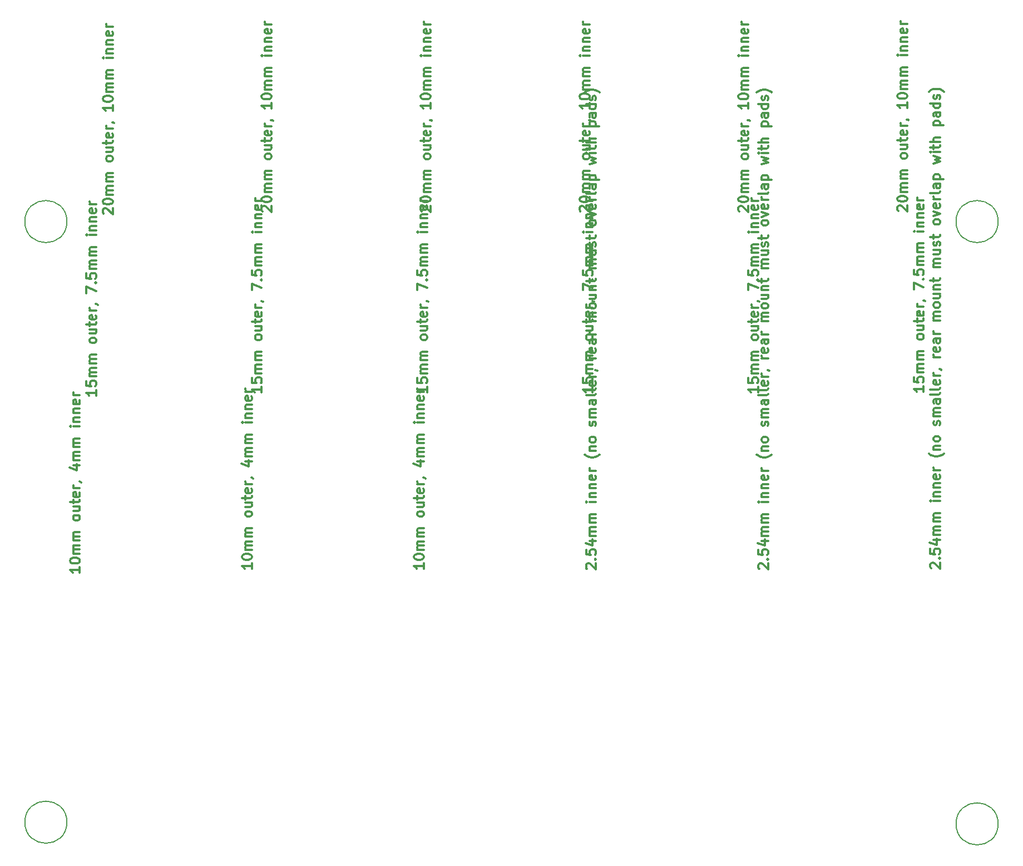
<source format=gbr>
%TF.GenerationSoftware,KiCad,Pcbnew,7.0.7*%
%TF.CreationDate,2024-03-09T13:17:10+01:00*%
%TF.ProjectId,button-board,62757474-6f6e-42d6-926f-6172642e6b69,rev?*%
%TF.SameCoordinates,Original*%
%TF.FileFunction,Other,Comment*%
%FSLAX46Y46*%
G04 Gerber Fmt 4.6, Leading zero omitted, Abs format (unit mm)*
G04 Created by KiCad (PCBNEW 7.0.7) date 2024-03-09 13:17:10*
%MOMM*%
%LPD*%
G01*
G04 APERTURE LIST*
%ADD10C,0.300000*%
%ADD11C,0.150000*%
G04 APERTURE END LIST*
D10*
X105553165Y92899407D02*
X105481737Y92970835D01*
X105481737Y92970835D02*
X105410308Y93113692D01*
X105410308Y93113692D02*
X105410308Y93470835D01*
X105410308Y93470835D02*
X105481737Y93613692D01*
X105481737Y93613692D02*
X105553165Y93685121D01*
X105553165Y93685121D02*
X105696022Y93756550D01*
X105696022Y93756550D02*
X105838880Y93756550D01*
X105838880Y93756550D02*
X106053165Y93685121D01*
X106053165Y93685121D02*
X106910308Y92827978D01*
X106910308Y92827978D02*
X106910308Y93756550D01*
X105410308Y94685121D02*
X105410308Y94827978D01*
X105410308Y94827978D02*
X105481737Y94970835D01*
X105481737Y94970835D02*
X105553165Y95042263D01*
X105553165Y95042263D02*
X105696022Y95113692D01*
X105696022Y95113692D02*
X105981737Y95185121D01*
X105981737Y95185121D02*
X106338880Y95185121D01*
X106338880Y95185121D02*
X106624594Y95113692D01*
X106624594Y95113692D02*
X106767451Y95042263D01*
X106767451Y95042263D02*
X106838880Y94970835D01*
X106838880Y94970835D02*
X106910308Y94827978D01*
X106910308Y94827978D02*
X106910308Y94685121D01*
X106910308Y94685121D02*
X106838880Y94542263D01*
X106838880Y94542263D02*
X106767451Y94470835D01*
X106767451Y94470835D02*
X106624594Y94399406D01*
X106624594Y94399406D02*
X106338880Y94327978D01*
X106338880Y94327978D02*
X105981737Y94327978D01*
X105981737Y94327978D02*
X105696022Y94399406D01*
X105696022Y94399406D02*
X105553165Y94470835D01*
X105553165Y94470835D02*
X105481737Y94542263D01*
X105481737Y94542263D02*
X105410308Y94685121D01*
X106910308Y95827977D02*
X105910308Y95827977D01*
X106053165Y95827977D02*
X105981737Y95899406D01*
X105981737Y95899406D02*
X105910308Y96042263D01*
X105910308Y96042263D02*
X105910308Y96256549D01*
X105910308Y96256549D02*
X105981737Y96399406D01*
X105981737Y96399406D02*
X106124594Y96470834D01*
X106124594Y96470834D02*
X106910308Y96470834D01*
X106124594Y96470834D02*
X105981737Y96542263D01*
X105981737Y96542263D02*
X105910308Y96685120D01*
X105910308Y96685120D02*
X105910308Y96899406D01*
X105910308Y96899406D02*
X105981737Y97042263D01*
X105981737Y97042263D02*
X106124594Y97113692D01*
X106124594Y97113692D02*
X106910308Y97113692D01*
X106910308Y97827977D02*
X105910308Y97827977D01*
X106053165Y97827977D02*
X105981737Y97899406D01*
X105981737Y97899406D02*
X105910308Y98042263D01*
X105910308Y98042263D02*
X105910308Y98256549D01*
X105910308Y98256549D02*
X105981737Y98399406D01*
X105981737Y98399406D02*
X106124594Y98470834D01*
X106124594Y98470834D02*
X106910308Y98470834D01*
X106124594Y98470834D02*
X105981737Y98542263D01*
X105981737Y98542263D02*
X105910308Y98685120D01*
X105910308Y98685120D02*
X105910308Y98899406D01*
X105910308Y98899406D02*
X105981737Y99042263D01*
X105981737Y99042263D02*
X106124594Y99113692D01*
X106124594Y99113692D02*
X106910308Y99113692D01*
X106910308Y101185120D02*
X106838880Y101042263D01*
X106838880Y101042263D02*
X106767451Y100970834D01*
X106767451Y100970834D02*
X106624594Y100899406D01*
X106624594Y100899406D02*
X106196022Y100899406D01*
X106196022Y100899406D02*
X106053165Y100970834D01*
X106053165Y100970834D02*
X105981737Y101042263D01*
X105981737Y101042263D02*
X105910308Y101185120D01*
X105910308Y101185120D02*
X105910308Y101399406D01*
X105910308Y101399406D02*
X105981737Y101542263D01*
X105981737Y101542263D02*
X106053165Y101613691D01*
X106053165Y101613691D02*
X106196022Y101685120D01*
X106196022Y101685120D02*
X106624594Y101685120D01*
X106624594Y101685120D02*
X106767451Y101613691D01*
X106767451Y101613691D02*
X106838880Y101542263D01*
X106838880Y101542263D02*
X106910308Y101399406D01*
X106910308Y101399406D02*
X106910308Y101185120D01*
X105910308Y102970834D02*
X106910308Y102970834D01*
X105910308Y102327977D02*
X106696022Y102327977D01*
X106696022Y102327977D02*
X106838880Y102399406D01*
X106838880Y102399406D02*
X106910308Y102542263D01*
X106910308Y102542263D02*
X106910308Y102756549D01*
X106910308Y102756549D02*
X106838880Y102899406D01*
X106838880Y102899406D02*
X106767451Y102970834D01*
X105910308Y103470835D02*
X105910308Y104042263D01*
X105410308Y103685120D02*
X106696022Y103685120D01*
X106696022Y103685120D02*
X106838880Y103756549D01*
X106838880Y103756549D02*
X106910308Y103899406D01*
X106910308Y103899406D02*
X106910308Y104042263D01*
X106838880Y105113692D02*
X106910308Y104970835D01*
X106910308Y104970835D02*
X106910308Y104685120D01*
X106910308Y104685120D02*
X106838880Y104542263D01*
X106838880Y104542263D02*
X106696022Y104470835D01*
X106696022Y104470835D02*
X106124594Y104470835D01*
X106124594Y104470835D02*
X105981737Y104542263D01*
X105981737Y104542263D02*
X105910308Y104685120D01*
X105910308Y104685120D02*
X105910308Y104970835D01*
X105910308Y104970835D02*
X105981737Y105113692D01*
X105981737Y105113692D02*
X106124594Y105185120D01*
X106124594Y105185120D02*
X106267451Y105185120D01*
X106267451Y105185120D02*
X106410308Y104470835D01*
X106910308Y105827977D02*
X105910308Y105827977D01*
X106196022Y105827977D02*
X106053165Y105899406D01*
X106053165Y105899406D02*
X105981737Y105970834D01*
X105981737Y105970834D02*
X105910308Y106113692D01*
X105910308Y106113692D02*
X105910308Y106256549D01*
X106838880Y106827977D02*
X106910308Y106827977D01*
X106910308Y106827977D02*
X107053165Y106756548D01*
X107053165Y106756548D02*
X107124594Y106685120D01*
X106910308Y109399406D02*
X106910308Y108542263D01*
X106910308Y108970834D02*
X105410308Y108970834D01*
X105410308Y108970834D02*
X105624594Y108827977D01*
X105624594Y108827977D02*
X105767451Y108685120D01*
X105767451Y108685120D02*
X105838880Y108542263D01*
X105410308Y110327977D02*
X105410308Y110470834D01*
X105410308Y110470834D02*
X105481737Y110613691D01*
X105481737Y110613691D02*
X105553165Y110685119D01*
X105553165Y110685119D02*
X105696022Y110756548D01*
X105696022Y110756548D02*
X105981737Y110827977D01*
X105981737Y110827977D02*
X106338880Y110827977D01*
X106338880Y110827977D02*
X106624594Y110756548D01*
X106624594Y110756548D02*
X106767451Y110685119D01*
X106767451Y110685119D02*
X106838880Y110613691D01*
X106838880Y110613691D02*
X106910308Y110470834D01*
X106910308Y110470834D02*
X106910308Y110327977D01*
X106910308Y110327977D02*
X106838880Y110185119D01*
X106838880Y110185119D02*
X106767451Y110113691D01*
X106767451Y110113691D02*
X106624594Y110042262D01*
X106624594Y110042262D02*
X106338880Y109970834D01*
X106338880Y109970834D02*
X105981737Y109970834D01*
X105981737Y109970834D02*
X105696022Y110042262D01*
X105696022Y110042262D02*
X105553165Y110113691D01*
X105553165Y110113691D02*
X105481737Y110185119D01*
X105481737Y110185119D02*
X105410308Y110327977D01*
X106910308Y111470833D02*
X105910308Y111470833D01*
X106053165Y111470833D02*
X105981737Y111542262D01*
X105981737Y111542262D02*
X105910308Y111685119D01*
X105910308Y111685119D02*
X105910308Y111899405D01*
X105910308Y111899405D02*
X105981737Y112042262D01*
X105981737Y112042262D02*
X106124594Y112113690D01*
X106124594Y112113690D02*
X106910308Y112113690D01*
X106124594Y112113690D02*
X105981737Y112185119D01*
X105981737Y112185119D02*
X105910308Y112327976D01*
X105910308Y112327976D02*
X105910308Y112542262D01*
X105910308Y112542262D02*
X105981737Y112685119D01*
X105981737Y112685119D02*
X106124594Y112756548D01*
X106124594Y112756548D02*
X106910308Y112756548D01*
X106910308Y113470833D02*
X105910308Y113470833D01*
X106053165Y113470833D02*
X105981737Y113542262D01*
X105981737Y113542262D02*
X105910308Y113685119D01*
X105910308Y113685119D02*
X105910308Y113899405D01*
X105910308Y113899405D02*
X105981737Y114042262D01*
X105981737Y114042262D02*
X106124594Y114113690D01*
X106124594Y114113690D02*
X106910308Y114113690D01*
X106124594Y114113690D02*
X105981737Y114185119D01*
X105981737Y114185119D02*
X105910308Y114327976D01*
X105910308Y114327976D02*
X105910308Y114542262D01*
X105910308Y114542262D02*
X105981737Y114685119D01*
X105981737Y114685119D02*
X106124594Y114756548D01*
X106124594Y114756548D02*
X106910308Y114756548D01*
X106910308Y116613690D02*
X105910308Y116613690D01*
X105410308Y116613690D02*
X105481737Y116542262D01*
X105481737Y116542262D02*
X105553165Y116613690D01*
X105553165Y116613690D02*
X105481737Y116685119D01*
X105481737Y116685119D02*
X105410308Y116613690D01*
X105410308Y116613690D02*
X105553165Y116613690D01*
X105910308Y117327976D02*
X106910308Y117327976D01*
X106053165Y117327976D02*
X105981737Y117399405D01*
X105981737Y117399405D02*
X105910308Y117542262D01*
X105910308Y117542262D02*
X105910308Y117756548D01*
X105910308Y117756548D02*
X105981737Y117899405D01*
X105981737Y117899405D02*
X106124594Y117970833D01*
X106124594Y117970833D02*
X106910308Y117970833D01*
X105910308Y118685119D02*
X106910308Y118685119D01*
X106053165Y118685119D02*
X105981737Y118756548D01*
X105981737Y118756548D02*
X105910308Y118899405D01*
X105910308Y118899405D02*
X105910308Y119113691D01*
X105910308Y119113691D02*
X105981737Y119256548D01*
X105981737Y119256548D02*
X106124594Y119327976D01*
X106124594Y119327976D02*
X106910308Y119327976D01*
X106838880Y120613691D02*
X106910308Y120470834D01*
X106910308Y120470834D02*
X106910308Y120185119D01*
X106910308Y120185119D02*
X106838880Y120042262D01*
X106838880Y120042262D02*
X106696022Y119970834D01*
X106696022Y119970834D02*
X106124594Y119970834D01*
X106124594Y119970834D02*
X105981737Y120042262D01*
X105981737Y120042262D02*
X105910308Y120185119D01*
X105910308Y120185119D02*
X105910308Y120470834D01*
X105910308Y120470834D02*
X105981737Y120613691D01*
X105981737Y120613691D02*
X106124594Y120685119D01*
X106124594Y120685119D02*
X106267451Y120685119D01*
X106267451Y120685119D02*
X106410308Y119970834D01*
X106910308Y121327976D02*
X105910308Y121327976D01*
X106196022Y121327976D02*
X106053165Y121399405D01*
X106053165Y121399405D02*
X105981737Y121470833D01*
X105981737Y121470833D02*
X105910308Y121613691D01*
X105910308Y121613691D02*
X105910308Y121756548D01*
X81366245Y92899407D02*
X81294817Y92970835D01*
X81294817Y92970835D02*
X81223388Y93113692D01*
X81223388Y93113692D02*
X81223388Y93470835D01*
X81223388Y93470835D02*
X81294817Y93613692D01*
X81294817Y93613692D02*
X81366245Y93685121D01*
X81366245Y93685121D02*
X81509102Y93756550D01*
X81509102Y93756550D02*
X81651960Y93756550D01*
X81651960Y93756550D02*
X81866245Y93685121D01*
X81866245Y93685121D02*
X82723388Y92827978D01*
X82723388Y92827978D02*
X82723388Y93756550D01*
X81223388Y94685121D02*
X81223388Y94827978D01*
X81223388Y94827978D02*
X81294817Y94970835D01*
X81294817Y94970835D02*
X81366245Y95042263D01*
X81366245Y95042263D02*
X81509102Y95113692D01*
X81509102Y95113692D02*
X81794817Y95185121D01*
X81794817Y95185121D02*
X82151960Y95185121D01*
X82151960Y95185121D02*
X82437674Y95113692D01*
X82437674Y95113692D02*
X82580531Y95042263D01*
X82580531Y95042263D02*
X82651960Y94970835D01*
X82651960Y94970835D02*
X82723388Y94827978D01*
X82723388Y94827978D02*
X82723388Y94685121D01*
X82723388Y94685121D02*
X82651960Y94542263D01*
X82651960Y94542263D02*
X82580531Y94470835D01*
X82580531Y94470835D02*
X82437674Y94399406D01*
X82437674Y94399406D02*
X82151960Y94327978D01*
X82151960Y94327978D02*
X81794817Y94327978D01*
X81794817Y94327978D02*
X81509102Y94399406D01*
X81509102Y94399406D02*
X81366245Y94470835D01*
X81366245Y94470835D02*
X81294817Y94542263D01*
X81294817Y94542263D02*
X81223388Y94685121D01*
X82723388Y95827977D02*
X81723388Y95827977D01*
X81866245Y95827977D02*
X81794817Y95899406D01*
X81794817Y95899406D02*
X81723388Y96042263D01*
X81723388Y96042263D02*
X81723388Y96256549D01*
X81723388Y96256549D02*
X81794817Y96399406D01*
X81794817Y96399406D02*
X81937674Y96470834D01*
X81937674Y96470834D02*
X82723388Y96470834D01*
X81937674Y96470834D02*
X81794817Y96542263D01*
X81794817Y96542263D02*
X81723388Y96685120D01*
X81723388Y96685120D02*
X81723388Y96899406D01*
X81723388Y96899406D02*
X81794817Y97042263D01*
X81794817Y97042263D02*
X81937674Y97113692D01*
X81937674Y97113692D02*
X82723388Y97113692D01*
X82723388Y97827977D02*
X81723388Y97827977D01*
X81866245Y97827977D02*
X81794817Y97899406D01*
X81794817Y97899406D02*
X81723388Y98042263D01*
X81723388Y98042263D02*
X81723388Y98256549D01*
X81723388Y98256549D02*
X81794817Y98399406D01*
X81794817Y98399406D02*
X81937674Y98470834D01*
X81937674Y98470834D02*
X82723388Y98470834D01*
X81937674Y98470834D02*
X81794817Y98542263D01*
X81794817Y98542263D02*
X81723388Y98685120D01*
X81723388Y98685120D02*
X81723388Y98899406D01*
X81723388Y98899406D02*
X81794817Y99042263D01*
X81794817Y99042263D02*
X81937674Y99113692D01*
X81937674Y99113692D02*
X82723388Y99113692D01*
X82723388Y101185120D02*
X82651960Y101042263D01*
X82651960Y101042263D02*
X82580531Y100970834D01*
X82580531Y100970834D02*
X82437674Y100899406D01*
X82437674Y100899406D02*
X82009102Y100899406D01*
X82009102Y100899406D02*
X81866245Y100970834D01*
X81866245Y100970834D02*
X81794817Y101042263D01*
X81794817Y101042263D02*
X81723388Y101185120D01*
X81723388Y101185120D02*
X81723388Y101399406D01*
X81723388Y101399406D02*
X81794817Y101542263D01*
X81794817Y101542263D02*
X81866245Y101613691D01*
X81866245Y101613691D02*
X82009102Y101685120D01*
X82009102Y101685120D02*
X82437674Y101685120D01*
X82437674Y101685120D02*
X82580531Y101613691D01*
X82580531Y101613691D02*
X82651960Y101542263D01*
X82651960Y101542263D02*
X82723388Y101399406D01*
X82723388Y101399406D02*
X82723388Y101185120D01*
X81723388Y102970834D02*
X82723388Y102970834D01*
X81723388Y102327977D02*
X82509102Y102327977D01*
X82509102Y102327977D02*
X82651960Y102399406D01*
X82651960Y102399406D02*
X82723388Y102542263D01*
X82723388Y102542263D02*
X82723388Y102756549D01*
X82723388Y102756549D02*
X82651960Y102899406D01*
X82651960Y102899406D02*
X82580531Y102970834D01*
X81723388Y103470835D02*
X81723388Y104042263D01*
X81223388Y103685120D02*
X82509102Y103685120D01*
X82509102Y103685120D02*
X82651960Y103756549D01*
X82651960Y103756549D02*
X82723388Y103899406D01*
X82723388Y103899406D02*
X82723388Y104042263D01*
X82651960Y105113692D02*
X82723388Y104970835D01*
X82723388Y104970835D02*
X82723388Y104685120D01*
X82723388Y104685120D02*
X82651960Y104542263D01*
X82651960Y104542263D02*
X82509102Y104470835D01*
X82509102Y104470835D02*
X81937674Y104470835D01*
X81937674Y104470835D02*
X81794817Y104542263D01*
X81794817Y104542263D02*
X81723388Y104685120D01*
X81723388Y104685120D02*
X81723388Y104970835D01*
X81723388Y104970835D02*
X81794817Y105113692D01*
X81794817Y105113692D02*
X81937674Y105185120D01*
X81937674Y105185120D02*
X82080531Y105185120D01*
X82080531Y105185120D02*
X82223388Y104470835D01*
X82723388Y105827977D02*
X81723388Y105827977D01*
X82009102Y105827977D02*
X81866245Y105899406D01*
X81866245Y105899406D02*
X81794817Y105970834D01*
X81794817Y105970834D02*
X81723388Y106113692D01*
X81723388Y106113692D02*
X81723388Y106256549D01*
X82651960Y106827977D02*
X82723388Y106827977D01*
X82723388Y106827977D02*
X82866245Y106756548D01*
X82866245Y106756548D02*
X82937674Y106685120D01*
X82723388Y109399406D02*
X82723388Y108542263D01*
X82723388Y108970834D02*
X81223388Y108970834D01*
X81223388Y108970834D02*
X81437674Y108827977D01*
X81437674Y108827977D02*
X81580531Y108685120D01*
X81580531Y108685120D02*
X81651960Y108542263D01*
X81223388Y110327977D02*
X81223388Y110470834D01*
X81223388Y110470834D02*
X81294817Y110613691D01*
X81294817Y110613691D02*
X81366245Y110685119D01*
X81366245Y110685119D02*
X81509102Y110756548D01*
X81509102Y110756548D02*
X81794817Y110827977D01*
X81794817Y110827977D02*
X82151960Y110827977D01*
X82151960Y110827977D02*
X82437674Y110756548D01*
X82437674Y110756548D02*
X82580531Y110685119D01*
X82580531Y110685119D02*
X82651960Y110613691D01*
X82651960Y110613691D02*
X82723388Y110470834D01*
X82723388Y110470834D02*
X82723388Y110327977D01*
X82723388Y110327977D02*
X82651960Y110185119D01*
X82651960Y110185119D02*
X82580531Y110113691D01*
X82580531Y110113691D02*
X82437674Y110042262D01*
X82437674Y110042262D02*
X82151960Y109970834D01*
X82151960Y109970834D02*
X81794817Y109970834D01*
X81794817Y109970834D02*
X81509102Y110042262D01*
X81509102Y110042262D02*
X81366245Y110113691D01*
X81366245Y110113691D02*
X81294817Y110185119D01*
X81294817Y110185119D02*
X81223388Y110327977D01*
X82723388Y111470833D02*
X81723388Y111470833D01*
X81866245Y111470833D02*
X81794817Y111542262D01*
X81794817Y111542262D02*
X81723388Y111685119D01*
X81723388Y111685119D02*
X81723388Y111899405D01*
X81723388Y111899405D02*
X81794817Y112042262D01*
X81794817Y112042262D02*
X81937674Y112113690D01*
X81937674Y112113690D02*
X82723388Y112113690D01*
X81937674Y112113690D02*
X81794817Y112185119D01*
X81794817Y112185119D02*
X81723388Y112327976D01*
X81723388Y112327976D02*
X81723388Y112542262D01*
X81723388Y112542262D02*
X81794817Y112685119D01*
X81794817Y112685119D02*
X81937674Y112756548D01*
X81937674Y112756548D02*
X82723388Y112756548D01*
X82723388Y113470833D02*
X81723388Y113470833D01*
X81866245Y113470833D02*
X81794817Y113542262D01*
X81794817Y113542262D02*
X81723388Y113685119D01*
X81723388Y113685119D02*
X81723388Y113899405D01*
X81723388Y113899405D02*
X81794817Y114042262D01*
X81794817Y114042262D02*
X81937674Y114113690D01*
X81937674Y114113690D02*
X82723388Y114113690D01*
X81937674Y114113690D02*
X81794817Y114185119D01*
X81794817Y114185119D02*
X81723388Y114327976D01*
X81723388Y114327976D02*
X81723388Y114542262D01*
X81723388Y114542262D02*
X81794817Y114685119D01*
X81794817Y114685119D02*
X81937674Y114756548D01*
X81937674Y114756548D02*
X82723388Y114756548D01*
X82723388Y116613690D02*
X81723388Y116613690D01*
X81223388Y116613690D02*
X81294817Y116542262D01*
X81294817Y116542262D02*
X81366245Y116613690D01*
X81366245Y116613690D02*
X81294817Y116685119D01*
X81294817Y116685119D02*
X81223388Y116613690D01*
X81223388Y116613690D02*
X81366245Y116613690D01*
X81723388Y117327976D02*
X82723388Y117327976D01*
X81866245Y117327976D02*
X81794817Y117399405D01*
X81794817Y117399405D02*
X81723388Y117542262D01*
X81723388Y117542262D02*
X81723388Y117756548D01*
X81723388Y117756548D02*
X81794817Y117899405D01*
X81794817Y117899405D02*
X81937674Y117970833D01*
X81937674Y117970833D02*
X82723388Y117970833D01*
X81723388Y118685119D02*
X82723388Y118685119D01*
X81866245Y118685119D02*
X81794817Y118756548D01*
X81794817Y118756548D02*
X81723388Y118899405D01*
X81723388Y118899405D02*
X81723388Y119113691D01*
X81723388Y119113691D02*
X81794817Y119256548D01*
X81794817Y119256548D02*
X81937674Y119327976D01*
X81937674Y119327976D02*
X82723388Y119327976D01*
X82651960Y120613691D02*
X82723388Y120470834D01*
X82723388Y120470834D02*
X82723388Y120185119D01*
X82723388Y120185119D02*
X82651960Y120042262D01*
X82651960Y120042262D02*
X82509102Y119970834D01*
X82509102Y119970834D02*
X81937674Y119970834D01*
X81937674Y119970834D02*
X81794817Y120042262D01*
X81794817Y120042262D02*
X81723388Y120185119D01*
X81723388Y120185119D02*
X81723388Y120470834D01*
X81723388Y120470834D02*
X81794817Y120613691D01*
X81794817Y120613691D02*
X81937674Y120685119D01*
X81937674Y120685119D02*
X82080531Y120685119D01*
X82080531Y120685119D02*
X82223388Y119970834D01*
X82723388Y121327976D02*
X81723388Y121327976D01*
X82009102Y121327976D02*
X81866245Y121399405D01*
X81866245Y121399405D02*
X81794817Y121470833D01*
X81794817Y121470833D02*
X81723388Y121613691D01*
X81723388Y121613691D02*
X81723388Y121756548D01*
X58036468Y66219991D02*
X58036468Y65362848D01*
X58036468Y65791419D02*
X56536468Y65791419D01*
X56536468Y65791419D02*
X56750754Y65648562D01*
X56750754Y65648562D02*
X56893611Y65505705D01*
X56893611Y65505705D02*
X56965040Y65362848D01*
X56536468Y67577133D02*
X56536468Y66862847D01*
X56536468Y66862847D02*
X57250754Y66791419D01*
X57250754Y66791419D02*
X57179325Y66862847D01*
X57179325Y66862847D02*
X57107897Y67005704D01*
X57107897Y67005704D02*
X57107897Y67362847D01*
X57107897Y67362847D02*
X57179325Y67505704D01*
X57179325Y67505704D02*
X57250754Y67577133D01*
X57250754Y67577133D02*
X57393611Y67648562D01*
X57393611Y67648562D02*
X57750754Y67648562D01*
X57750754Y67648562D02*
X57893611Y67577133D01*
X57893611Y67577133D02*
X57965040Y67505704D01*
X57965040Y67505704D02*
X58036468Y67362847D01*
X58036468Y67362847D02*
X58036468Y67005704D01*
X58036468Y67005704D02*
X57965040Y66862847D01*
X57965040Y66862847D02*
X57893611Y66791419D01*
X58036468Y68291418D02*
X57036468Y68291418D01*
X57179325Y68291418D02*
X57107897Y68362847D01*
X57107897Y68362847D02*
X57036468Y68505704D01*
X57036468Y68505704D02*
X57036468Y68719990D01*
X57036468Y68719990D02*
X57107897Y68862847D01*
X57107897Y68862847D02*
X57250754Y68934275D01*
X57250754Y68934275D02*
X58036468Y68934275D01*
X57250754Y68934275D02*
X57107897Y69005704D01*
X57107897Y69005704D02*
X57036468Y69148561D01*
X57036468Y69148561D02*
X57036468Y69362847D01*
X57036468Y69362847D02*
X57107897Y69505704D01*
X57107897Y69505704D02*
X57250754Y69577133D01*
X57250754Y69577133D02*
X58036468Y69577133D01*
X58036468Y70291418D02*
X57036468Y70291418D01*
X57179325Y70291418D02*
X57107897Y70362847D01*
X57107897Y70362847D02*
X57036468Y70505704D01*
X57036468Y70505704D02*
X57036468Y70719990D01*
X57036468Y70719990D02*
X57107897Y70862847D01*
X57107897Y70862847D02*
X57250754Y70934275D01*
X57250754Y70934275D02*
X58036468Y70934275D01*
X57250754Y70934275D02*
X57107897Y71005704D01*
X57107897Y71005704D02*
X57036468Y71148561D01*
X57036468Y71148561D02*
X57036468Y71362847D01*
X57036468Y71362847D02*
X57107897Y71505704D01*
X57107897Y71505704D02*
X57250754Y71577133D01*
X57250754Y71577133D02*
X58036468Y71577133D01*
X58036468Y73648561D02*
X57965040Y73505704D01*
X57965040Y73505704D02*
X57893611Y73434275D01*
X57893611Y73434275D02*
X57750754Y73362847D01*
X57750754Y73362847D02*
X57322182Y73362847D01*
X57322182Y73362847D02*
X57179325Y73434275D01*
X57179325Y73434275D02*
X57107897Y73505704D01*
X57107897Y73505704D02*
X57036468Y73648561D01*
X57036468Y73648561D02*
X57036468Y73862847D01*
X57036468Y73862847D02*
X57107897Y74005704D01*
X57107897Y74005704D02*
X57179325Y74077132D01*
X57179325Y74077132D02*
X57322182Y74148561D01*
X57322182Y74148561D02*
X57750754Y74148561D01*
X57750754Y74148561D02*
X57893611Y74077132D01*
X57893611Y74077132D02*
X57965040Y74005704D01*
X57965040Y74005704D02*
X58036468Y73862847D01*
X58036468Y73862847D02*
X58036468Y73648561D01*
X57036468Y75434275D02*
X58036468Y75434275D01*
X57036468Y74791418D02*
X57822182Y74791418D01*
X57822182Y74791418D02*
X57965040Y74862847D01*
X57965040Y74862847D02*
X58036468Y75005704D01*
X58036468Y75005704D02*
X58036468Y75219990D01*
X58036468Y75219990D02*
X57965040Y75362847D01*
X57965040Y75362847D02*
X57893611Y75434275D01*
X57036468Y75934276D02*
X57036468Y76505704D01*
X56536468Y76148561D02*
X57822182Y76148561D01*
X57822182Y76148561D02*
X57965040Y76219990D01*
X57965040Y76219990D02*
X58036468Y76362847D01*
X58036468Y76362847D02*
X58036468Y76505704D01*
X57965040Y77577133D02*
X58036468Y77434276D01*
X58036468Y77434276D02*
X58036468Y77148561D01*
X58036468Y77148561D02*
X57965040Y77005704D01*
X57965040Y77005704D02*
X57822182Y76934276D01*
X57822182Y76934276D02*
X57250754Y76934276D01*
X57250754Y76934276D02*
X57107897Y77005704D01*
X57107897Y77005704D02*
X57036468Y77148561D01*
X57036468Y77148561D02*
X57036468Y77434276D01*
X57036468Y77434276D02*
X57107897Y77577133D01*
X57107897Y77577133D02*
X57250754Y77648561D01*
X57250754Y77648561D02*
X57393611Y77648561D01*
X57393611Y77648561D02*
X57536468Y76934276D01*
X58036468Y78291418D02*
X57036468Y78291418D01*
X57322182Y78291418D02*
X57179325Y78362847D01*
X57179325Y78362847D02*
X57107897Y78434275D01*
X57107897Y78434275D02*
X57036468Y78577133D01*
X57036468Y78577133D02*
X57036468Y78719990D01*
X57965040Y79291418D02*
X58036468Y79291418D01*
X58036468Y79291418D02*
X58179325Y79219989D01*
X58179325Y79219989D02*
X58250754Y79148561D01*
X56536468Y80934275D02*
X56536468Y81934275D01*
X56536468Y81934275D02*
X58036468Y81291418D01*
X57893611Y82505703D02*
X57965040Y82577132D01*
X57965040Y82577132D02*
X58036468Y82505703D01*
X58036468Y82505703D02*
X57965040Y82434275D01*
X57965040Y82434275D02*
X57893611Y82505703D01*
X57893611Y82505703D02*
X58036468Y82505703D01*
X56536468Y83934275D02*
X56536468Y83219989D01*
X56536468Y83219989D02*
X57250754Y83148561D01*
X57250754Y83148561D02*
X57179325Y83219989D01*
X57179325Y83219989D02*
X57107897Y83362846D01*
X57107897Y83362846D02*
X57107897Y83719989D01*
X57107897Y83719989D02*
X57179325Y83862846D01*
X57179325Y83862846D02*
X57250754Y83934275D01*
X57250754Y83934275D02*
X57393611Y84005704D01*
X57393611Y84005704D02*
X57750754Y84005704D01*
X57750754Y84005704D02*
X57893611Y83934275D01*
X57893611Y83934275D02*
X57965040Y83862846D01*
X57965040Y83862846D02*
X58036468Y83719989D01*
X58036468Y83719989D02*
X58036468Y83362846D01*
X58036468Y83362846D02*
X57965040Y83219989D01*
X57965040Y83219989D02*
X57893611Y83148561D01*
X58036468Y84648560D02*
X57036468Y84648560D01*
X57179325Y84648560D02*
X57107897Y84719989D01*
X57107897Y84719989D02*
X57036468Y84862846D01*
X57036468Y84862846D02*
X57036468Y85077132D01*
X57036468Y85077132D02*
X57107897Y85219989D01*
X57107897Y85219989D02*
X57250754Y85291417D01*
X57250754Y85291417D02*
X58036468Y85291417D01*
X57250754Y85291417D02*
X57107897Y85362846D01*
X57107897Y85362846D02*
X57036468Y85505703D01*
X57036468Y85505703D02*
X57036468Y85719989D01*
X57036468Y85719989D02*
X57107897Y85862846D01*
X57107897Y85862846D02*
X57250754Y85934275D01*
X57250754Y85934275D02*
X58036468Y85934275D01*
X58036468Y86648560D02*
X57036468Y86648560D01*
X57179325Y86648560D02*
X57107897Y86719989D01*
X57107897Y86719989D02*
X57036468Y86862846D01*
X57036468Y86862846D02*
X57036468Y87077132D01*
X57036468Y87077132D02*
X57107897Y87219989D01*
X57107897Y87219989D02*
X57250754Y87291417D01*
X57250754Y87291417D02*
X58036468Y87291417D01*
X57250754Y87291417D02*
X57107897Y87362846D01*
X57107897Y87362846D02*
X57036468Y87505703D01*
X57036468Y87505703D02*
X57036468Y87719989D01*
X57036468Y87719989D02*
X57107897Y87862846D01*
X57107897Y87862846D02*
X57250754Y87934275D01*
X57250754Y87934275D02*
X58036468Y87934275D01*
X58036468Y89791417D02*
X57036468Y89791417D01*
X56536468Y89791417D02*
X56607897Y89719989D01*
X56607897Y89719989D02*
X56679325Y89791417D01*
X56679325Y89791417D02*
X56607897Y89862846D01*
X56607897Y89862846D02*
X56536468Y89791417D01*
X56536468Y89791417D02*
X56679325Y89791417D01*
X57036468Y90505703D02*
X58036468Y90505703D01*
X57179325Y90505703D02*
X57107897Y90577132D01*
X57107897Y90577132D02*
X57036468Y90719989D01*
X57036468Y90719989D02*
X57036468Y90934275D01*
X57036468Y90934275D02*
X57107897Y91077132D01*
X57107897Y91077132D02*
X57250754Y91148560D01*
X57250754Y91148560D02*
X58036468Y91148560D01*
X57036468Y91862846D02*
X58036468Y91862846D01*
X57179325Y91862846D02*
X57107897Y91934275D01*
X57107897Y91934275D02*
X57036468Y92077132D01*
X57036468Y92077132D02*
X57036468Y92291418D01*
X57036468Y92291418D02*
X57107897Y92434275D01*
X57107897Y92434275D02*
X57250754Y92505703D01*
X57250754Y92505703D02*
X58036468Y92505703D01*
X57965040Y93791418D02*
X58036468Y93648561D01*
X58036468Y93648561D02*
X58036468Y93362846D01*
X58036468Y93362846D02*
X57965040Y93219989D01*
X57965040Y93219989D02*
X57822182Y93148561D01*
X57822182Y93148561D02*
X57250754Y93148561D01*
X57250754Y93148561D02*
X57107897Y93219989D01*
X57107897Y93219989D02*
X57036468Y93362846D01*
X57036468Y93362846D02*
X57036468Y93648561D01*
X57036468Y93648561D02*
X57107897Y93791418D01*
X57107897Y93791418D02*
X57250754Y93862846D01*
X57250754Y93862846D02*
X57393611Y93862846D01*
X57393611Y93862846D02*
X57536468Y93148561D01*
X58036468Y94505703D02*
X57036468Y94505703D01*
X57322182Y94505703D02*
X57179325Y94577132D01*
X57179325Y94577132D02*
X57107897Y94648560D01*
X57107897Y94648560D02*
X57036468Y94791418D01*
X57036468Y94791418D02*
X57036468Y94934275D01*
X8805485Y92548047D02*
X8734057Y92619475D01*
X8734057Y92619475D02*
X8662628Y92762332D01*
X8662628Y92762332D02*
X8662628Y93119475D01*
X8662628Y93119475D02*
X8734057Y93262332D01*
X8734057Y93262332D02*
X8805485Y93333761D01*
X8805485Y93333761D02*
X8948342Y93405190D01*
X8948342Y93405190D02*
X9091200Y93405190D01*
X9091200Y93405190D02*
X9305485Y93333761D01*
X9305485Y93333761D02*
X10162628Y92476618D01*
X10162628Y92476618D02*
X10162628Y93405190D01*
X8662628Y94333761D02*
X8662628Y94476618D01*
X8662628Y94476618D02*
X8734057Y94619475D01*
X8734057Y94619475D02*
X8805485Y94690903D01*
X8805485Y94690903D02*
X8948342Y94762332D01*
X8948342Y94762332D02*
X9234057Y94833761D01*
X9234057Y94833761D02*
X9591200Y94833761D01*
X9591200Y94833761D02*
X9876914Y94762332D01*
X9876914Y94762332D02*
X10019771Y94690903D01*
X10019771Y94690903D02*
X10091200Y94619475D01*
X10091200Y94619475D02*
X10162628Y94476618D01*
X10162628Y94476618D02*
X10162628Y94333761D01*
X10162628Y94333761D02*
X10091200Y94190903D01*
X10091200Y94190903D02*
X10019771Y94119475D01*
X10019771Y94119475D02*
X9876914Y94048046D01*
X9876914Y94048046D02*
X9591200Y93976618D01*
X9591200Y93976618D02*
X9234057Y93976618D01*
X9234057Y93976618D02*
X8948342Y94048046D01*
X8948342Y94048046D02*
X8805485Y94119475D01*
X8805485Y94119475D02*
X8734057Y94190903D01*
X8734057Y94190903D02*
X8662628Y94333761D01*
X10162628Y95476617D02*
X9162628Y95476617D01*
X9305485Y95476617D02*
X9234057Y95548046D01*
X9234057Y95548046D02*
X9162628Y95690903D01*
X9162628Y95690903D02*
X9162628Y95905189D01*
X9162628Y95905189D02*
X9234057Y96048046D01*
X9234057Y96048046D02*
X9376914Y96119474D01*
X9376914Y96119474D02*
X10162628Y96119474D01*
X9376914Y96119474D02*
X9234057Y96190903D01*
X9234057Y96190903D02*
X9162628Y96333760D01*
X9162628Y96333760D02*
X9162628Y96548046D01*
X9162628Y96548046D02*
X9234057Y96690903D01*
X9234057Y96690903D02*
X9376914Y96762332D01*
X9376914Y96762332D02*
X10162628Y96762332D01*
X10162628Y97476617D02*
X9162628Y97476617D01*
X9305485Y97476617D02*
X9234057Y97548046D01*
X9234057Y97548046D02*
X9162628Y97690903D01*
X9162628Y97690903D02*
X9162628Y97905189D01*
X9162628Y97905189D02*
X9234057Y98048046D01*
X9234057Y98048046D02*
X9376914Y98119474D01*
X9376914Y98119474D02*
X10162628Y98119474D01*
X9376914Y98119474D02*
X9234057Y98190903D01*
X9234057Y98190903D02*
X9162628Y98333760D01*
X9162628Y98333760D02*
X9162628Y98548046D01*
X9162628Y98548046D02*
X9234057Y98690903D01*
X9234057Y98690903D02*
X9376914Y98762332D01*
X9376914Y98762332D02*
X10162628Y98762332D01*
X10162628Y100833760D02*
X10091200Y100690903D01*
X10091200Y100690903D02*
X10019771Y100619474D01*
X10019771Y100619474D02*
X9876914Y100548046D01*
X9876914Y100548046D02*
X9448342Y100548046D01*
X9448342Y100548046D02*
X9305485Y100619474D01*
X9305485Y100619474D02*
X9234057Y100690903D01*
X9234057Y100690903D02*
X9162628Y100833760D01*
X9162628Y100833760D02*
X9162628Y101048046D01*
X9162628Y101048046D02*
X9234057Y101190903D01*
X9234057Y101190903D02*
X9305485Y101262331D01*
X9305485Y101262331D02*
X9448342Y101333760D01*
X9448342Y101333760D02*
X9876914Y101333760D01*
X9876914Y101333760D02*
X10019771Y101262331D01*
X10019771Y101262331D02*
X10091200Y101190903D01*
X10091200Y101190903D02*
X10162628Y101048046D01*
X10162628Y101048046D02*
X10162628Y100833760D01*
X9162628Y102619474D02*
X10162628Y102619474D01*
X9162628Y101976617D02*
X9948342Y101976617D01*
X9948342Y101976617D02*
X10091200Y102048046D01*
X10091200Y102048046D02*
X10162628Y102190903D01*
X10162628Y102190903D02*
X10162628Y102405189D01*
X10162628Y102405189D02*
X10091200Y102548046D01*
X10091200Y102548046D02*
X10019771Y102619474D01*
X9162628Y103119475D02*
X9162628Y103690903D01*
X8662628Y103333760D02*
X9948342Y103333760D01*
X9948342Y103333760D02*
X10091200Y103405189D01*
X10091200Y103405189D02*
X10162628Y103548046D01*
X10162628Y103548046D02*
X10162628Y103690903D01*
X10091200Y104762332D02*
X10162628Y104619475D01*
X10162628Y104619475D02*
X10162628Y104333760D01*
X10162628Y104333760D02*
X10091200Y104190903D01*
X10091200Y104190903D02*
X9948342Y104119475D01*
X9948342Y104119475D02*
X9376914Y104119475D01*
X9376914Y104119475D02*
X9234057Y104190903D01*
X9234057Y104190903D02*
X9162628Y104333760D01*
X9162628Y104333760D02*
X9162628Y104619475D01*
X9162628Y104619475D02*
X9234057Y104762332D01*
X9234057Y104762332D02*
X9376914Y104833760D01*
X9376914Y104833760D02*
X9519771Y104833760D01*
X9519771Y104833760D02*
X9662628Y104119475D01*
X10162628Y105476617D02*
X9162628Y105476617D01*
X9448342Y105476617D02*
X9305485Y105548046D01*
X9305485Y105548046D02*
X9234057Y105619474D01*
X9234057Y105619474D02*
X9162628Y105762332D01*
X9162628Y105762332D02*
X9162628Y105905189D01*
X10091200Y106476617D02*
X10162628Y106476617D01*
X10162628Y106476617D02*
X10305485Y106405188D01*
X10305485Y106405188D02*
X10376914Y106333760D01*
X10162628Y109048046D02*
X10162628Y108190903D01*
X10162628Y108619474D02*
X8662628Y108619474D01*
X8662628Y108619474D02*
X8876914Y108476617D01*
X8876914Y108476617D02*
X9019771Y108333760D01*
X9019771Y108333760D02*
X9091200Y108190903D01*
X8662628Y109976617D02*
X8662628Y110119474D01*
X8662628Y110119474D02*
X8734057Y110262331D01*
X8734057Y110262331D02*
X8805485Y110333759D01*
X8805485Y110333759D02*
X8948342Y110405188D01*
X8948342Y110405188D02*
X9234057Y110476617D01*
X9234057Y110476617D02*
X9591200Y110476617D01*
X9591200Y110476617D02*
X9876914Y110405188D01*
X9876914Y110405188D02*
X10019771Y110333759D01*
X10019771Y110333759D02*
X10091200Y110262331D01*
X10091200Y110262331D02*
X10162628Y110119474D01*
X10162628Y110119474D02*
X10162628Y109976617D01*
X10162628Y109976617D02*
X10091200Y109833759D01*
X10091200Y109833759D02*
X10019771Y109762331D01*
X10019771Y109762331D02*
X9876914Y109690902D01*
X9876914Y109690902D02*
X9591200Y109619474D01*
X9591200Y109619474D02*
X9234057Y109619474D01*
X9234057Y109619474D02*
X8948342Y109690902D01*
X8948342Y109690902D02*
X8805485Y109762331D01*
X8805485Y109762331D02*
X8734057Y109833759D01*
X8734057Y109833759D02*
X8662628Y109976617D01*
X10162628Y111119473D02*
X9162628Y111119473D01*
X9305485Y111119473D02*
X9234057Y111190902D01*
X9234057Y111190902D02*
X9162628Y111333759D01*
X9162628Y111333759D02*
X9162628Y111548045D01*
X9162628Y111548045D02*
X9234057Y111690902D01*
X9234057Y111690902D02*
X9376914Y111762330D01*
X9376914Y111762330D02*
X10162628Y111762330D01*
X9376914Y111762330D02*
X9234057Y111833759D01*
X9234057Y111833759D02*
X9162628Y111976616D01*
X9162628Y111976616D02*
X9162628Y112190902D01*
X9162628Y112190902D02*
X9234057Y112333759D01*
X9234057Y112333759D02*
X9376914Y112405188D01*
X9376914Y112405188D02*
X10162628Y112405188D01*
X10162628Y113119473D02*
X9162628Y113119473D01*
X9305485Y113119473D02*
X9234057Y113190902D01*
X9234057Y113190902D02*
X9162628Y113333759D01*
X9162628Y113333759D02*
X9162628Y113548045D01*
X9162628Y113548045D02*
X9234057Y113690902D01*
X9234057Y113690902D02*
X9376914Y113762330D01*
X9376914Y113762330D02*
X10162628Y113762330D01*
X9376914Y113762330D02*
X9234057Y113833759D01*
X9234057Y113833759D02*
X9162628Y113976616D01*
X9162628Y113976616D02*
X9162628Y114190902D01*
X9162628Y114190902D02*
X9234057Y114333759D01*
X9234057Y114333759D02*
X9376914Y114405188D01*
X9376914Y114405188D02*
X10162628Y114405188D01*
X10162628Y116262330D02*
X9162628Y116262330D01*
X8662628Y116262330D02*
X8734057Y116190902D01*
X8734057Y116190902D02*
X8805485Y116262330D01*
X8805485Y116262330D02*
X8734057Y116333759D01*
X8734057Y116333759D02*
X8662628Y116262330D01*
X8662628Y116262330D02*
X8805485Y116262330D01*
X9162628Y116976616D02*
X10162628Y116976616D01*
X9305485Y116976616D02*
X9234057Y117048045D01*
X9234057Y117048045D02*
X9162628Y117190902D01*
X9162628Y117190902D02*
X9162628Y117405188D01*
X9162628Y117405188D02*
X9234057Y117548045D01*
X9234057Y117548045D02*
X9376914Y117619473D01*
X9376914Y117619473D02*
X10162628Y117619473D01*
X9162628Y118333759D02*
X10162628Y118333759D01*
X9305485Y118333759D02*
X9234057Y118405188D01*
X9234057Y118405188D02*
X9162628Y118548045D01*
X9162628Y118548045D02*
X9162628Y118762331D01*
X9162628Y118762331D02*
X9234057Y118905188D01*
X9234057Y118905188D02*
X9376914Y118976616D01*
X9376914Y118976616D02*
X10162628Y118976616D01*
X10091200Y120262331D02*
X10162628Y120119474D01*
X10162628Y120119474D02*
X10162628Y119833759D01*
X10162628Y119833759D02*
X10091200Y119690902D01*
X10091200Y119690902D02*
X9948342Y119619474D01*
X9948342Y119619474D02*
X9376914Y119619474D01*
X9376914Y119619474D02*
X9234057Y119690902D01*
X9234057Y119690902D02*
X9162628Y119833759D01*
X9162628Y119833759D02*
X9162628Y120119474D01*
X9162628Y120119474D02*
X9234057Y120262331D01*
X9234057Y120262331D02*
X9376914Y120333759D01*
X9376914Y120333759D02*
X9519771Y120333759D01*
X9519771Y120333759D02*
X9662628Y119619474D01*
X10162628Y120976616D02*
X9162628Y120976616D01*
X9448342Y120976616D02*
X9305485Y121048045D01*
X9305485Y121048045D02*
X9234057Y121119473D01*
X9234057Y121119473D02*
X9162628Y121262331D01*
X9162628Y121262331D02*
X9162628Y121405188D01*
X7662630Y65751511D02*
X7662630Y64894368D01*
X7662630Y65322939D02*
X6162630Y65322939D01*
X6162630Y65322939D02*
X6376916Y65180082D01*
X6376916Y65180082D02*
X6519773Y65037225D01*
X6519773Y65037225D02*
X6591202Y64894368D01*
X6162630Y67108653D02*
X6162630Y66394367D01*
X6162630Y66394367D02*
X6876916Y66322939D01*
X6876916Y66322939D02*
X6805487Y66394367D01*
X6805487Y66394367D02*
X6734059Y66537224D01*
X6734059Y66537224D02*
X6734059Y66894367D01*
X6734059Y66894367D02*
X6805487Y67037224D01*
X6805487Y67037224D02*
X6876916Y67108653D01*
X6876916Y67108653D02*
X7019773Y67180082D01*
X7019773Y67180082D02*
X7376916Y67180082D01*
X7376916Y67180082D02*
X7519773Y67108653D01*
X7519773Y67108653D02*
X7591202Y67037224D01*
X7591202Y67037224D02*
X7662630Y66894367D01*
X7662630Y66894367D02*
X7662630Y66537224D01*
X7662630Y66537224D02*
X7591202Y66394367D01*
X7591202Y66394367D02*
X7519773Y66322939D01*
X7662630Y67822938D02*
X6662630Y67822938D01*
X6805487Y67822938D02*
X6734059Y67894367D01*
X6734059Y67894367D02*
X6662630Y68037224D01*
X6662630Y68037224D02*
X6662630Y68251510D01*
X6662630Y68251510D02*
X6734059Y68394367D01*
X6734059Y68394367D02*
X6876916Y68465795D01*
X6876916Y68465795D02*
X7662630Y68465795D01*
X6876916Y68465795D02*
X6734059Y68537224D01*
X6734059Y68537224D02*
X6662630Y68680081D01*
X6662630Y68680081D02*
X6662630Y68894367D01*
X6662630Y68894367D02*
X6734059Y69037224D01*
X6734059Y69037224D02*
X6876916Y69108653D01*
X6876916Y69108653D02*
X7662630Y69108653D01*
X7662630Y69822938D02*
X6662630Y69822938D01*
X6805487Y69822938D02*
X6734059Y69894367D01*
X6734059Y69894367D02*
X6662630Y70037224D01*
X6662630Y70037224D02*
X6662630Y70251510D01*
X6662630Y70251510D02*
X6734059Y70394367D01*
X6734059Y70394367D02*
X6876916Y70465795D01*
X6876916Y70465795D02*
X7662630Y70465795D01*
X6876916Y70465795D02*
X6734059Y70537224D01*
X6734059Y70537224D02*
X6662630Y70680081D01*
X6662630Y70680081D02*
X6662630Y70894367D01*
X6662630Y70894367D02*
X6734059Y71037224D01*
X6734059Y71037224D02*
X6876916Y71108653D01*
X6876916Y71108653D02*
X7662630Y71108653D01*
X7662630Y73180081D02*
X7591202Y73037224D01*
X7591202Y73037224D02*
X7519773Y72965795D01*
X7519773Y72965795D02*
X7376916Y72894367D01*
X7376916Y72894367D02*
X6948344Y72894367D01*
X6948344Y72894367D02*
X6805487Y72965795D01*
X6805487Y72965795D02*
X6734059Y73037224D01*
X6734059Y73037224D02*
X6662630Y73180081D01*
X6662630Y73180081D02*
X6662630Y73394367D01*
X6662630Y73394367D02*
X6734059Y73537224D01*
X6734059Y73537224D02*
X6805487Y73608652D01*
X6805487Y73608652D02*
X6948344Y73680081D01*
X6948344Y73680081D02*
X7376916Y73680081D01*
X7376916Y73680081D02*
X7519773Y73608652D01*
X7519773Y73608652D02*
X7591202Y73537224D01*
X7591202Y73537224D02*
X7662630Y73394367D01*
X7662630Y73394367D02*
X7662630Y73180081D01*
X6662630Y74965795D02*
X7662630Y74965795D01*
X6662630Y74322938D02*
X7448344Y74322938D01*
X7448344Y74322938D02*
X7591202Y74394367D01*
X7591202Y74394367D02*
X7662630Y74537224D01*
X7662630Y74537224D02*
X7662630Y74751510D01*
X7662630Y74751510D02*
X7591202Y74894367D01*
X7591202Y74894367D02*
X7519773Y74965795D01*
X6662630Y75465796D02*
X6662630Y76037224D01*
X6162630Y75680081D02*
X7448344Y75680081D01*
X7448344Y75680081D02*
X7591202Y75751510D01*
X7591202Y75751510D02*
X7662630Y75894367D01*
X7662630Y75894367D02*
X7662630Y76037224D01*
X7591202Y77108653D02*
X7662630Y76965796D01*
X7662630Y76965796D02*
X7662630Y76680081D01*
X7662630Y76680081D02*
X7591202Y76537224D01*
X7591202Y76537224D02*
X7448344Y76465796D01*
X7448344Y76465796D02*
X6876916Y76465796D01*
X6876916Y76465796D02*
X6734059Y76537224D01*
X6734059Y76537224D02*
X6662630Y76680081D01*
X6662630Y76680081D02*
X6662630Y76965796D01*
X6662630Y76965796D02*
X6734059Y77108653D01*
X6734059Y77108653D02*
X6876916Y77180081D01*
X6876916Y77180081D02*
X7019773Y77180081D01*
X7019773Y77180081D02*
X7162630Y76465796D01*
X7662630Y77822938D02*
X6662630Y77822938D01*
X6948344Y77822938D02*
X6805487Y77894367D01*
X6805487Y77894367D02*
X6734059Y77965795D01*
X6734059Y77965795D02*
X6662630Y78108653D01*
X6662630Y78108653D02*
X6662630Y78251510D01*
X7591202Y78822938D02*
X7662630Y78822938D01*
X7662630Y78822938D02*
X7805487Y78751509D01*
X7805487Y78751509D02*
X7876916Y78680081D01*
X6162630Y80465795D02*
X6162630Y81465795D01*
X6162630Y81465795D02*
X7662630Y80822938D01*
X7519773Y82037223D02*
X7591202Y82108652D01*
X7591202Y82108652D02*
X7662630Y82037223D01*
X7662630Y82037223D02*
X7591202Y81965795D01*
X7591202Y81965795D02*
X7519773Y82037223D01*
X7519773Y82037223D02*
X7662630Y82037223D01*
X6162630Y83465795D02*
X6162630Y82751509D01*
X6162630Y82751509D02*
X6876916Y82680081D01*
X6876916Y82680081D02*
X6805487Y82751509D01*
X6805487Y82751509D02*
X6734059Y82894366D01*
X6734059Y82894366D02*
X6734059Y83251509D01*
X6734059Y83251509D02*
X6805487Y83394366D01*
X6805487Y83394366D02*
X6876916Y83465795D01*
X6876916Y83465795D02*
X7019773Y83537224D01*
X7019773Y83537224D02*
X7376916Y83537224D01*
X7376916Y83537224D02*
X7519773Y83465795D01*
X7519773Y83465795D02*
X7591202Y83394366D01*
X7591202Y83394366D02*
X7662630Y83251509D01*
X7662630Y83251509D02*
X7662630Y82894366D01*
X7662630Y82894366D02*
X7591202Y82751509D01*
X7591202Y82751509D02*
X7519773Y82680081D01*
X7662630Y84180080D02*
X6662630Y84180080D01*
X6805487Y84180080D02*
X6734059Y84251509D01*
X6734059Y84251509D02*
X6662630Y84394366D01*
X6662630Y84394366D02*
X6662630Y84608652D01*
X6662630Y84608652D02*
X6734059Y84751509D01*
X6734059Y84751509D02*
X6876916Y84822937D01*
X6876916Y84822937D02*
X7662630Y84822937D01*
X6876916Y84822937D02*
X6734059Y84894366D01*
X6734059Y84894366D02*
X6662630Y85037223D01*
X6662630Y85037223D02*
X6662630Y85251509D01*
X6662630Y85251509D02*
X6734059Y85394366D01*
X6734059Y85394366D02*
X6876916Y85465795D01*
X6876916Y85465795D02*
X7662630Y85465795D01*
X7662630Y86180080D02*
X6662630Y86180080D01*
X6805487Y86180080D02*
X6734059Y86251509D01*
X6734059Y86251509D02*
X6662630Y86394366D01*
X6662630Y86394366D02*
X6662630Y86608652D01*
X6662630Y86608652D02*
X6734059Y86751509D01*
X6734059Y86751509D02*
X6876916Y86822937D01*
X6876916Y86822937D02*
X7662630Y86822937D01*
X6876916Y86822937D02*
X6734059Y86894366D01*
X6734059Y86894366D02*
X6662630Y87037223D01*
X6662630Y87037223D02*
X6662630Y87251509D01*
X6662630Y87251509D02*
X6734059Y87394366D01*
X6734059Y87394366D02*
X6876916Y87465795D01*
X6876916Y87465795D02*
X7662630Y87465795D01*
X7662630Y89322937D02*
X6662630Y89322937D01*
X6162630Y89322937D02*
X6234059Y89251509D01*
X6234059Y89251509D02*
X6305487Y89322937D01*
X6305487Y89322937D02*
X6234059Y89394366D01*
X6234059Y89394366D02*
X6162630Y89322937D01*
X6162630Y89322937D02*
X6305487Y89322937D01*
X6662630Y90037223D02*
X7662630Y90037223D01*
X6805487Y90037223D02*
X6734059Y90108652D01*
X6734059Y90108652D02*
X6662630Y90251509D01*
X6662630Y90251509D02*
X6662630Y90465795D01*
X6662630Y90465795D02*
X6734059Y90608652D01*
X6734059Y90608652D02*
X6876916Y90680080D01*
X6876916Y90680080D02*
X7662630Y90680080D01*
X6662630Y91394366D02*
X7662630Y91394366D01*
X6805487Y91394366D02*
X6734059Y91465795D01*
X6734059Y91465795D02*
X6662630Y91608652D01*
X6662630Y91608652D02*
X6662630Y91822938D01*
X6662630Y91822938D02*
X6734059Y91965795D01*
X6734059Y91965795D02*
X6876916Y92037223D01*
X6876916Y92037223D02*
X7662630Y92037223D01*
X7591202Y93322938D02*
X7662630Y93180081D01*
X7662630Y93180081D02*
X7662630Y92894366D01*
X7662630Y92894366D02*
X7591202Y92751509D01*
X7591202Y92751509D02*
X7448344Y92680081D01*
X7448344Y92680081D02*
X6876916Y92680081D01*
X6876916Y92680081D02*
X6734059Y92751509D01*
X6734059Y92751509D02*
X6662630Y92894366D01*
X6662630Y92894366D02*
X6662630Y93180081D01*
X6662630Y93180081D02*
X6734059Y93322938D01*
X6734059Y93322938D02*
X6876916Y93394366D01*
X6876916Y93394366D02*
X7019773Y93394366D01*
X7019773Y93394366D02*
X7162630Y92680081D01*
X7662630Y94037223D02*
X6662630Y94037223D01*
X6948344Y94037223D02*
X6805487Y94108652D01*
X6805487Y94108652D02*
X6734059Y94180080D01*
X6734059Y94180080D02*
X6662630Y94322938D01*
X6662630Y94322938D02*
X6662630Y94465795D01*
X108553163Y38508283D02*
X108481735Y38579711D01*
X108481735Y38579711D02*
X108410306Y38722568D01*
X108410306Y38722568D02*
X108410306Y39079711D01*
X108410306Y39079711D02*
X108481735Y39222568D01*
X108481735Y39222568D02*
X108553163Y39293997D01*
X108553163Y39293997D02*
X108696020Y39365426D01*
X108696020Y39365426D02*
X108838878Y39365426D01*
X108838878Y39365426D02*
X109053163Y39293997D01*
X109053163Y39293997D02*
X109910306Y38436854D01*
X109910306Y38436854D02*
X109910306Y39365426D01*
X109767449Y40008282D02*
X109838878Y40079711D01*
X109838878Y40079711D02*
X109910306Y40008282D01*
X109910306Y40008282D02*
X109838878Y39936854D01*
X109838878Y39936854D02*
X109767449Y40008282D01*
X109767449Y40008282D02*
X109910306Y40008282D01*
X108410306Y41436854D02*
X108410306Y40722568D01*
X108410306Y40722568D02*
X109124592Y40651140D01*
X109124592Y40651140D02*
X109053163Y40722568D01*
X109053163Y40722568D02*
X108981735Y40865425D01*
X108981735Y40865425D02*
X108981735Y41222568D01*
X108981735Y41222568D02*
X109053163Y41365425D01*
X109053163Y41365425D02*
X109124592Y41436854D01*
X109124592Y41436854D02*
X109267449Y41508283D01*
X109267449Y41508283D02*
X109624592Y41508283D01*
X109624592Y41508283D02*
X109767449Y41436854D01*
X109767449Y41436854D02*
X109838878Y41365425D01*
X109838878Y41365425D02*
X109910306Y41222568D01*
X109910306Y41222568D02*
X109910306Y40865425D01*
X109910306Y40865425D02*
X109838878Y40722568D01*
X109838878Y40722568D02*
X109767449Y40651140D01*
X108910306Y42793996D02*
X109910306Y42793996D01*
X108338878Y42436854D02*
X109410306Y42079711D01*
X109410306Y42079711D02*
X109410306Y43008282D01*
X109910306Y43579710D02*
X108910306Y43579710D01*
X109053163Y43579710D02*
X108981735Y43651139D01*
X108981735Y43651139D02*
X108910306Y43793996D01*
X108910306Y43793996D02*
X108910306Y44008282D01*
X108910306Y44008282D02*
X108981735Y44151139D01*
X108981735Y44151139D02*
X109124592Y44222567D01*
X109124592Y44222567D02*
X109910306Y44222567D01*
X109124592Y44222567D02*
X108981735Y44293996D01*
X108981735Y44293996D02*
X108910306Y44436853D01*
X108910306Y44436853D02*
X108910306Y44651139D01*
X108910306Y44651139D02*
X108981735Y44793996D01*
X108981735Y44793996D02*
X109124592Y44865425D01*
X109124592Y44865425D02*
X109910306Y44865425D01*
X109910306Y45579710D02*
X108910306Y45579710D01*
X109053163Y45579710D02*
X108981735Y45651139D01*
X108981735Y45651139D02*
X108910306Y45793996D01*
X108910306Y45793996D02*
X108910306Y46008282D01*
X108910306Y46008282D02*
X108981735Y46151139D01*
X108981735Y46151139D02*
X109124592Y46222567D01*
X109124592Y46222567D02*
X109910306Y46222567D01*
X109124592Y46222567D02*
X108981735Y46293996D01*
X108981735Y46293996D02*
X108910306Y46436853D01*
X108910306Y46436853D02*
X108910306Y46651139D01*
X108910306Y46651139D02*
X108981735Y46793996D01*
X108981735Y46793996D02*
X109124592Y46865425D01*
X109124592Y46865425D02*
X109910306Y46865425D01*
X109910306Y48722567D02*
X108910306Y48722567D01*
X108410306Y48722567D02*
X108481735Y48651139D01*
X108481735Y48651139D02*
X108553163Y48722567D01*
X108553163Y48722567D02*
X108481735Y48793996D01*
X108481735Y48793996D02*
X108410306Y48722567D01*
X108410306Y48722567D02*
X108553163Y48722567D01*
X108910306Y49436853D02*
X109910306Y49436853D01*
X109053163Y49436853D02*
X108981735Y49508282D01*
X108981735Y49508282D02*
X108910306Y49651139D01*
X108910306Y49651139D02*
X108910306Y49865425D01*
X108910306Y49865425D02*
X108981735Y50008282D01*
X108981735Y50008282D02*
X109124592Y50079710D01*
X109124592Y50079710D02*
X109910306Y50079710D01*
X108910306Y50793996D02*
X109910306Y50793996D01*
X109053163Y50793996D02*
X108981735Y50865425D01*
X108981735Y50865425D02*
X108910306Y51008282D01*
X108910306Y51008282D02*
X108910306Y51222568D01*
X108910306Y51222568D02*
X108981735Y51365425D01*
X108981735Y51365425D02*
X109124592Y51436853D01*
X109124592Y51436853D02*
X109910306Y51436853D01*
X109838878Y52722568D02*
X109910306Y52579711D01*
X109910306Y52579711D02*
X109910306Y52293996D01*
X109910306Y52293996D02*
X109838878Y52151139D01*
X109838878Y52151139D02*
X109696020Y52079711D01*
X109696020Y52079711D02*
X109124592Y52079711D01*
X109124592Y52079711D02*
X108981735Y52151139D01*
X108981735Y52151139D02*
X108910306Y52293996D01*
X108910306Y52293996D02*
X108910306Y52579711D01*
X108910306Y52579711D02*
X108981735Y52722568D01*
X108981735Y52722568D02*
X109124592Y52793996D01*
X109124592Y52793996D02*
X109267449Y52793996D01*
X109267449Y52793996D02*
X109410306Y52079711D01*
X109910306Y53436853D02*
X108910306Y53436853D01*
X109196020Y53436853D02*
X109053163Y53508282D01*
X109053163Y53508282D02*
X108981735Y53579710D01*
X108981735Y53579710D02*
X108910306Y53722568D01*
X108910306Y53722568D02*
X108910306Y53865425D01*
X110481735Y55936853D02*
X110410306Y55865424D01*
X110410306Y55865424D02*
X110196020Y55722567D01*
X110196020Y55722567D02*
X110053163Y55651138D01*
X110053163Y55651138D02*
X109838878Y55579710D01*
X109838878Y55579710D02*
X109481735Y55508281D01*
X109481735Y55508281D02*
X109196020Y55508281D01*
X109196020Y55508281D02*
X108838878Y55579710D01*
X108838878Y55579710D02*
X108624592Y55651138D01*
X108624592Y55651138D02*
X108481735Y55722567D01*
X108481735Y55722567D02*
X108267449Y55865424D01*
X108267449Y55865424D02*
X108196020Y55936853D01*
X108910306Y56508281D02*
X109910306Y56508281D01*
X109053163Y56508281D02*
X108981735Y56579710D01*
X108981735Y56579710D02*
X108910306Y56722567D01*
X108910306Y56722567D02*
X108910306Y56936853D01*
X108910306Y56936853D02*
X108981735Y57079710D01*
X108981735Y57079710D02*
X109124592Y57151138D01*
X109124592Y57151138D02*
X109910306Y57151138D01*
X109910306Y58079710D02*
X109838878Y57936853D01*
X109838878Y57936853D02*
X109767449Y57865424D01*
X109767449Y57865424D02*
X109624592Y57793996D01*
X109624592Y57793996D02*
X109196020Y57793996D01*
X109196020Y57793996D02*
X109053163Y57865424D01*
X109053163Y57865424D02*
X108981735Y57936853D01*
X108981735Y57936853D02*
X108910306Y58079710D01*
X108910306Y58079710D02*
X108910306Y58293996D01*
X108910306Y58293996D02*
X108981735Y58436853D01*
X108981735Y58436853D02*
X109053163Y58508281D01*
X109053163Y58508281D02*
X109196020Y58579710D01*
X109196020Y58579710D02*
X109624592Y58579710D01*
X109624592Y58579710D02*
X109767449Y58508281D01*
X109767449Y58508281D02*
X109838878Y58436853D01*
X109838878Y58436853D02*
X109910306Y58293996D01*
X109910306Y58293996D02*
X109910306Y58079710D01*
X109838878Y60293996D02*
X109910306Y60436853D01*
X109910306Y60436853D02*
X109910306Y60722567D01*
X109910306Y60722567D02*
X109838878Y60865424D01*
X109838878Y60865424D02*
X109696020Y60936853D01*
X109696020Y60936853D02*
X109624592Y60936853D01*
X109624592Y60936853D02*
X109481735Y60865424D01*
X109481735Y60865424D02*
X109410306Y60722567D01*
X109410306Y60722567D02*
X109410306Y60508281D01*
X109410306Y60508281D02*
X109338878Y60365424D01*
X109338878Y60365424D02*
X109196020Y60293996D01*
X109196020Y60293996D02*
X109124592Y60293996D01*
X109124592Y60293996D02*
X108981735Y60365424D01*
X108981735Y60365424D02*
X108910306Y60508281D01*
X108910306Y60508281D02*
X108910306Y60722567D01*
X108910306Y60722567D02*
X108981735Y60865424D01*
X109910306Y61579710D02*
X108910306Y61579710D01*
X109053163Y61579710D02*
X108981735Y61651139D01*
X108981735Y61651139D02*
X108910306Y61793996D01*
X108910306Y61793996D02*
X108910306Y62008282D01*
X108910306Y62008282D02*
X108981735Y62151139D01*
X108981735Y62151139D02*
X109124592Y62222567D01*
X109124592Y62222567D02*
X109910306Y62222567D01*
X109124592Y62222567D02*
X108981735Y62293996D01*
X108981735Y62293996D02*
X108910306Y62436853D01*
X108910306Y62436853D02*
X108910306Y62651139D01*
X108910306Y62651139D02*
X108981735Y62793996D01*
X108981735Y62793996D02*
X109124592Y62865425D01*
X109124592Y62865425D02*
X109910306Y62865425D01*
X109910306Y64222567D02*
X109124592Y64222567D01*
X109124592Y64222567D02*
X108981735Y64151139D01*
X108981735Y64151139D02*
X108910306Y64008282D01*
X108910306Y64008282D02*
X108910306Y63722567D01*
X108910306Y63722567D02*
X108981735Y63579710D01*
X109838878Y64222567D02*
X109910306Y64079710D01*
X109910306Y64079710D02*
X109910306Y63722567D01*
X109910306Y63722567D02*
X109838878Y63579710D01*
X109838878Y63579710D02*
X109696020Y63508282D01*
X109696020Y63508282D02*
X109553163Y63508282D01*
X109553163Y63508282D02*
X109410306Y63579710D01*
X109410306Y63579710D02*
X109338878Y63722567D01*
X109338878Y63722567D02*
X109338878Y64079710D01*
X109338878Y64079710D02*
X109267449Y64222567D01*
X109910306Y65151139D02*
X109838878Y65008282D01*
X109838878Y65008282D02*
X109696020Y64936853D01*
X109696020Y64936853D02*
X108410306Y64936853D01*
X109910306Y65936853D02*
X109838878Y65793996D01*
X109838878Y65793996D02*
X109696020Y65722567D01*
X109696020Y65722567D02*
X108410306Y65722567D01*
X109838878Y67079710D02*
X109910306Y66936853D01*
X109910306Y66936853D02*
X109910306Y66651138D01*
X109910306Y66651138D02*
X109838878Y66508281D01*
X109838878Y66508281D02*
X109696020Y66436853D01*
X109696020Y66436853D02*
X109124592Y66436853D01*
X109124592Y66436853D02*
X108981735Y66508281D01*
X108981735Y66508281D02*
X108910306Y66651138D01*
X108910306Y66651138D02*
X108910306Y66936853D01*
X108910306Y66936853D02*
X108981735Y67079710D01*
X108981735Y67079710D02*
X109124592Y67151138D01*
X109124592Y67151138D02*
X109267449Y67151138D01*
X109267449Y67151138D02*
X109410306Y66436853D01*
X109910306Y67793995D02*
X108910306Y67793995D01*
X109196020Y67793995D02*
X109053163Y67865424D01*
X109053163Y67865424D02*
X108981735Y67936852D01*
X108981735Y67936852D02*
X108910306Y68079710D01*
X108910306Y68079710D02*
X108910306Y68222567D01*
X109838878Y68793995D02*
X109910306Y68793995D01*
X109910306Y68793995D02*
X110053163Y68722566D01*
X110053163Y68722566D02*
X110124592Y68651138D01*
X109910306Y70579709D02*
X108910306Y70579709D01*
X109196020Y70579709D02*
X109053163Y70651138D01*
X109053163Y70651138D02*
X108981735Y70722566D01*
X108981735Y70722566D02*
X108910306Y70865424D01*
X108910306Y70865424D02*
X108910306Y71008281D01*
X109838878Y72079709D02*
X109910306Y71936852D01*
X109910306Y71936852D02*
X109910306Y71651137D01*
X109910306Y71651137D02*
X109838878Y71508280D01*
X109838878Y71508280D02*
X109696020Y71436852D01*
X109696020Y71436852D02*
X109124592Y71436852D01*
X109124592Y71436852D02*
X108981735Y71508280D01*
X108981735Y71508280D02*
X108910306Y71651137D01*
X108910306Y71651137D02*
X108910306Y71936852D01*
X108910306Y71936852D02*
X108981735Y72079709D01*
X108981735Y72079709D02*
X109124592Y72151137D01*
X109124592Y72151137D02*
X109267449Y72151137D01*
X109267449Y72151137D02*
X109410306Y71436852D01*
X109910306Y73436851D02*
X109124592Y73436851D01*
X109124592Y73436851D02*
X108981735Y73365423D01*
X108981735Y73365423D02*
X108910306Y73222566D01*
X108910306Y73222566D02*
X108910306Y72936851D01*
X108910306Y72936851D02*
X108981735Y72793994D01*
X109838878Y73436851D02*
X109910306Y73293994D01*
X109910306Y73293994D02*
X109910306Y72936851D01*
X109910306Y72936851D02*
X109838878Y72793994D01*
X109838878Y72793994D02*
X109696020Y72722566D01*
X109696020Y72722566D02*
X109553163Y72722566D01*
X109553163Y72722566D02*
X109410306Y72793994D01*
X109410306Y72793994D02*
X109338878Y72936851D01*
X109338878Y72936851D02*
X109338878Y73293994D01*
X109338878Y73293994D02*
X109267449Y73436851D01*
X109910306Y74151137D02*
X108910306Y74151137D01*
X109196020Y74151137D02*
X109053163Y74222566D01*
X109053163Y74222566D02*
X108981735Y74293994D01*
X108981735Y74293994D02*
X108910306Y74436852D01*
X108910306Y74436852D02*
X108910306Y74579709D01*
X109910306Y76222565D02*
X108910306Y76222565D01*
X109053163Y76222565D02*
X108981735Y76293994D01*
X108981735Y76293994D02*
X108910306Y76436851D01*
X108910306Y76436851D02*
X108910306Y76651137D01*
X108910306Y76651137D02*
X108981735Y76793994D01*
X108981735Y76793994D02*
X109124592Y76865422D01*
X109124592Y76865422D02*
X109910306Y76865422D01*
X109124592Y76865422D02*
X108981735Y76936851D01*
X108981735Y76936851D02*
X108910306Y77079708D01*
X108910306Y77079708D02*
X108910306Y77293994D01*
X108910306Y77293994D02*
X108981735Y77436851D01*
X108981735Y77436851D02*
X109124592Y77508280D01*
X109124592Y77508280D02*
X109910306Y77508280D01*
X109910306Y78436851D02*
X109838878Y78293994D01*
X109838878Y78293994D02*
X109767449Y78222565D01*
X109767449Y78222565D02*
X109624592Y78151137D01*
X109624592Y78151137D02*
X109196020Y78151137D01*
X109196020Y78151137D02*
X109053163Y78222565D01*
X109053163Y78222565D02*
X108981735Y78293994D01*
X108981735Y78293994D02*
X108910306Y78436851D01*
X108910306Y78436851D02*
X108910306Y78651137D01*
X108910306Y78651137D02*
X108981735Y78793994D01*
X108981735Y78793994D02*
X109053163Y78865422D01*
X109053163Y78865422D02*
X109196020Y78936851D01*
X109196020Y78936851D02*
X109624592Y78936851D01*
X109624592Y78936851D02*
X109767449Y78865422D01*
X109767449Y78865422D02*
X109838878Y78793994D01*
X109838878Y78793994D02*
X109910306Y78651137D01*
X109910306Y78651137D02*
X109910306Y78436851D01*
X108910306Y80222565D02*
X109910306Y80222565D01*
X108910306Y79579708D02*
X109696020Y79579708D01*
X109696020Y79579708D02*
X109838878Y79651137D01*
X109838878Y79651137D02*
X109910306Y79793994D01*
X109910306Y79793994D02*
X109910306Y80008280D01*
X109910306Y80008280D02*
X109838878Y80151137D01*
X109838878Y80151137D02*
X109767449Y80222565D01*
X108910306Y80936851D02*
X109910306Y80936851D01*
X109053163Y80936851D02*
X108981735Y81008280D01*
X108981735Y81008280D02*
X108910306Y81151137D01*
X108910306Y81151137D02*
X108910306Y81365423D01*
X108910306Y81365423D02*
X108981735Y81508280D01*
X108981735Y81508280D02*
X109124592Y81579708D01*
X109124592Y81579708D02*
X109910306Y81579708D01*
X108910306Y82079709D02*
X108910306Y82651137D01*
X108410306Y82293994D02*
X109696020Y82293994D01*
X109696020Y82293994D02*
X109838878Y82365423D01*
X109838878Y82365423D02*
X109910306Y82508280D01*
X109910306Y82508280D02*
X109910306Y82651137D01*
X109910306Y84293994D02*
X108910306Y84293994D01*
X109053163Y84293994D02*
X108981735Y84365423D01*
X108981735Y84365423D02*
X108910306Y84508280D01*
X108910306Y84508280D02*
X108910306Y84722566D01*
X108910306Y84722566D02*
X108981735Y84865423D01*
X108981735Y84865423D02*
X109124592Y84936851D01*
X109124592Y84936851D02*
X109910306Y84936851D01*
X109124592Y84936851D02*
X108981735Y85008280D01*
X108981735Y85008280D02*
X108910306Y85151137D01*
X108910306Y85151137D02*
X108910306Y85365423D01*
X108910306Y85365423D02*
X108981735Y85508280D01*
X108981735Y85508280D02*
X109124592Y85579709D01*
X109124592Y85579709D02*
X109910306Y85579709D01*
X108910306Y86936851D02*
X109910306Y86936851D01*
X108910306Y86293994D02*
X109696020Y86293994D01*
X109696020Y86293994D02*
X109838878Y86365423D01*
X109838878Y86365423D02*
X109910306Y86508280D01*
X109910306Y86508280D02*
X109910306Y86722566D01*
X109910306Y86722566D02*
X109838878Y86865423D01*
X109838878Y86865423D02*
X109767449Y86936851D01*
X109838878Y87579709D02*
X109910306Y87722566D01*
X109910306Y87722566D02*
X109910306Y88008280D01*
X109910306Y88008280D02*
X109838878Y88151137D01*
X109838878Y88151137D02*
X109696020Y88222566D01*
X109696020Y88222566D02*
X109624592Y88222566D01*
X109624592Y88222566D02*
X109481735Y88151137D01*
X109481735Y88151137D02*
X109410306Y88008280D01*
X109410306Y88008280D02*
X109410306Y87793994D01*
X109410306Y87793994D02*
X109338878Y87651137D01*
X109338878Y87651137D02*
X109196020Y87579709D01*
X109196020Y87579709D02*
X109124592Y87579709D01*
X109124592Y87579709D02*
X108981735Y87651137D01*
X108981735Y87651137D02*
X108910306Y87793994D01*
X108910306Y87793994D02*
X108910306Y88008280D01*
X108910306Y88008280D02*
X108981735Y88151137D01*
X108910306Y88651138D02*
X108910306Y89222566D01*
X108410306Y88865423D02*
X109696020Y88865423D01*
X109696020Y88865423D02*
X109838878Y88936852D01*
X109838878Y88936852D02*
X109910306Y89079709D01*
X109910306Y89079709D02*
X109910306Y89222566D01*
X109910306Y91079709D02*
X109838878Y90936852D01*
X109838878Y90936852D02*
X109767449Y90865423D01*
X109767449Y90865423D02*
X109624592Y90793995D01*
X109624592Y90793995D02*
X109196020Y90793995D01*
X109196020Y90793995D02*
X109053163Y90865423D01*
X109053163Y90865423D02*
X108981735Y90936852D01*
X108981735Y90936852D02*
X108910306Y91079709D01*
X108910306Y91079709D02*
X108910306Y91293995D01*
X108910306Y91293995D02*
X108981735Y91436852D01*
X108981735Y91436852D02*
X109053163Y91508280D01*
X109053163Y91508280D02*
X109196020Y91579709D01*
X109196020Y91579709D02*
X109624592Y91579709D01*
X109624592Y91579709D02*
X109767449Y91508280D01*
X109767449Y91508280D02*
X109838878Y91436852D01*
X109838878Y91436852D02*
X109910306Y91293995D01*
X109910306Y91293995D02*
X109910306Y91079709D01*
X108910306Y92079709D02*
X109910306Y92436852D01*
X109910306Y92436852D02*
X108910306Y92793995D01*
X109838878Y93936852D02*
X109910306Y93793995D01*
X109910306Y93793995D02*
X109910306Y93508280D01*
X109910306Y93508280D02*
X109838878Y93365423D01*
X109838878Y93365423D02*
X109696020Y93293995D01*
X109696020Y93293995D02*
X109124592Y93293995D01*
X109124592Y93293995D02*
X108981735Y93365423D01*
X108981735Y93365423D02*
X108910306Y93508280D01*
X108910306Y93508280D02*
X108910306Y93793995D01*
X108910306Y93793995D02*
X108981735Y93936852D01*
X108981735Y93936852D02*
X109124592Y94008280D01*
X109124592Y94008280D02*
X109267449Y94008280D01*
X109267449Y94008280D02*
X109410306Y93293995D01*
X109910306Y94651137D02*
X108910306Y94651137D01*
X109196020Y94651137D02*
X109053163Y94722566D01*
X109053163Y94722566D02*
X108981735Y94793994D01*
X108981735Y94793994D02*
X108910306Y94936852D01*
X108910306Y94936852D02*
X108910306Y95079709D01*
X109910306Y95793994D02*
X109838878Y95651137D01*
X109838878Y95651137D02*
X109696020Y95579708D01*
X109696020Y95579708D02*
X108410306Y95579708D01*
X109910306Y97008279D02*
X109124592Y97008279D01*
X109124592Y97008279D02*
X108981735Y96936851D01*
X108981735Y96936851D02*
X108910306Y96793994D01*
X108910306Y96793994D02*
X108910306Y96508279D01*
X108910306Y96508279D02*
X108981735Y96365422D01*
X109838878Y97008279D02*
X109910306Y96865422D01*
X109910306Y96865422D02*
X109910306Y96508279D01*
X109910306Y96508279D02*
X109838878Y96365422D01*
X109838878Y96365422D02*
X109696020Y96293994D01*
X109696020Y96293994D02*
X109553163Y96293994D01*
X109553163Y96293994D02*
X109410306Y96365422D01*
X109410306Y96365422D02*
X109338878Y96508279D01*
X109338878Y96508279D02*
X109338878Y96865422D01*
X109338878Y96865422D02*
X109267449Y97008279D01*
X108910306Y97722565D02*
X110410306Y97722565D01*
X108981735Y97722565D02*
X108910306Y97865422D01*
X108910306Y97865422D02*
X108910306Y98151137D01*
X108910306Y98151137D02*
X108981735Y98293994D01*
X108981735Y98293994D02*
X109053163Y98365422D01*
X109053163Y98365422D02*
X109196020Y98436851D01*
X109196020Y98436851D02*
X109624592Y98436851D01*
X109624592Y98436851D02*
X109767449Y98365422D01*
X109767449Y98365422D02*
X109838878Y98293994D01*
X109838878Y98293994D02*
X109910306Y98151137D01*
X109910306Y98151137D02*
X109910306Y97865422D01*
X109910306Y97865422D02*
X109838878Y97722565D01*
X108910306Y100079708D02*
X109910306Y100365422D01*
X109910306Y100365422D02*
X109196020Y100651137D01*
X109196020Y100651137D02*
X109910306Y100936851D01*
X109910306Y100936851D02*
X108910306Y101222565D01*
X109910306Y101793994D02*
X108910306Y101793994D01*
X108410306Y101793994D02*
X108481735Y101722566D01*
X108481735Y101722566D02*
X108553163Y101793994D01*
X108553163Y101793994D02*
X108481735Y101865423D01*
X108481735Y101865423D02*
X108410306Y101793994D01*
X108410306Y101793994D02*
X108553163Y101793994D01*
X108910306Y102293995D02*
X108910306Y102865423D01*
X108410306Y102508280D02*
X109696020Y102508280D01*
X109696020Y102508280D02*
X109838878Y102579709D01*
X109838878Y102579709D02*
X109910306Y102722566D01*
X109910306Y102722566D02*
X109910306Y102865423D01*
X109910306Y103365423D02*
X108410306Y103365423D01*
X109910306Y104008280D02*
X109124592Y104008280D01*
X109124592Y104008280D02*
X108981735Y103936852D01*
X108981735Y103936852D02*
X108910306Y103793995D01*
X108910306Y103793995D02*
X108910306Y103579709D01*
X108910306Y103579709D02*
X108981735Y103436852D01*
X108981735Y103436852D02*
X109053163Y103365423D01*
X108910306Y105865423D02*
X110410306Y105865423D01*
X108981735Y105865423D02*
X108910306Y106008280D01*
X108910306Y106008280D02*
X108910306Y106293995D01*
X108910306Y106293995D02*
X108981735Y106436852D01*
X108981735Y106436852D02*
X109053163Y106508280D01*
X109053163Y106508280D02*
X109196020Y106579709D01*
X109196020Y106579709D02*
X109624592Y106579709D01*
X109624592Y106579709D02*
X109767449Y106508280D01*
X109767449Y106508280D02*
X109838878Y106436852D01*
X109838878Y106436852D02*
X109910306Y106293995D01*
X109910306Y106293995D02*
X109910306Y106008280D01*
X109910306Y106008280D02*
X109838878Y105865423D01*
X109910306Y107865423D02*
X109124592Y107865423D01*
X109124592Y107865423D02*
X108981735Y107793995D01*
X108981735Y107793995D02*
X108910306Y107651138D01*
X108910306Y107651138D02*
X108910306Y107365423D01*
X108910306Y107365423D02*
X108981735Y107222566D01*
X109838878Y107865423D02*
X109910306Y107722566D01*
X109910306Y107722566D02*
X109910306Y107365423D01*
X109910306Y107365423D02*
X109838878Y107222566D01*
X109838878Y107222566D02*
X109696020Y107151138D01*
X109696020Y107151138D02*
X109553163Y107151138D01*
X109553163Y107151138D02*
X109410306Y107222566D01*
X109410306Y107222566D02*
X109338878Y107365423D01*
X109338878Y107365423D02*
X109338878Y107722566D01*
X109338878Y107722566D02*
X109267449Y107865423D01*
X109910306Y109222566D02*
X108410306Y109222566D01*
X109838878Y109222566D02*
X109910306Y109079709D01*
X109910306Y109079709D02*
X109910306Y108793995D01*
X109910306Y108793995D02*
X109838878Y108651138D01*
X109838878Y108651138D02*
X109767449Y108579709D01*
X109767449Y108579709D02*
X109624592Y108508281D01*
X109624592Y108508281D02*
X109196020Y108508281D01*
X109196020Y108508281D02*
X109053163Y108579709D01*
X109053163Y108579709D02*
X108981735Y108651138D01*
X108981735Y108651138D02*
X108910306Y108793995D01*
X108910306Y108793995D02*
X108910306Y109079709D01*
X108910306Y109079709D02*
X108981735Y109222566D01*
X109838878Y109865424D02*
X109910306Y110008281D01*
X109910306Y110008281D02*
X109910306Y110293995D01*
X109910306Y110293995D02*
X109838878Y110436852D01*
X109838878Y110436852D02*
X109696020Y110508281D01*
X109696020Y110508281D02*
X109624592Y110508281D01*
X109624592Y110508281D02*
X109481735Y110436852D01*
X109481735Y110436852D02*
X109410306Y110293995D01*
X109410306Y110293995D02*
X109410306Y110079709D01*
X109410306Y110079709D02*
X109338878Y109936852D01*
X109338878Y109936852D02*
X109196020Y109865424D01*
X109196020Y109865424D02*
X109124592Y109865424D01*
X109124592Y109865424D02*
X108981735Y109936852D01*
X108981735Y109936852D02*
X108910306Y110079709D01*
X108910306Y110079709D02*
X108910306Y110293995D01*
X108910306Y110293995D02*
X108981735Y110436852D01*
X110481735Y111008281D02*
X110410306Y111079710D01*
X110410306Y111079710D02*
X110196020Y111222567D01*
X110196020Y111222567D02*
X110053163Y111293995D01*
X110053163Y111293995D02*
X109838878Y111365424D01*
X109838878Y111365424D02*
X109481735Y111436853D01*
X109481735Y111436853D02*
X109196020Y111436853D01*
X109196020Y111436853D02*
X108838878Y111365424D01*
X108838878Y111365424D02*
X108624592Y111293995D01*
X108624592Y111293995D02*
X108481735Y111222567D01*
X108481735Y111222567D02*
X108267449Y111079710D01*
X108267449Y111079710D02*
X108196020Y111008281D01*
X108410306Y66219991D02*
X108410306Y65362848D01*
X108410306Y65791419D02*
X106910306Y65791419D01*
X106910306Y65791419D02*
X107124592Y65648562D01*
X107124592Y65648562D02*
X107267449Y65505705D01*
X107267449Y65505705D02*
X107338878Y65362848D01*
X106910306Y67577133D02*
X106910306Y66862847D01*
X106910306Y66862847D02*
X107624592Y66791419D01*
X107624592Y66791419D02*
X107553163Y66862847D01*
X107553163Y66862847D02*
X107481735Y67005704D01*
X107481735Y67005704D02*
X107481735Y67362847D01*
X107481735Y67362847D02*
X107553163Y67505704D01*
X107553163Y67505704D02*
X107624592Y67577133D01*
X107624592Y67577133D02*
X107767449Y67648562D01*
X107767449Y67648562D02*
X108124592Y67648562D01*
X108124592Y67648562D02*
X108267449Y67577133D01*
X108267449Y67577133D02*
X108338878Y67505704D01*
X108338878Y67505704D02*
X108410306Y67362847D01*
X108410306Y67362847D02*
X108410306Y67005704D01*
X108410306Y67005704D02*
X108338878Y66862847D01*
X108338878Y66862847D02*
X108267449Y66791419D01*
X108410306Y68291418D02*
X107410306Y68291418D01*
X107553163Y68291418D02*
X107481735Y68362847D01*
X107481735Y68362847D02*
X107410306Y68505704D01*
X107410306Y68505704D02*
X107410306Y68719990D01*
X107410306Y68719990D02*
X107481735Y68862847D01*
X107481735Y68862847D02*
X107624592Y68934275D01*
X107624592Y68934275D02*
X108410306Y68934275D01*
X107624592Y68934275D02*
X107481735Y69005704D01*
X107481735Y69005704D02*
X107410306Y69148561D01*
X107410306Y69148561D02*
X107410306Y69362847D01*
X107410306Y69362847D02*
X107481735Y69505704D01*
X107481735Y69505704D02*
X107624592Y69577133D01*
X107624592Y69577133D02*
X108410306Y69577133D01*
X108410306Y70291418D02*
X107410306Y70291418D01*
X107553163Y70291418D02*
X107481735Y70362847D01*
X107481735Y70362847D02*
X107410306Y70505704D01*
X107410306Y70505704D02*
X107410306Y70719990D01*
X107410306Y70719990D02*
X107481735Y70862847D01*
X107481735Y70862847D02*
X107624592Y70934275D01*
X107624592Y70934275D02*
X108410306Y70934275D01*
X107624592Y70934275D02*
X107481735Y71005704D01*
X107481735Y71005704D02*
X107410306Y71148561D01*
X107410306Y71148561D02*
X107410306Y71362847D01*
X107410306Y71362847D02*
X107481735Y71505704D01*
X107481735Y71505704D02*
X107624592Y71577133D01*
X107624592Y71577133D02*
X108410306Y71577133D01*
X108410306Y73648561D02*
X108338878Y73505704D01*
X108338878Y73505704D02*
X108267449Y73434275D01*
X108267449Y73434275D02*
X108124592Y73362847D01*
X108124592Y73362847D02*
X107696020Y73362847D01*
X107696020Y73362847D02*
X107553163Y73434275D01*
X107553163Y73434275D02*
X107481735Y73505704D01*
X107481735Y73505704D02*
X107410306Y73648561D01*
X107410306Y73648561D02*
X107410306Y73862847D01*
X107410306Y73862847D02*
X107481735Y74005704D01*
X107481735Y74005704D02*
X107553163Y74077132D01*
X107553163Y74077132D02*
X107696020Y74148561D01*
X107696020Y74148561D02*
X108124592Y74148561D01*
X108124592Y74148561D02*
X108267449Y74077132D01*
X108267449Y74077132D02*
X108338878Y74005704D01*
X108338878Y74005704D02*
X108410306Y73862847D01*
X108410306Y73862847D02*
X108410306Y73648561D01*
X107410306Y75434275D02*
X108410306Y75434275D01*
X107410306Y74791418D02*
X108196020Y74791418D01*
X108196020Y74791418D02*
X108338878Y74862847D01*
X108338878Y74862847D02*
X108410306Y75005704D01*
X108410306Y75005704D02*
X108410306Y75219990D01*
X108410306Y75219990D02*
X108338878Y75362847D01*
X108338878Y75362847D02*
X108267449Y75434275D01*
X107410306Y75934276D02*
X107410306Y76505704D01*
X106910306Y76148561D02*
X108196020Y76148561D01*
X108196020Y76148561D02*
X108338878Y76219990D01*
X108338878Y76219990D02*
X108410306Y76362847D01*
X108410306Y76362847D02*
X108410306Y76505704D01*
X108338878Y77577133D02*
X108410306Y77434276D01*
X108410306Y77434276D02*
X108410306Y77148561D01*
X108410306Y77148561D02*
X108338878Y77005704D01*
X108338878Y77005704D02*
X108196020Y76934276D01*
X108196020Y76934276D02*
X107624592Y76934276D01*
X107624592Y76934276D02*
X107481735Y77005704D01*
X107481735Y77005704D02*
X107410306Y77148561D01*
X107410306Y77148561D02*
X107410306Y77434276D01*
X107410306Y77434276D02*
X107481735Y77577133D01*
X107481735Y77577133D02*
X107624592Y77648561D01*
X107624592Y77648561D02*
X107767449Y77648561D01*
X107767449Y77648561D02*
X107910306Y76934276D01*
X108410306Y78291418D02*
X107410306Y78291418D01*
X107696020Y78291418D02*
X107553163Y78362847D01*
X107553163Y78362847D02*
X107481735Y78434275D01*
X107481735Y78434275D02*
X107410306Y78577133D01*
X107410306Y78577133D02*
X107410306Y78719990D01*
X108338878Y79291418D02*
X108410306Y79291418D01*
X108410306Y79291418D02*
X108553163Y79219989D01*
X108553163Y79219989D02*
X108624592Y79148561D01*
X106910306Y80934275D02*
X106910306Y81934275D01*
X106910306Y81934275D02*
X108410306Y81291418D01*
X108267449Y82505703D02*
X108338878Y82577132D01*
X108338878Y82577132D02*
X108410306Y82505703D01*
X108410306Y82505703D02*
X108338878Y82434275D01*
X108338878Y82434275D02*
X108267449Y82505703D01*
X108267449Y82505703D02*
X108410306Y82505703D01*
X106910306Y83934275D02*
X106910306Y83219989D01*
X106910306Y83219989D02*
X107624592Y83148561D01*
X107624592Y83148561D02*
X107553163Y83219989D01*
X107553163Y83219989D02*
X107481735Y83362846D01*
X107481735Y83362846D02*
X107481735Y83719989D01*
X107481735Y83719989D02*
X107553163Y83862846D01*
X107553163Y83862846D02*
X107624592Y83934275D01*
X107624592Y83934275D02*
X107767449Y84005704D01*
X107767449Y84005704D02*
X108124592Y84005704D01*
X108124592Y84005704D02*
X108267449Y83934275D01*
X108267449Y83934275D02*
X108338878Y83862846D01*
X108338878Y83862846D02*
X108410306Y83719989D01*
X108410306Y83719989D02*
X108410306Y83362846D01*
X108410306Y83362846D02*
X108338878Y83219989D01*
X108338878Y83219989D02*
X108267449Y83148561D01*
X108410306Y84648560D02*
X107410306Y84648560D01*
X107553163Y84648560D02*
X107481735Y84719989D01*
X107481735Y84719989D02*
X107410306Y84862846D01*
X107410306Y84862846D02*
X107410306Y85077132D01*
X107410306Y85077132D02*
X107481735Y85219989D01*
X107481735Y85219989D02*
X107624592Y85291417D01*
X107624592Y85291417D02*
X108410306Y85291417D01*
X107624592Y85291417D02*
X107481735Y85362846D01*
X107481735Y85362846D02*
X107410306Y85505703D01*
X107410306Y85505703D02*
X107410306Y85719989D01*
X107410306Y85719989D02*
X107481735Y85862846D01*
X107481735Y85862846D02*
X107624592Y85934275D01*
X107624592Y85934275D02*
X108410306Y85934275D01*
X108410306Y86648560D02*
X107410306Y86648560D01*
X107553163Y86648560D02*
X107481735Y86719989D01*
X107481735Y86719989D02*
X107410306Y86862846D01*
X107410306Y86862846D02*
X107410306Y87077132D01*
X107410306Y87077132D02*
X107481735Y87219989D01*
X107481735Y87219989D02*
X107624592Y87291417D01*
X107624592Y87291417D02*
X108410306Y87291417D01*
X107624592Y87291417D02*
X107481735Y87362846D01*
X107481735Y87362846D02*
X107410306Y87505703D01*
X107410306Y87505703D02*
X107410306Y87719989D01*
X107410306Y87719989D02*
X107481735Y87862846D01*
X107481735Y87862846D02*
X107624592Y87934275D01*
X107624592Y87934275D02*
X108410306Y87934275D01*
X108410306Y89791417D02*
X107410306Y89791417D01*
X106910306Y89791417D02*
X106981735Y89719989D01*
X106981735Y89719989D02*
X107053163Y89791417D01*
X107053163Y89791417D02*
X106981735Y89862846D01*
X106981735Y89862846D02*
X106910306Y89791417D01*
X106910306Y89791417D02*
X107053163Y89791417D01*
X107410306Y90505703D02*
X108410306Y90505703D01*
X107553163Y90505703D02*
X107481735Y90577132D01*
X107481735Y90577132D02*
X107410306Y90719989D01*
X107410306Y90719989D02*
X107410306Y90934275D01*
X107410306Y90934275D02*
X107481735Y91077132D01*
X107481735Y91077132D02*
X107624592Y91148560D01*
X107624592Y91148560D02*
X108410306Y91148560D01*
X107410306Y91862846D02*
X108410306Y91862846D01*
X107553163Y91862846D02*
X107481735Y91934275D01*
X107481735Y91934275D02*
X107410306Y92077132D01*
X107410306Y92077132D02*
X107410306Y92291418D01*
X107410306Y92291418D02*
X107481735Y92434275D01*
X107481735Y92434275D02*
X107624592Y92505703D01*
X107624592Y92505703D02*
X108410306Y92505703D01*
X108338878Y93791418D02*
X108410306Y93648561D01*
X108410306Y93648561D02*
X108410306Y93362846D01*
X108410306Y93362846D02*
X108338878Y93219989D01*
X108338878Y93219989D02*
X108196020Y93148561D01*
X108196020Y93148561D02*
X107624592Y93148561D01*
X107624592Y93148561D02*
X107481735Y93219989D01*
X107481735Y93219989D02*
X107410306Y93362846D01*
X107410306Y93362846D02*
X107410306Y93648561D01*
X107410306Y93648561D02*
X107481735Y93791418D01*
X107481735Y93791418D02*
X107624592Y93862846D01*
X107624592Y93862846D02*
X107767449Y93862846D01*
X107767449Y93862846D02*
X107910306Y93148561D01*
X108410306Y94505703D02*
X107410306Y94505703D01*
X107696020Y94505703D02*
X107553163Y94577132D01*
X107553163Y94577132D02*
X107481735Y94648560D01*
X107481735Y94648560D02*
X107410306Y94791418D01*
X107410306Y94791418D02*
X107410306Y94934275D01*
X32992405Y92899407D02*
X32920977Y92970835D01*
X32920977Y92970835D02*
X32849548Y93113692D01*
X32849548Y93113692D02*
X32849548Y93470835D01*
X32849548Y93470835D02*
X32920977Y93613692D01*
X32920977Y93613692D02*
X32992405Y93685121D01*
X32992405Y93685121D02*
X33135262Y93756550D01*
X33135262Y93756550D02*
X33278120Y93756550D01*
X33278120Y93756550D02*
X33492405Y93685121D01*
X33492405Y93685121D02*
X34349548Y92827978D01*
X34349548Y92827978D02*
X34349548Y93756550D01*
X32849548Y94685121D02*
X32849548Y94827978D01*
X32849548Y94827978D02*
X32920977Y94970835D01*
X32920977Y94970835D02*
X32992405Y95042263D01*
X32992405Y95042263D02*
X33135262Y95113692D01*
X33135262Y95113692D02*
X33420977Y95185121D01*
X33420977Y95185121D02*
X33778120Y95185121D01*
X33778120Y95185121D02*
X34063834Y95113692D01*
X34063834Y95113692D02*
X34206691Y95042263D01*
X34206691Y95042263D02*
X34278120Y94970835D01*
X34278120Y94970835D02*
X34349548Y94827978D01*
X34349548Y94827978D02*
X34349548Y94685121D01*
X34349548Y94685121D02*
X34278120Y94542263D01*
X34278120Y94542263D02*
X34206691Y94470835D01*
X34206691Y94470835D02*
X34063834Y94399406D01*
X34063834Y94399406D02*
X33778120Y94327978D01*
X33778120Y94327978D02*
X33420977Y94327978D01*
X33420977Y94327978D02*
X33135262Y94399406D01*
X33135262Y94399406D02*
X32992405Y94470835D01*
X32992405Y94470835D02*
X32920977Y94542263D01*
X32920977Y94542263D02*
X32849548Y94685121D01*
X34349548Y95827977D02*
X33349548Y95827977D01*
X33492405Y95827977D02*
X33420977Y95899406D01*
X33420977Y95899406D02*
X33349548Y96042263D01*
X33349548Y96042263D02*
X33349548Y96256549D01*
X33349548Y96256549D02*
X33420977Y96399406D01*
X33420977Y96399406D02*
X33563834Y96470834D01*
X33563834Y96470834D02*
X34349548Y96470834D01*
X33563834Y96470834D02*
X33420977Y96542263D01*
X33420977Y96542263D02*
X33349548Y96685120D01*
X33349548Y96685120D02*
X33349548Y96899406D01*
X33349548Y96899406D02*
X33420977Y97042263D01*
X33420977Y97042263D02*
X33563834Y97113692D01*
X33563834Y97113692D02*
X34349548Y97113692D01*
X34349548Y97827977D02*
X33349548Y97827977D01*
X33492405Y97827977D02*
X33420977Y97899406D01*
X33420977Y97899406D02*
X33349548Y98042263D01*
X33349548Y98042263D02*
X33349548Y98256549D01*
X33349548Y98256549D02*
X33420977Y98399406D01*
X33420977Y98399406D02*
X33563834Y98470834D01*
X33563834Y98470834D02*
X34349548Y98470834D01*
X33563834Y98470834D02*
X33420977Y98542263D01*
X33420977Y98542263D02*
X33349548Y98685120D01*
X33349548Y98685120D02*
X33349548Y98899406D01*
X33349548Y98899406D02*
X33420977Y99042263D01*
X33420977Y99042263D02*
X33563834Y99113692D01*
X33563834Y99113692D02*
X34349548Y99113692D01*
X34349548Y101185120D02*
X34278120Y101042263D01*
X34278120Y101042263D02*
X34206691Y100970834D01*
X34206691Y100970834D02*
X34063834Y100899406D01*
X34063834Y100899406D02*
X33635262Y100899406D01*
X33635262Y100899406D02*
X33492405Y100970834D01*
X33492405Y100970834D02*
X33420977Y101042263D01*
X33420977Y101042263D02*
X33349548Y101185120D01*
X33349548Y101185120D02*
X33349548Y101399406D01*
X33349548Y101399406D02*
X33420977Y101542263D01*
X33420977Y101542263D02*
X33492405Y101613691D01*
X33492405Y101613691D02*
X33635262Y101685120D01*
X33635262Y101685120D02*
X34063834Y101685120D01*
X34063834Y101685120D02*
X34206691Y101613691D01*
X34206691Y101613691D02*
X34278120Y101542263D01*
X34278120Y101542263D02*
X34349548Y101399406D01*
X34349548Y101399406D02*
X34349548Y101185120D01*
X33349548Y102970834D02*
X34349548Y102970834D01*
X33349548Y102327977D02*
X34135262Y102327977D01*
X34135262Y102327977D02*
X34278120Y102399406D01*
X34278120Y102399406D02*
X34349548Y102542263D01*
X34349548Y102542263D02*
X34349548Y102756549D01*
X34349548Y102756549D02*
X34278120Y102899406D01*
X34278120Y102899406D02*
X34206691Y102970834D01*
X33349548Y103470835D02*
X33349548Y104042263D01*
X32849548Y103685120D02*
X34135262Y103685120D01*
X34135262Y103685120D02*
X34278120Y103756549D01*
X34278120Y103756549D02*
X34349548Y103899406D01*
X34349548Y103899406D02*
X34349548Y104042263D01*
X34278120Y105113692D02*
X34349548Y104970835D01*
X34349548Y104970835D02*
X34349548Y104685120D01*
X34349548Y104685120D02*
X34278120Y104542263D01*
X34278120Y104542263D02*
X34135262Y104470835D01*
X34135262Y104470835D02*
X33563834Y104470835D01*
X33563834Y104470835D02*
X33420977Y104542263D01*
X33420977Y104542263D02*
X33349548Y104685120D01*
X33349548Y104685120D02*
X33349548Y104970835D01*
X33349548Y104970835D02*
X33420977Y105113692D01*
X33420977Y105113692D02*
X33563834Y105185120D01*
X33563834Y105185120D02*
X33706691Y105185120D01*
X33706691Y105185120D02*
X33849548Y104470835D01*
X34349548Y105827977D02*
X33349548Y105827977D01*
X33635262Y105827977D02*
X33492405Y105899406D01*
X33492405Y105899406D02*
X33420977Y105970834D01*
X33420977Y105970834D02*
X33349548Y106113692D01*
X33349548Y106113692D02*
X33349548Y106256549D01*
X34278120Y106827977D02*
X34349548Y106827977D01*
X34349548Y106827977D02*
X34492405Y106756548D01*
X34492405Y106756548D02*
X34563834Y106685120D01*
X34349548Y109399406D02*
X34349548Y108542263D01*
X34349548Y108970834D02*
X32849548Y108970834D01*
X32849548Y108970834D02*
X33063834Y108827977D01*
X33063834Y108827977D02*
X33206691Y108685120D01*
X33206691Y108685120D02*
X33278120Y108542263D01*
X32849548Y110327977D02*
X32849548Y110470834D01*
X32849548Y110470834D02*
X32920977Y110613691D01*
X32920977Y110613691D02*
X32992405Y110685119D01*
X32992405Y110685119D02*
X33135262Y110756548D01*
X33135262Y110756548D02*
X33420977Y110827977D01*
X33420977Y110827977D02*
X33778120Y110827977D01*
X33778120Y110827977D02*
X34063834Y110756548D01*
X34063834Y110756548D02*
X34206691Y110685119D01*
X34206691Y110685119D02*
X34278120Y110613691D01*
X34278120Y110613691D02*
X34349548Y110470834D01*
X34349548Y110470834D02*
X34349548Y110327977D01*
X34349548Y110327977D02*
X34278120Y110185119D01*
X34278120Y110185119D02*
X34206691Y110113691D01*
X34206691Y110113691D02*
X34063834Y110042262D01*
X34063834Y110042262D02*
X33778120Y109970834D01*
X33778120Y109970834D02*
X33420977Y109970834D01*
X33420977Y109970834D02*
X33135262Y110042262D01*
X33135262Y110042262D02*
X32992405Y110113691D01*
X32992405Y110113691D02*
X32920977Y110185119D01*
X32920977Y110185119D02*
X32849548Y110327977D01*
X34349548Y111470833D02*
X33349548Y111470833D01*
X33492405Y111470833D02*
X33420977Y111542262D01*
X33420977Y111542262D02*
X33349548Y111685119D01*
X33349548Y111685119D02*
X33349548Y111899405D01*
X33349548Y111899405D02*
X33420977Y112042262D01*
X33420977Y112042262D02*
X33563834Y112113690D01*
X33563834Y112113690D02*
X34349548Y112113690D01*
X33563834Y112113690D02*
X33420977Y112185119D01*
X33420977Y112185119D02*
X33349548Y112327976D01*
X33349548Y112327976D02*
X33349548Y112542262D01*
X33349548Y112542262D02*
X33420977Y112685119D01*
X33420977Y112685119D02*
X33563834Y112756548D01*
X33563834Y112756548D02*
X34349548Y112756548D01*
X34349548Y113470833D02*
X33349548Y113470833D01*
X33492405Y113470833D02*
X33420977Y113542262D01*
X33420977Y113542262D02*
X33349548Y113685119D01*
X33349548Y113685119D02*
X33349548Y113899405D01*
X33349548Y113899405D02*
X33420977Y114042262D01*
X33420977Y114042262D02*
X33563834Y114113690D01*
X33563834Y114113690D02*
X34349548Y114113690D01*
X33563834Y114113690D02*
X33420977Y114185119D01*
X33420977Y114185119D02*
X33349548Y114327976D01*
X33349548Y114327976D02*
X33349548Y114542262D01*
X33349548Y114542262D02*
X33420977Y114685119D01*
X33420977Y114685119D02*
X33563834Y114756548D01*
X33563834Y114756548D02*
X34349548Y114756548D01*
X34349548Y116613690D02*
X33349548Y116613690D01*
X32849548Y116613690D02*
X32920977Y116542262D01*
X32920977Y116542262D02*
X32992405Y116613690D01*
X32992405Y116613690D02*
X32920977Y116685119D01*
X32920977Y116685119D02*
X32849548Y116613690D01*
X32849548Y116613690D02*
X32992405Y116613690D01*
X33349548Y117327976D02*
X34349548Y117327976D01*
X33492405Y117327976D02*
X33420977Y117399405D01*
X33420977Y117399405D02*
X33349548Y117542262D01*
X33349548Y117542262D02*
X33349548Y117756548D01*
X33349548Y117756548D02*
X33420977Y117899405D01*
X33420977Y117899405D02*
X33563834Y117970833D01*
X33563834Y117970833D02*
X34349548Y117970833D01*
X33349548Y118685119D02*
X34349548Y118685119D01*
X33492405Y118685119D02*
X33420977Y118756548D01*
X33420977Y118756548D02*
X33349548Y118899405D01*
X33349548Y118899405D02*
X33349548Y119113691D01*
X33349548Y119113691D02*
X33420977Y119256548D01*
X33420977Y119256548D02*
X33563834Y119327976D01*
X33563834Y119327976D02*
X34349548Y119327976D01*
X34278120Y120613691D02*
X34349548Y120470834D01*
X34349548Y120470834D02*
X34349548Y120185119D01*
X34349548Y120185119D02*
X34278120Y120042262D01*
X34278120Y120042262D02*
X34135262Y119970834D01*
X34135262Y119970834D02*
X33563834Y119970834D01*
X33563834Y119970834D02*
X33420977Y120042262D01*
X33420977Y120042262D02*
X33349548Y120185119D01*
X33349548Y120185119D02*
X33349548Y120470834D01*
X33349548Y120470834D02*
X33420977Y120613691D01*
X33420977Y120613691D02*
X33563834Y120685119D01*
X33563834Y120685119D02*
X33706691Y120685119D01*
X33706691Y120685119D02*
X33849548Y119970834D01*
X34349548Y121327976D02*
X33349548Y121327976D01*
X33635262Y121327976D02*
X33492405Y121399405D01*
X33492405Y121399405D02*
X33420977Y121470833D01*
X33420977Y121470833D02*
X33349548Y121613691D01*
X33349548Y121613691D02*
X33349548Y121756548D01*
X133597228Y66320471D02*
X133597228Y65463328D01*
X133597228Y65891899D02*
X132097228Y65891899D01*
X132097228Y65891899D02*
X132311514Y65749042D01*
X132311514Y65749042D02*
X132454371Y65606185D01*
X132454371Y65606185D02*
X132525800Y65463328D01*
X132097228Y67677613D02*
X132097228Y66963327D01*
X132097228Y66963327D02*
X132811514Y66891899D01*
X132811514Y66891899D02*
X132740085Y66963327D01*
X132740085Y66963327D02*
X132668657Y67106184D01*
X132668657Y67106184D02*
X132668657Y67463327D01*
X132668657Y67463327D02*
X132740085Y67606184D01*
X132740085Y67606184D02*
X132811514Y67677613D01*
X132811514Y67677613D02*
X132954371Y67749042D01*
X132954371Y67749042D02*
X133311514Y67749042D01*
X133311514Y67749042D02*
X133454371Y67677613D01*
X133454371Y67677613D02*
X133525800Y67606184D01*
X133525800Y67606184D02*
X133597228Y67463327D01*
X133597228Y67463327D02*
X133597228Y67106184D01*
X133597228Y67106184D02*
X133525800Y66963327D01*
X133525800Y66963327D02*
X133454371Y66891899D01*
X133597228Y68391898D02*
X132597228Y68391898D01*
X132740085Y68391898D02*
X132668657Y68463327D01*
X132668657Y68463327D02*
X132597228Y68606184D01*
X132597228Y68606184D02*
X132597228Y68820470D01*
X132597228Y68820470D02*
X132668657Y68963327D01*
X132668657Y68963327D02*
X132811514Y69034755D01*
X132811514Y69034755D02*
X133597228Y69034755D01*
X132811514Y69034755D02*
X132668657Y69106184D01*
X132668657Y69106184D02*
X132597228Y69249041D01*
X132597228Y69249041D02*
X132597228Y69463327D01*
X132597228Y69463327D02*
X132668657Y69606184D01*
X132668657Y69606184D02*
X132811514Y69677613D01*
X132811514Y69677613D02*
X133597228Y69677613D01*
X133597228Y70391898D02*
X132597228Y70391898D01*
X132740085Y70391898D02*
X132668657Y70463327D01*
X132668657Y70463327D02*
X132597228Y70606184D01*
X132597228Y70606184D02*
X132597228Y70820470D01*
X132597228Y70820470D02*
X132668657Y70963327D01*
X132668657Y70963327D02*
X132811514Y71034755D01*
X132811514Y71034755D02*
X133597228Y71034755D01*
X132811514Y71034755D02*
X132668657Y71106184D01*
X132668657Y71106184D02*
X132597228Y71249041D01*
X132597228Y71249041D02*
X132597228Y71463327D01*
X132597228Y71463327D02*
X132668657Y71606184D01*
X132668657Y71606184D02*
X132811514Y71677613D01*
X132811514Y71677613D02*
X133597228Y71677613D01*
X133597228Y73749041D02*
X133525800Y73606184D01*
X133525800Y73606184D02*
X133454371Y73534755D01*
X133454371Y73534755D02*
X133311514Y73463327D01*
X133311514Y73463327D02*
X132882942Y73463327D01*
X132882942Y73463327D02*
X132740085Y73534755D01*
X132740085Y73534755D02*
X132668657Y73606184D01*
X132668657Y73606184D02*
X132597228Y73749041D01*
X132597228Y73749041D02*
X132597228Y73963327D01*
X132597228Y73963327D02*
X132668657Y74106184D01*
X132668657Y74106184D02*
X132740085Y74177612D01*
X132740085Y74177612D02*
X132882942Y74249041D01*
X132882942Y74249041D02*
X133311514Y74249041D01*
X133311514Y74249041D02*
X133454371Y74177612D01*
X133454371Y74177612D02*
X133525800Y74106184D01*
X133525800Y74106184D02*
X133597228Y73963327D01*
X133597228Y73963327D02*
X133597228Y73749041D01*
X132597228Y75534755D02*
X133597228Y75534755D01*
X132597228Y74891898D02*
X133382942Y74891898D01*
X133382942Y74891898D02*
X133525800Y74963327D01*
X133525800Y74963327D02*
X133597228Y75106184D01*
X133597228Y75106184D02*
X133597228Y75320470D01*
X133597228Y75320470D02*
X133525800Y75463327D01*
X133525800Y75463327D02*
X133454371Y75534755D01*
X132597228Y76034756D02*
X132597228Y76606184D01*
X132097228Y76249041D02*
X133382942Y76249041D01*
X133382942Y76249041D02*
X133525800Y76320470D01*
X133525800Y76320470D02*
X133597228Y76463327D01*
X133597228Y76463327D02*
X133597228Y76606184D01*
X133525800Y77677613D02*
X133597228Y77534756D01*
X133597228Y77534756D02*
X133597228Y77249041D01*
X133597228Y77249041D02*
X133525800Y77106184D01*
X133525800Y77106184D02*
X133382942Y77034756D01*
X133382942Y77034756D02*
X132811514Y77034756D01*
X132811514Y77034756D02*
X132668657Y77106184D01*
X132668657Y77106184D02*
X132597228Y77249041D01*
X132597228Y77249041D02*
X132597228Y77534756D01*
X132597228Y77534756D02*
X132668657Y77677613D01*
X132668657Y77677613D02*
X132811514Y77749041D01*
X132811514Y77749041D02*
X132954371Y77749041D01*
X132954371Y77749041D02*
X133097228Y77034756D01*
X133597228Y78391898D02*
X132597228Y78391898D01*
X132882942Y78391898D02*
X132740085Y78463327D01*
X132740085Y78463327D02*
X132668657Y78534755D01*
X132668657Y78534755D02*
X132597228Y78677613D01*
X132597228Y78677613D02*
X132597228Y78820470D01*
X133525800Y79391898D02*
X133597228Y79391898D01*
X133597228Y79391898D02*
X133740085Y79320469D01*
X133740085Y79320469D02*
X133811514Y79249041D01*
X132097228Y81034755D02*
X132097228Y82034755D01*
X132097228Y82034755D02*
X133597228Y81391898D01*
X133454371Y82606183D02*
X133525800Y82677612D01*
X133525800Y82677612D02*
X133597228Y82606183D01*
X133597228Y82606183D02*
X133525800Y82534755D01*
X133525800Y82534755D02*
X133454371Y82606183D01*
X133454371Y82606183D02*
X133597228Y82606183D01*
X132097228Y84034755D02*
X132097228Y83320469D01*
X132097228Y83320469D02*
X132811514Y83249041D01*
X132811514Y83249041D02*
X132740085Y83320469D01*
X132740085Y83320469D02*
X132668657Y83463326D01*
X132668657Y83463326D02*
X132668657Y83820469D01*
X132668657Y83820469D02*
X132740085Y83963326D01*
X132740085Y83963326D02*
X132811514Y84034755D01*
X132811514Y84034755D02*
X132954371Y84106184D01*
X132954371Y84106184D02*
X133311514Y84106184D01*
X133311514Y84106184D02*
X133454371Y84034755D01*
X133454371Y84034755D02*
X133525800Y83963326D01*
X133525800Y83963326D02*
X133597228Y83820469D01*
X133597228Y83820469D02*
X133597228Y83463326D01*
X133597228Y83463326D02*
X133525800Y83320469D01*
X133525800Y83320469D02*
X133454371Y83249041D01*
X133597228Y84749040D02*
X132597228Y84749040D01*
X132740085Y84749040D02*
X132668657Y84820469D01*
X132668657Y84820469D02*
X132597228Y84963326D01*
X132597228Y84963326D02*
X132597228Y85177612D01*
X132597228Y85177612D02*
X132668657Y85320469D01*
X132668657Y85320469D02*
X132811514Y85391897D01*
X132811514Y85391897D02*
X133597228Y85391897D01*
X132811514Y85391897D02*
X132668657Y85463326D01*
X132668657Y85463326D02*
X132597228Y85606183D01*
X132597228Y85606183D02*
X132597228Y85820469D01*
X132597228Y85820469D02*
X132668657Y85963326D01*
X132668657Y85963326D02*
X132811514Y86034755D01*
X132811514Y86034755D02*
X133597228Y86034755D01*
X133597228Y86749040D02*
X132597228Y86749040D01*
X132740085Y86749040D02*
X132668657Y86820469D01*
X132668657Y86820469D02*
X132597228Y86963326D01*
X132597228Y86963326D02*
X132597228Y87177612D01*
X132597228Y87177612D02*
X132668657Y87320469D01*
X132668657Y87320469D02*
X132811514Y87391897D01*
X132811514Y87391897D02*
X133597228Y87391897D01*
X132811514Y87391897D02*
X132668657Y87463326D01*
X132668657Y87463326D02*
X132597228Y87606183D01*
X132597228Y87606183D02*
X132597228Y87820469D01*
X132597228Y87820469D02*
X132668657Y87963326D01*
X132668657Y87963326D02*
X132811514Y88034755D01*
X132811514Y88034755D02*
X133597228Y88034755D01*
X133597228Y89891897D02*
X132597228Y89891897D01*
X132097228Y89891897D02*
X132168657Y89820469D01*
X132168657Y89820469D02*
X132240085Y89891897D01*
X132240085Y89891897D02*
X132168657Y89963326D01*
X132168657Y89963326D02*
X132097228Y89891897D01*
X132097228Y89891897D02*
X132240085Y89891897D01*
X132597228Y90606183D02*
X133597228Y90606183D01*
X132740085Y90606183D02*
X132668657Y90677612D01*
X132668657Y90677612D02*
X132597228Y90820469D01*
X132597228Y90820469D02*
X132597228Y91034755D01*
X132597228Y91034755D02*
X132668657Y91177612D01*
X132668657Y91177612D02*
X132811514Y91249040D01*
X132811514Y91249040D02*
X133597228Y91249040D01*
X132597228Y91963326D02*
X133597228Y91963326D01*
X132740085Y91963326D02*
X132668657Y92034755D01*
X132668657Y92034755D02*
X132597228Y92177612D01*
X132597228Y92177612D02*
X132597228Y92391898D01*
X132597228Y92391898D02*
X132668657Y92534755D01*
X132668657Y92534755D02*
X132811514Y92606183D01*
X132811514Y92606183D02*
X133597228Y92606183D01*
X133525800Y93891898D02*
X133597228Y93749041D01*
X133597228Y93749041D02*
X133597228Y93463326D01*
X133597228Y93463326D02*
X133525800Y93320469D01*
X133525800Y93320469D02*
X133382942Y93249041D01*
X133382942Y93249041D02*
X132811514Y93249041D01*
X132811514Y93249041D02*
X132668657Y93320469D01*
X132668657Y93320469D02*
X132597228Y93463326D01*
X132597228Y93463326D02*
X132597228Y93749041D01*
X132597228Y93749041D02*
X132668657Y93891898D01*
X132668657Y93891898D02*
X132811514Y93963326D01*
X132811514Y93963326D02*
X132954371Y93963326D01*
X132954371Y93963326D02*
X133097228Y93249041D01*
X133597228Y94606183D02*
X132597228Y94606183D01*
X132882942Y94606183D02*
X132740085Y94677612D01*
X132740085Y94677612D02*
X132668657Y94749040D01*
X132668657Y94749040D02*
X132597228Y94891898D01*
X132597228Y94891898D02*
X132597228Y95034755D01*
X134740085Y38633883D02*
X134668657Y38705311D01*
X134668657Y38705311D02*
X134597228Y38848168D01*
X134597228Y38848168D02*
X134597228Y39205311D01*
X134597228Y39205311D02*
X134668657Y39348168D01*
X134668657Y39348168D02*
X134740085Y39419597D01*
X134740085Y39419597D02*
X134882942Y39491026D01*
X134882942Y39491026D02*
X135025800Y39491026D01*
X135025800Y39491026D02*
X135240085Y39419597D01*
X135240085Y39419597D02*
X136097228Y38562454D01*
X136097228Y38562454D02*
X136097228Y39491026D01*
X135954371Y40133882D02*
X136025800Y40205311D01*
X136025800Y40205311D02*
X136097228Y40133882D01*
X136097228Y40133882D02*
X136025800Y40062454D01*
X136025800Y40062454D02*
X135954371Y40133882D01*
X135954371Y40133882D02*
X136097228Y40133882D01*
X134597228Y41562454D02*
X134597228Y40848168D01*
X134597228Y40848168D02*
X135311514Y40776740D01*
X135311514Y40776740D02*
X135240085Y40848168D01*
X135240085Y40848168D02*
X135168657Y40991025D01*
X135168657Y40991025D02*
X135168657Y41348168D01*
X135168657Y41348168D02*
X135240085Y41491025D01*
X135240085Y41491025D02*
X135311514Y41562454D01*
X135311514Y41562454D02*
X135454371Y41633883D01*
X135454371Y41633883D02*
X135811514Y41633883D01*
X135811514Y41633883D02*
X135954371Y41562454D01*
X135954371Y41562454D02*
X136025800Y41491025D01*
X136025800Y41491025D02*
X136097228Y41348168D01*
X136097228Y41348168D02*
X136097228Y40991025D01*
X136097228Y40991025D02*
X136025800Y40848168D01*
X136025800Y40848168D02*
X135954371Y40776740D01*
X135097228Y42919596D02*
X136097228Y42919596D01*
X134525800Y42562454D02*
X135597228Y42205311D01*
X135597228Y42205311D02*
X135597228Y43133882D01*
X136097228Y43705310D02*
X135097228Y43705310D01*
X135240085Y43705310D02*
X135168657Y43776739D01*
X135168657Y43776739D02*
X135097228Y43919596D01*
X135097228Y43919596D02*
X135097228Y44133882D01*
X135097228Y44133882D02*
X135168657Y44276739D01*
X135168657Y44276739D02*
X135311514Y44348167D01*
X135311514Y44348167D02*
X136097228Y44348167D01*
X135311514Y44348167D02*
X135168657Y44419596D01*
X135168657Y44419596D02*
X135097228Y44562453D01*
X135097228Y44562453D02*
X135097228Y44776739D01*
X135097228Y44776739D02*
X135168657Y44919596D01*
X135168657Y44919596D02*
X135311514Y44991025D01*
X135311514Y44991025D02*
X136097228Y44991025D01*
X136097228Y45705310D02*
X135097228Y45705310D01*
X135240085Y45705310D02*
X135168657Y45776739D01*
X135168657Y45776739D02*
X135097228Y45919596D01*
X135097228Y45919596D02*
X135097228Y46133882D01*
X135097228Y46133882D02*
X135168657Y46276739D01*
X135168657Y46276739D02*
X135311514Y46348167D01*
X135311514Y46348167D02*
X136097228Y46348167D01*
X135311514Y46348167D02*
X135168657Y46419596D01*
X135168657Y46419596D02*
X135097228Y46562453D01*
X135097228Y46562453D02*
X135097228Y46776739D01*
X135097228Y46776739D02*
X135168657Y46919596D01*
X135168657Y46919596D02*
X135311514Y46991025D01*
X135311514Y46991025D02*
X136097228Y46991025D01*
X136097228Y48848167D02*
X135097228Y48848167D01*
X134597228Y48848167D02*
X134668657Y48776739D01*
X134668657Y48776739D02*
X134740085Y48848167D01*
X134740085Y48848167D02*
X134668657Y48919596D01*
X134668657Y48919596D02*
X134597228Y48848167D01*
X134597228Y48848167D02*
X134740085Y48848167D01*
X135097228Y49562453D02*
X136097228Y49562453D01*
X135240085Y49562453D02*
X135168657Y49633882D01*
X135168657Y49633882D02*
X135097228Y49776739D01*
X135097228Y49776739D02*
X135097228Y49991025D01*
X135097228Y49991025D02*
X135168657Y50133882D01*
X135168657Y50133882D02*
X135311514Y50205310D01*
X135311514Y50205310D02*
X136097228Y50205310D01*
X135097228Y50919596D02*
X136097228Y50919596D01*
X135240085Y50919596D02*
X135168657Y50991025D01*
X135168657Y50991025D02*
X135097228Y51133882D01*
X135097228Y51133882D02*
X135097228Y51348168D01*
X135097228Y51348168D02*
X135168657Y51491025D01*
X135168657Y51491025D02*
X135311514Y51562453D01*
X135311514Y51562453D02*
X136097228Y51562453D01*
X136025800Y52848168D02*
X136097228Y52705311D01*
X136097228Y52705311D02*
X136097228Y52419596D01*
X136097228Y52419596D02*
X136025800Y52276739D01*
X136025800Y52276739D02*
X135882942Y52205311D01*
X135882942Y52205311D02*
X135311514Y52205311D01*
X135311514Y52205311D02*
X135168657Y52276739D01*
X135168657Y52276739D02*
X135097228Y52419596D01*
X135097228Y52419596D02*
X135097228Y52705311D01*
X135097228Y52705311D02*
X135168657Y52848168D01*
X135168657Y52848168D02*
X135311514Y52919596D01*
X135311514Y52919596D02*
X135454371Y52919596D01*
X135454371Y52919596D02*
X135597228Y52205311D01*
X136097228Y53562453D02*
X135097228Y53562453D01*
X135382942Y53562453D02*
X135240085Y53633882D01*
X135240085Y53633882D02*
X135168657Y53705310D01*
X135168657Y53705310D02*
X135097228Y53848168D01*
X135097228Y53848168D02*
X135097228Y53991025D01*
X136668657Y56062453D02*
X136597228Y55991024D01*
X136597228Y55991024D02*
X136382942Y55848167D01*
X136382942Y55848167D02*
X136240085Y55776738D01*
X136240085Y55776738D02*
X136025800Y55705310D01*
X136025800Y55705310D02*
X135668657Y55633881D01*
X135668657Y55633881D02*
X135382942Y55633881D01*
X135382942Y55633881D02*
X135025800Y55705310D01*
X135025800Y55705310D02*
X134811514Y55776738D01*
X134811514Y55776738D02*
X134668657Y55848167D01*
X134668657Y55848167D02*
X134454371Y55991024D01*
X134454371Y55991024D02*
X134382942Y56062453D01*
X135097228Y56633881D02*
X136097228Y56633881D01*
X135240085Y56633881D02*
X135168657Y56705310D01*
X135168657Y56705310D02*
X135097228Y56848167D01*
X135097228Y56848167D02*
X135097228Y57062453D01*
X135097228Y57062453D02*
X135168657Y57205310D01*
X135168657Y57205310D02*
X135311514Y57276738D01*
X135311514Y57276738D02*
X136097228Y57276738D01*
X136097228Y58205310D02*
X136025800Y58062453D01*
X136025800Y58062453D02*
X135954371Y57991024D01*
X135954371Y57991024D02*
X135811514Y57919596D01*
X135811514Y57919596D02*
X135382942Y57919596D01*
X135382942Y57919596D02*
X135240085Y57991024D01*
X135240085Y57991024D02*
X135168657Y58062453D01*
X135168657Y58062453D02*
X135097228Y58205310D01*
X135097228Y58205310D02*
X135097228Y58419596D01*
X135097228Y58419596D02*
X135168657Y58562453D01*
X135168657Y58562453D02*
X135240085Y58633881D01*
X135240085Y58633881D02*
X135382942Y58705310D01*
X135382942Y58705310D02*
X135811514Y58705310D01*
X135811514Y58705310D02*
X135954371Y58633881D01*
X135954371Y58633881D02*
X136025800Y58562453D01*
X136025800Y58562453D02*
X136097228Y58419596D01*
X136097228Y58419596D02*
X136097228Y58205310D01*
X136025800Y60419596D02*
X136097228Y60562453D01*
X136097228Y60562453D02*
X136097228Y60848167D01*
X136097228Y60848167D02*
X136025800Y60991024D01*
X136025800Y60991024D02*
X135882942Y61062453D01*
X135882942Y61062453D02*
X135811514Y61062453D01*
X135811514Y61062453D02*
X135668657Y60991024D01*
X135668657Y60991024D02*
X135597228Y60848167D01*
X135597228Y60848167D02*
X135597228Y60633881D01*
X135597228Y60633881D02*
X135525800Y60491024D01*
X135525800Y60491024D02*
X135382942Y60419596D01*
X135382942Y60419596D02*
X135311514Y60419596D01*
X135311514Y60419596D02*
X135168657Y60491024D01*
X135168657Y60491024D02*
X135097228Y60633881D01*
X135097228Y60633881D02*
X135097228Y60848167D01*
X135097228Y60848167D02*
X135168657Y60991024D01*
X136097228Y61705310D02*
X135097228Y61705310D01*
X135240085Y61705310D02*
X135168657Y61776739D01*
X135168657Y61776739D02*
X135097228Y61919596D01*
X135097228Y61919596D02*
X135097228Y62133882D01*
X135097228Y62133882D02*
X135168657Y62276739D01*
X135168657Y62276739D02*
X135311514Y62348167D01*
X135311514Y62348167D02*
X136097228Y62348167D01*
X135311514Y62348167D02*
X135168657Y62419596D01*
X135168657Y62419596D02*
X135097228Y62562453D01*
X135097228Y62562453D02*
X135097228Y62776739D01*
X135097228Y62776739D02*
X135168657Y62919596D01*
X135168657Y62919596D02*
X135311514Y62991025D01*
X135311514Y62991025D02*
X136097228Y62991025D01*
X136097228Y64348167D02*
X135311514Y64348167D01*
X135311514Y64348167D02*
X135168657Y64276739D01*
X135168657Y64276739D02*
X135097228Y64133882D01*
X135097228Y64133882D02*
X135097228Y63848167D01*
X135097228Y63848167D02*
X135168657Y63705310D01*
X136025800Y64348167D02*
X136097228Y64205310D01*
X136097228Y64205310D02*
X136097228Y63848167D01*
X136097228Y63848167D02*
X136025800Y63705310D01*
X136025800Y63705310D02*
X135882942Y63633882D01*
X135882942Y63633882D02*
X135740085Y63633882D01*
X135740085Y63633882D02*
X135597228Y63705310D01*
X135597228Y63705310D02*
X135525800Y63848167D01*
X135525800Y63848167D02*
X135525800Y64205310D01*
X135525800Y64205310D02*
X135454371Y64348167D01*
X136097228Y65276739D02*
X136025800Y65133882D01*
X136025800Y65133882D02*
X135882942Y65062453D01*
X135882942Y65062453D02*
X134597228Y65062453D01*
X136097228Y66062453D02*
X136025800Y65919596D01*
X136025800Y65919596D02*
X135882942Y65848167D01*
X135882942Y65848167D02*
X134597228Y65848167D01*
X136025800Y67205310D02*
X136097228Y67062453D01*
X136097228Y67062453D02*
X136097228Y66776738D01*
X136097228Y66776738D02*
X136025800Y66633881D01*
X136025800Y66633881D02*
X135882942Y66562453D01*
X135882942Y66562453D02*
X135311514Y66562453D01*
X135311514Y66562453D02*
X135168657Y66633881D01*
X135168657Y66633881D02*
X135097228Y66776738D01*
X135097228Y66776738D02*
X135097228Y67062453D01*
X135097228Y67062453D02*
X135168657Y67205310D01*
X135168657Y67205310D02*
X135311514Y67276738D01*
X135311514Y67276738D02*
X135454371Y67276738D01*
X135454371Y67276738D02*
X135597228Y66562453D01*
X136097228Y67919595D02*
X135097228Y67919595D01*
X135382942Y67919595D02*
X135240085Y67991024D01*
X135240085Y67991024D02*
X135168657Y68062452D01*
X135168657Y68062452D02*
X135097228Y68205310D01*
X135097228Y68205310D02*
X135097228Y68348167D01*
X136025800Y68919595D02*
X136097228Y68919595D01*
X136097228Y68919595D02*
X136240085Y68848166D01*
X136240085Y68848166D02*
X136311514Y68776738D01*
X136097228Y70705309D02*
X135097228Y70705309D01*
X135382942Y70705309D02*
X135240085Y70776738D01*
X135240085Y70776738D02*
X135168657Y70848166D01*
X135168657Y70848166D02*
X135097228Y70991024D01*
X135097228Y70991024D02*
X135097228Y71133881D01*
X136025800Y72205309D02*
X136097228Y72062452D01*
X136097228Y72062452D02*
X136097228Y71776737D01*
X136097228Y71776737D02*
X136025800Y71633880D01*
X136025800Y71633880D02*
X135882942Y71562452D01*
X135882942Y71562452D02*
X135311514Y71562452D01*
X135311514Y71562452D02*
X135168657Y71633880D01*
X135168657Y71633880D02*
X135097228Y71776737D01*
X135097228Y71776737D02*
X135097228Y72062452D01*
X135097228Y72062452D02*
X135168657Y72205309D01*
X135168657Y72205309D02*
X135311514Y72276737D01*
X135311514Y72276737D02*
X135454371Y72276737D01*
X135454371Y72276737D02*
X135597228Y71562452D01*
X136097228Y73562451D02*
X135311514Y73562451D01*
X135311514Y73562451D02*
X135168657Y73491023D01*
X135168657Y73491023D02*
X135097228Y73348166D01*
X135097228Y73348166D02*
X135097228Y73062451D01*
X135097228Y73062451D02*
X135168657Y72919594D01*
X136025800Y73562451D02*
X136097228Y73419594D01*
X136097228Y73419594D02*
X136097228Y73062451D01*
X136097228Y73062451D02*
X136025800Y72919594D01*
X136025800Y72919594D02*
X135882942Y72848166D01*
X135882942Y72848166D02*
X135740085Y72848166D01*
X135740085Y72848166D02*
X135597228Y72919594D01*
X135597228Y72919594D02*
X135525800Y73062451D01*
X135525800Y73062451D02*
X135525800Y73419594D01*
X135525800Y73419594D02*
X135454371Y73562451D01*
X136097228Y74276737D02*
X135097228Y74276737D01*
X135382942Y74276737D02*
X135240085Y74348166D01*
X135240085Y74348166D02*
X135168657Y74419594D01*
X135168657Y74419594D02*
X135097228Y74562452D01*
X135097228Y74562452D02*
X135097228Y74705309D01*
X136097228Y76348165D02*
X135097228Y76348165D01*
X135240085Y76348165D02*
X135168657Y76419594D01*
X135168657Y76419594D02*
X135097228Y76562451D01*
X135097228Y76562451D02*
X135097228Y76776737D01*
X135097228Y76776737D02*
X135168657Y76919594D01*
X135168657Y76919594D02*
X135311514Y76991022D01*
X135311514Y76991022D02*
X136097228Y76991022D01*
X135311514Y76991022D02*
X135168657Y77062451D01*
X135168657Y77062451D02*
X135097228Y77205308D01*
X135097228Y77205308D02*
X135097228Y77419594D01*
X135097228Y77419594D02*
X135168657Y77562451D01*
X135168657Y77562451D02*
X135311514Y77633880D01*
X135311514Y77633880D02*
X136097228Y77633880D01*
X136097228Y78562451D02*
X136025800Y78419594D01*
X136025800Y78419594D02*
X135954371Y78348165D01*
X135954371Y78348165D02*
X135811514Y78276737D01*
X135811514Y78276737D02*
X135382942Y78276737D01*
X135382942Y78276737D02*
X135240085Y78348165D01*
X135240085Y78348165D02*
X135168657Y78419594D01*
X135168657Y78419594D02*
X135097228Y78562451D01*
X135097228Y78562451D02*
X135097228Y78776737D01*
X135097228Y78776737D02*
X135168657Y78919594D01*
X135168657Y78919594D02*
X135240085Y78991022D01*
X135240085Y78991022D02*
X135382942Y79062451D01*
X135382942Y79062451D02*
X135811514Y79062451D01*
X135811514Y79062451D02*
X135954371Y78991022D01*
X135954371Y78991022D02*
X136025800Y78919594D01*
X136025800Y78919594D02*
X136097228Y78776737D01*
X136097228Y78776737D02*
X136097228Y78562451D01*
X135097228Y80348165D02*
X136097228Y80348165D01*
X135097228Y79705308D02*
X135882942Y79705308D01*
X135882942Y79705308D02*
X136025800Y79776737D01*
X136025800Y79776737D02*
X136097228Y79919594D01*
X136097228Y79919594D02*
X136097228Y80133880D01*
X136097228Y80133880D02*
X136025800Y80276737D01*
X136025800Y80276737D02*
X135954371Y80348165D01*
X135097228Y81062451D02*
X136097228Y81062451D01*
X135240085Y81062451D02*
X135168657Y81133880D01*
X135168657Y81133880D02*
X135097228Y81276737D01*
X135097228Y81276737D02*
X135097228Y81491023D01*
X135097228Y81491023D02*
X135168657Y81633880D01*
X135168657Y81633880D02*
X135311514Y81705308D01*
X135311514Y81705308D02*
X136097228Y81705308D01*
X135097228Y82205309D02*
X135097228Y82776737D01*
X134597228Y82419594D02*
X135882942Y82419594D01*
X135882942Y82419594D02*
X136025800Y82491023D01*
X136025800Y82491023D02*
X136097228Y82633880D01*
X136097228Y82633880D02*
X136097228Y82776737D01*
X136097228Y84419594D02*
X135097228Y84419594D01*
X135240085Y84419594D02*
X135168657Y84491023D01*
X135168657Y84491023D02*
X135097228Y84633880D01*
X135097228Y84633880D02*
X135097228Y84848166D01*
X135097228Y84848166D02*
X135168657Y84991023D01*
X135168657Y84991023D02*
X135311514Y85062451D01*
X135311514Y85062451D02*
X136097228Y85062451D01*
X135311514Y85062451D02*
X135168657Y85133880D01*
X135168657Y85133880D02*
X135097228Y85276737D01*
X135097228Y85276737D02*
X135097228Y85491023D01*
X135097228Y85491023D02*
X135168657Y85633880D01*
X135168657Y85633880D02*
X135311514Y85705309D01*
X135311514Y85705309D02*
X136097228Y85705309D01*
X135097228Y87062451D02*
X136097228Y87062451D01*
X135097228Y86419594D02*
X135882942Y86419594D01*
X135882942Y86419594D02*
X136025800Y86491023D01*
X136025800Y86491023D02*
X136097228Y86633880D01*
X136097228Y86633880D02*
X136097228Y86848166D01*
X136097228Y86848166D02*
X136025800Y86991023D01*
X136025800Y86991023D02*
X135954371Y87062451D01*
X136025800Y87705309D02*
X136097228Y87848166D01*
X136097228Y87848166D02*
X136097228Y88133880D01*
X136097228Y88133880D02*
X136025800Y88276737D01*
X136025800Y88276737D02*
X135882942Y88348166D01*
X135882942Y88348166D02*
X135811514Y88348166D01*
X135811514Y88348166D02*
X135668657Y88276737D01*
X135668657Y88276737D02*
X135597228Y88133880D01*
X135597228Y88133880D02*
X135597228Y87919594D01*
X135597228Y87919594D02*
X135525800Y87776737D01*
X135525800Y87776737D02*
X135382942Y87705309D01*
X135382942Y87705309D02*
X135311514Y87705309D01*
X135311514Y87705309D02*
X135168657Y87776737D01*
X135168657Y87776737D02*
X135097228Y87919594D01*
X135097228Y87919594D02*
X135097228Y88133880D01*
X135097228Y88133880D02*
X135168657Y88276737D01*
X135097228Y88776738D02*
X135097228Y89348166D01*
X134597228Y88991023D02*
X135882942Y88991023D01*
X135882942Y88991023D02*
X136025800Y89062452D01*
X136025800Y89062452D02*
X136097228Y89205309D01*
X136097228Y89205309D02*
X136097228Y89348166D01*
X136097228Y91205309D02*
X136025800Y91062452D01*
X136025800Y91062452D02*
X135954371Y90991023D01*
X135954371Y90991023D02*
X135811514Y90919595D01*
X135811514Y90919595D02*
X135382942Y90919595D01*
X135382942Y90919595D02*
X135240085Y90991023D01*
X135240085Y90991023D02*
X135168657Y91062452D01*
X135168657Y91062452D02*
X135097228Y91205309D01*
X135097228Y91205309D02*
X135097228Y91419595D01*
X135097228Y91419595D02*
X135168657Y91562452D01*
X135168657Y91562452D02*
X135240085Y91633880D01*
X135240085Y91633880D02*
X135382942Y91705309D01*
X135382942Y91705309D02*
X135811514Y91705309D01*
X135811514Y91705309D02*
X135954371Y91633880D01*
X135954371Y91633880D02*
X136025800Y91562452D01*
X136025800Y91562452D02*
X136097228Y91419595D01*
X136097228Y91419595D02*
X136097228Y91205309D01*
X135097228Y92205309D02*
X136097228Y92562452D01*
X136097228Y92562452D02*
X135097228Y92919595D01*
X136025800Y94062452D02*
X136097228Y93919595D01*
X136097228Y93919595D02*
X136097228Y93633880D01*
X136097228Y93633880D02*
X136025800Y93491023D01*
X136025800Y93491023D02*
X135882942Y93419595D01*
X135882942Y93419595D02*
X135311514Y93419595D01*
X135311514Y93419595D02*
X135168657Y93491023D01*
X135168657Y93491023D02*
X135097228Y93633880D01*
X135097228Y93633880D02*
X135097228Y93919595D01*
X135097228Y93919595D02*
X135168657Y94062452D01*
X135168657Y94062452D02*
X135311514Y94133880D01*
X135311514Y94133880D02*
X135454371Y94133880D01*
X135454371Y94133880D02*
X135597228Y93419595D01*
X136097228Y94776737D02*
X135097228Y94776737D01*
X135382942Y94776737D02*
X135240085Y94848166D01*
X135240085Y94848166D02*
X135168657Y94919594D01*
X135168657Y94919594D02*
X135097228Y95062452D01*
X135097228Y95062452D02*
X135097228Y95205309D01*
X136097228Y95919594D02*
X136025800Y95776737D01*
X136025800Y95776737D02*
X135882942Y95705308D01*
X135882942Y95705308D02*
X134597228Y95705308D01*
X136097228Y97133879D02*
X135311514Y97133879D01*
X135311514Y97133879D02*
X135168657Y97062451D01*
X135168657Y97062451D02*
X135097228Y96919594D01*
X135097228Y96919594D02*
X135097228Y96633879D01*
X135097228Y96633879D02*
X135168657Y96491022D01*
X136025800Y97133879D02*
X136097228Y96991022D01*
X136097228Y96991022D02*
X136097228Y96633879D01*
X136097228Y96633879D02*
X136025800Y96491022D01*
X136025800Y96491022D02*
X135882942Y96419594D01*
X135882942Y96419594D02*
X135740085Y96419594D01*
X135740085Y96419594D02*
X135597228Y96491022D01*
X135597228Y96491022D02*
X135525800Y96633879D01*
X135525800Y96633879D02*
X135525800Y96991022D01*
X135525800Y96991022D02*
X135454371Y97133879D01*
X135097228Y97848165D02*
X136597228Y97848165D01*
X135168657Y97848165D02*
X135097228Y97991022D01*
X135097228Y97991022D02*
X135097228Y98276737D01*
X135097228Y98276737D02*
X135168657Y98419594D01*
X135168657Y98419594D02*
X135240085Y98491022D01*
X135240085Y98491022D02*
X135382942Y98562451D01*
X135382942Y98562451D02*
X135811514Y98562451D01*
X135811514Y98562451D02*
X135954371Y98491022D01*
X135954371Y98491022D02*
X136025800Y98419594D01*
X136025800Y98419594D02*
X136097228Y98276737D01*
X136097228Y98276737D02*
X136097228Y97991022D01*
X136097228Y97991022D02*
X136025800Y97848165D01*
X135097228Y100205308D02*
X136097228Y100491022D01*
X136097228Y100491022D02*
X135382942Y100776737D01*
X135382942Y100776737D02*
X136097228Y101062451D01*
X136097228Y101062451D02*
X135097228Y101348165D01*
X136097228Y101919594D02*
X135097228Y101919594D01*
X134597228Y101919594D02*
X134668657Y101848166D01*
X134668657Y101848166D02*
X134740085Y101919594D01*
X134740085Y101919594D02*
X134668657Y101991023D01*
X134668657Y101991023D02*
X134597228Y101919594D01*
X134597228Y101919594D02*
X134740085Y101919594D01*
X135097228Y102419595D02*
X135097228Y102991023D01*
X134597228Y102633880D02*
X135882942Y102633880D01*
X135882942Y102633880D02*
X136025800Y102705309D01*
X136025800Y102705309D02*
X136097228Y102848166D01*
X136097228Y102848166D02*
X136097228Y102991023D01*
X136097228Y103491023D02*
X134597228Y103491023D01*
X136097228Y104133880D02*
X135311514Y104133880D01*
X135311514Y104133880D02*
X135168657Y104062452D01*
X135168657Y104062452D02*
X135097228Y103919595D01*
X135097228Y103919595D02*
X135097228Y103705309D01*
X135097228Y103705309D02*
X135168657Y103562452D01*
X135168657Y103562452D02*
X135240085Y103491023D01*
X135097228Y105991023D02*
X136597228Y105991023D01*
X135168657Y105991023D02*
X135097228Y106133880D01*
X135097228Y106133880D02*
X135097228Y106419595D01*
X135097228Y106419595D02*
X135168657Y106562452D01*
X135168657Y106562452D02*
X135240085Y106633880D01*
X135240085Y106633880D02*
X135382942Y106705309D01*
X135382942Y106705309D02*
X135811514Y106705309D01*
X135811514Y106705309D02*
X135954371Y106633880D01*
X135954371Y106633880D02*
X136025800Y106562452D01*
X136025800Y106562452D02*
X136097228Y106419595D01*
X136097228Y106419595D02*
X136097228Y106133880D01*
X136097228Y106133880D02*
X136025800Y105991023D01*
X136097228Y107991023D02*
X135311514Y107991023D01*
X135311514Y107991023D02*
X135168657Y107919595D01*
X135168657Y107919595D02*
X135097228Y107776738D01*
X135097228Y107776738D02*
X135097228Y107491023D01*
X135097228Y107491023D02*
X135168657Y107348166D01*
X136025800Y107991023D02*
X136097228Y107848166D01*
X136097228Y107848166D02*
X136097228Y107491023D01*
X136097228Y107491023D02*
X136025800Y107348166D01*
X136025800Y107348166D02*
X135882942Y107276738D01*
X135882942Y107276738D02*
X135740085Y107276738D01*
X135740085Y107276738D02*
X135597228Y107348166D01*
X135597228Y107348166D02*
X135525800Y107491023D01*
X135525800Y107491023D02*
X135525800Y107848166D01*
X135525800Y107848166D02*
X135454371Y107991023D01*
X136097228Y109348166D02*
X134597228Y109348166D01*
X136025800Y109348166D02*
X136097228Y109205309D01*
X136097228Y109205309D02*
X136097228Y108919595D01*
X136097228Y108919595D02*
X136025800Y108776738D01*
X136025800Y108776738D02*
X135954371Y108705309D01*
X135954371Y108705309D02*
X135811514Y108633881D01*
X135811514Y108633881D02*
X135382942Y108633881D01*
X135382942Y108633881D02*
X135240085Y108705309D01*
X135240085Y108705309D02*
X135168657Y108776738D01*
X135168657Y108776738D02*
X135097228Y108919595D01*
X135097228Y108919595D02*
X135097228Y109205309D01*
X135097228Y109205309D02*
X135168657Y109348166D01*
X136025800Y109991024D02*
X136097228Y110133881D01*
X136097228Y110133881D02*
X136097228Y110419595D01*
X136097228Y110419595D02*
X136025800Y110562452D01*
X136025800Y110562452D02*
X135882942Y110633881D01*
X135882942Y110633881D02*
X135811514Y110633881D01*
X135811514Y110633881D02*
X135668657Y110562452D01*
X135668657Y110562452D02*
X135597228Y110419595D01*
X135597228Y110419595D02*
X135597228Y110205309D01*
X135597228Y110205309D02*
X135525800Y110062452D01*
X135525800Y110062452D02*
X135382942Y109991024D01*
X135382942Y109991024D02*
X135311514Y109991024D01*
X135311514Y109991024D02*
X135168657Y110062452D01*
X135168657Y110062452D02*
X135097228Y110205309D01*
X135097228Y110205309D02*
X135097228Y110419595D01*
X135097228Y110419595D02*
X135168657Y110562452D01*
X136668657Y111133881D02*
X136597228Y111205310D01*
X136597228Y111205310D02*
X136382942Y111348167D01*
X136382942Y111348167D02*
X136240085Y111419595D01*
X136240085Y111419595D02*
X136025800Y111491024D01*
X136025800Y111491024D02*
X135668657Y111562453D01*
X135668657Y111562453D02*
X135382942Y111562453D01*
X135382942Y111562453D02*
X135025800Y111491024D01*
X135025800Y111491024D02*
X134811514Y111419595D01*
X134811514Y111419595D02*
X134668657Y111348167D01*
X134668657Y111348167D02*
X134454371Y111205310D01*
X134454371Y111205310D02*
X134382942Y111133881D01*
X5162630Y38779826D02*
X5162630Y37922683D01*
X5162630Y38351254D02*
X3662630Y38351254D01*
X3662630Y38351254D02*
X3876916Y38208397D01*
X3876916Y38208397D02*
X4019773Y38065540D01*
X4019773Y38065540D02*
X4091202Y37922683D01*
X3662630Y39708397D02*
X3662630Y39851254D01*
X3662630Y39851254D02*
X3734059Y39994111D01*
X3734059Y39994111D02*
X3805487Y40065539D01*
X3805487Y40065539D02*
X3948344Y40136968D01*
X3948344Y40136968D02*
X4234059Y40208397D01*
X4234059Y40208397D02*
X4591202Y40208397D01*
X4591202Y40208397D02*
X4876916Y40136968D01*
X4876916Y40136968D02*
X5019773Y40065539D01*
X5019773Y40065539D02*
X5091202Y39994111D01*
X5091202Y39994111D02*
X5162630Y39851254D01*
X5162630Y39851254D02*
X5162630Y39708397D01*
X5162630Y39708397D02*
X5091202Y39565539D01*
X5091202Y39565539D02*
X5019773Y39494111D01*
X5019773Y39494111D02*
X4876916Y39422682D01*
X4876916Y39422682D02*
X4591202Y39351254D01*
X4591202Y39351254D02*
X4234059Y39351254D01*
X4234059Y39351254D02*
X3948344Y39422682D01*
X3948344Y39422682D02*
X3805487Y39494111D01*
X3805487Y39494111D02*
X3734059Y39565539D01*
X3734059Y39565539D02*
X3662630Y39708397D01*
X5162630Y40851253D02*
X4162630Y40851253D01*
X4305487Y40851253D02*
X4234059Y40922682D01*
X4234059Y40922682D02*
X4162630Y41065539D01*
X4162630Y41065539D02*
X4162630Y41279825D01*
X4162630Y41279825D02*
X4234059Y41422682D01*
X4234059Y41422682D02*
X4376916Y41494110D01*
X4376916Y41494110D02*
X5162630Y41494110D01*
X4376916Y41494110D02*
X4234059Y41565539D01*
X4234059Y41565539D02*
X4162630Y41708396D01*
X4162630Y41708396D02*
X4162630Y41922682D01*
X4162630Y41922682D02*
X4234059Y42065539D01*
X4234059Y42065539D02*
X4376916Y42136968D01*
X4376916Y42136968D02*
X5162630Y42136968D01*
X5162630Y42851253D02*
X4162630Y42851253D01*
X4305487Y42851253D02*
X4234059Y42922682D01*
X4234059Y42922682D02*
X4162630Y43065539D01*
X4162630Y43065539D02*
X4162630Y43279825D01*
X4162630Y43279825D02*
X4234059Y43422682D01*
X4234059Y43422682D02*
X4376916Y43494110D01*
X4376916Y43494110D02*
X5162630Y43494110D01*
X4376916Y43494110D02*
X4234059Y43565539D01*
X4234059Y43565539D02*
X4162630Y43708396D01*
X4162630Y43708396D02*
X4162630Y43922682D01*
X4162630Y43922682D02*
X4234059Y44065539D01*
X4234059Y44065539D02*
X4376916Y44136968D01*
X4376916Y44136968D02*
X5162630Y44136968D01*
X5162630Y46208396D02*
X5091202Y46065539D01*
X5091202Y46065539D02*
X5019773Y45994110D01*
X5019773Y45994110D02*
X4876916Y45922682D01*
X4876916Y45922682D02*
X4448344Y45922682D01*
X4448344Y45922682D02*
X4305487Y45994110D01*
X4305487Y45994110D02*
X4234059Y46065539D01*
X4234059Y46065539D02*
X4162630Y46208396D01*
X4162630Y46208396D02*
X4162630Y46422682D01*
X4162630Y46422682D02*
X4234059Y46565539D01*
X4234059Y46565539D02*
X4305487Y46636967D01*
X4305487Y46636967D02*
X4448344Y46708396D01*
X4448344Y46708396D02*
X4876916Y46708396D01*
X4876916Y46708396D02*
X5019773Y46636967D01*
X5019773Y46636967D02*
X5091202Y46565539D01*
X5091202Y46565539D02*
X5162630Y46422682D01*
X5162630Y46422682D02*
X5162630Y46208396D01*
X4162630Y47994110D02*
X5162630Y47994110D01*
X4162630Y47351253D02*
X4948344Y47351253D01*
X4948344Y47351253D02*
X5091202Y47422682D01*
X5091202Y47422682D02*
X5162630Y47565539D01*
X5162630Y47565539D02*
X5162630Y47779825D01*
X5162630Y47779825D02*
X5091202Y47922682D01*
X5091202Y47922682D02*
X5019773Y47994110D01*
X4162630Y48494111D02*
X4162630Y49065539D01*
X3662630Y48708396D02*
X4948344Y48708396D01*
X4948344Y48708396D02*
X5091202Y48779825D01*
X5091202Y48779825D02*
X5162630Y48922682D01*
X5162630Y48922682D02*
X5162630Y49065539D01*
X5091202Y50136968D02*
X5162630Y49994111D01*
X5162630Y49994111D02*
X5162630Y49708396D01*
X5162630Y49708396D02*
X5091202Y49565539D01*
X5091202Y49565539D02*
X4948344Y49494111D01*
X4948344Y49494111D02*
X4376916Y49494111D01*
X4376916Y49494111D02*
X4234059Y49565539D01*
X4234059Y49565539D02*
X4162630Y49708396D01*
X4162630Y49708396D02*
X4162630Y49994111D01*
X4162630Y49994111D02*
X4234059Y50136968D01*
X4234059Y50136968D02*
X4376916Y50208396D01*
X4376916Y50208396D02*
X4519773Y50208396D01*
X4519773Y50208396D02*
X4662630Y49494111D01*
X5162630Y50851253D02*
X4162630Y50851253D01*
X4448344Y50851253D02*
X4305487Y50922682D01*
X4305487Y50922682D02*
X4234059Y50994110D01*
X4234059Y50994110D02*
X4162630Y51136968D01*
X4162630Y51136968D02*
X4162630Y51279825D01*
X5091202Y51851253D02*
X5162630Y51851253D01*
X5162630Y51851253D02*
X5305487Y51779824D01*
X5305487Y51779824D02*
X5376916Y51708396D01*
X4162630Y54279824D02*
X5162630Y54279824D01*
X3591202Y53922682D02*
X4662630Y53565539D01*
X4662630Y53565539D02*
X4662630Y54494110D01*
X5162630Y55065538D02*
X4162630Y55065538D01*
X4305487Y55065538D02*
X4234059Y55136967D01*
X4234059Y55136967D02*
X4162630Y55279824D01*
X4162630Y55279824D02*
X4162630Y55494110D01*
X4162630Y55494110D02*
X4234059Y55636967D01*
X4234059Y55636967D02*
X4376916Y55708395D01*
X4376916Y55708395D02*
X5162630Y55708395D01*
X4376916Y55708395D02*
X4234059Y55779824D01*
X4234059Y55779824D02*
X4162630Y55922681D01*
X4162630Y55922681D02*
X4162630Y56136967D01*
X4162630Y56136967D02*
X4234059Y56279824D01*
X4234059Y56279824D02*
X4376916Y56351253D01*
X4376916Y56351253D02*
X5162630Y56351253D01*
X5162630Y57065538D02*
X4162630Y57065538D01*
X4305487Y57065538D02*
X4234059Y57136967D01*
X4234059Y57136967D02*
X4162630Y57279824D01*
X4162630Y57279824D02*
X4162630Y57494110D01*
X4162630Y57494110D02*
X4234059Y57636967D01*
X4234059Y57636967D02*
X4376916Y57708395D01*
X4376916Y57708395D02*
X5162630Y57708395D01*
X4376916Y57708395D02*
X4234059Y57779824D01*
X4234059Y57779824D02*
X4162630Y57922681D01*
X4162630Y57922681D02*
X4162630Y58136967D01*
X4162630Y58136967D02*
X4234059Y58279824D01*
X4234059Y58279824D02*
X4376916Y58351253D01*
X4376916Y58351253D02*
X5162630Y58351253D01*
X5162630Y60208395D02*
X4162630Y60208395D01*
X3662630Y60208395D02*
X3734059Y60136967D01*
X3734059Y60136967D02*
X3805487Y60208395D01*
X3805487Y60208395D02*
X3734059Y60279824D01*
X3734059Y60279824D02*
X3662630Y60208395D01*
X3662630Y60208395D02*
X3805487Y60208395D01*
X4162630Y60922681D02*
X5162630Y60922681D01*
X4305487Y60922681D02*
X4234059Y60994110D01*
X4234059Y60994110D02*
X4162630Y61136967D01*
X4162630Y61136967D02*
X4162630Y61351253D01*
X4162630Y61351253D02*
X4234059Y61494110D01*
X4234059Y61494110D02*
X4376916Y61565538D01*
X4376916Y61565538D02*
X5162630Y61565538D01*
X4162630Y62279824D02*
X5162630Y62279824D01*
X4305487Y62279824D02*
X4234059Y62351253D01*
X4234059Y62351253D02*
X4162630Y62494110D01*
X4162630Y62494110D02*
X4162630Y62708396D01*
X4162630Y62708396D02*
X4234059Y62851253D01*
X4234059Y62851253D02*
X4376916Y62922681D01*
X4376916Y62922681D02*
X5162630Y62922681D01*
X5091202Y64208396D02*
X5162630Y64065539D01*
X5162630Y64065539D02*
X5162630Y63779824D01*
X5162630Y63779824D02*
X5091202Y63636967D01*
X5091202Y63636967D02*
X4948344Y63565539D01*
X4948344Y63565539D02*
X4376916Y63565539D01*
X4376916Y63565539D02*
X4234059Y63636967D01*
X4234059Y63636967D02*
X4162630Y63779824D01*
X4162630Y63779824D02*
X4162630Y64065539D01*
X4162630Y64065539D02*
X4234059Y64208396D01*
X4234059Y64208396D02*
X4376916Y64279824D01*
X4376916Y64279824D02*
X4519773Y64279824D01*
X4519773Y64279824D02*
X4662630Y63565539D01*
X5162630Y64922681D02*
X4162630Y64922681D01*
X4448344Y64922681D02*
X4305487Y64994110D01*
X4305487Y64994110D02*
X4234059Y65065538D01*
X4234059Y65065538D02*
X4162630Y65208396D01*
X4162630Y65208396D02*
X4162630Y65351253D01*
X57179325Y92899407D02*
X57107897Y92970835D01*
X57107897Y92970835D02*
X57036468Y93113692D01*
X57036468Y93113692D02*
X57036468Y93470835D01*
X57036468Y93470835D02*
X57107897Y93613692D01*
X57107897Y93613692D02*
X57179325Y93685121D01*
X57179325Y93685121D02*
X57322182Y93756550D01*
X57322182Y93756550D02*
X57465040Y93756550D01*
X57465040Y93756550D02*
X57679325Y93685121D01*
X57679325Y93685121D02*
X58536468Y92827978D01*
X58536468Y92827978D02*
X58536468Y93756550D01*
X57036468Y94685121D02*
X57036468Y94827978D01*
X57036468Y94827978D02*
X57107897Y94970835D01*
X57107897Y94970835D02*
X57179325Y95042263D01*
X57179325Y95042263D02*
X57322182Y95113692D01*
X57322182Y95113692D02*
X57607897Y95185121D01*
X57607897Y95185121D02*
X57965040Y95185121D01*
X57965040Y95185121D02*
X58250754Y95113692D01*
X58250754Y95113692D02*
X58393611Y95042263D01*
X58393611Y95042263D02*
X58465040Y94970835D01*
X58465040Y94970835D02*
X58536468Y94827978D01*
X58536468Y94827978D02*
X58536468Y94685121D01*
X58536468Y94685121D02*
X58465040Y94542263D01*
X58465040Y94542263D02*
X58393611Y94470835D01*
X58393611Y94470835D02*
X58250754Y94399406D01*
X58250754Y94399406D02*
X57965040Y94327978D01*
X57965040Y94327978D02*
X57607897Y94327978D01*
X57607897Y94327978D02*
X57322182Y94399406D01*
X57322182Y94399406D02*
X57179325Y94470835D01*
X57179325Y94470835D02*
X57107897Y94542263D01*
X57107897Y94542263D02*
X57036468Y94685121D01*
X58536468Y95827977D02*
X57536468Y95827977D01*
X57679325Y95827977D02*
X57607897Y95899406D01*
X57607897Y95899406D02*
X57536468Y96042263D01*
X57536468Y96042263D02*
X57536468Y96256549D01*
X57536468Y96256549D02*
X57607897Y96399406D01*
X57607897Y96399406D02*
X57750754Y96470834D01*
X57750754Y96470834D02*
X58536468Y96470834D01*
X57750754Y96470834D02*
X57607897Y96542263D01*
X57607897Y96542263D02*
X57536468Y96685120D01*
X57536468Y96685120D02*
X57536468Y96899406D01*
X57536468Y96899406D02*
X57607897Y97042263D01*
X57607897Y97042263D02*
X57750754Y97113692D01*
X57750754Y97113692D02*
X58536468Y97113692D01*
X58536468Y97827977D02*
X57536468Y97827977D01*
X57679325Y97827977D02*
X57607897Y97899406D01*
X57607897Y97899406D02*
X57536468Y98042263D01*
X57536468Y98042263D02*
X57536468Y98256549D01*
X57536468Y98256549D02*
X57607897Y98399406D01*
X57607897Y98399406D02*
X57750754Y98470834D01*
X57750754Y98470834D02*
X58536468Y98470834D01*
X57750754Y98470834D02*
X57607897Y98542263D01*
X57607897Y98542263D02*
X57536468Y98685120D01*
X57536468Y98685120D02*
X57536468Y98899406D01*
X57536468Y98899406D02*
X57607897Y99042263D01*
X57607897Y99042263D02*
X57750754Y99113692D01*
X57750754Y99113692D02*
X58536468Y99113692D01*
X58536468Y101185120D02*
X58465040Y101042263D01*
X58465040Y101042263D02*
X58393611Y100970834D01*
X58393611Y100970834D02*
X58250754Y100899406D01*
X58250754Y100899406D02*
X57822182Y100899406D01*
X57822182Y100899406D02*
X57679325Y100970834D01*
X57679325Y100970834D02*
X57607897Y101042263D01*
X57607897Y101042263D02*
X57536468Y101185120D01*
X57536468Y101185120D02*
X57536468Y101399406D01*
X57536468Y101399406D02*
X57607897Y101542263D01*
X57607897Y101542263D02*
X57679325Y101613691D01*
X57679325Y101613691D02*
X57822182Y101685120D01*
X57822182Y101685120D02*
X58250754Y101685120D01*
X58250754Y101685120D02*
X58393611Y101613691D01*
X58393611Y101613691D02*
X58465040Y101542263D01*
X58465040Y101542263D02*
X58536468Y101399406D01*
X58536468Y101399406D02*
X58536468Y101185120D01*
X57536468Y102970834D02*
X58536468Y102970834D01*
X57536468Y102327977D02*
X58322182Y102327977D01*
X58322182Y102327977D02*
X58465040Y102399406D01*
X58465040Y102399406D02*
X58536468Y102542263D01*
X58536468Y102542263D02*
X58536468Y102756549D01*
X58536468Y102756549D02*
X58465040Y102899406D01*
X58465040Y102899406D02*
X58393611Y102970834D01*
X57536468Y103470835D02*
X57536468Y104042263D01*
X57036468Y103685120D02*
X58322182Y103685120D01*
X58322182Y103685120D02*
X58465040Y103756549D01*
X58465040Y103756549D02*
X58536468Y103899406D01*
X58536468Y103899406D02*
X58536468Y104042263D01*
X58465040Y105113692D02*
X58536468Y104970835D01*
X58536468Y104970835D02*
X58536468Y104685120D01*
X58536468Y104685120D02*
X58465040Y104542263D01*
X58465040Y104542263D02*
X58322182Y104470835D01*
X58322182Y104470835D02*
X57750754Y104470835D01*
X57750754Y104470835D02*
X57607897Y104542263D01*
X57607897Y104542263D02*
X57536468Y104685120D01*
X57536468Y104685120D02*
X57536468Y104970835D01*
X57536468Y104970835D02*
X57607897Y105113692D01*
X57607897Y105113692D02*
X57750754Y105185120D01*
X57750754Y105185120D02*
X57893611Y105185120D01*
X57893611Y105185120D02*
X58036468Y104470835D01*
X58536468Y105827977D02*
X57536468Y105827977D01*
X57822182Y105827977D02*
X57679325Y105899406D01*
X57679325Y105899406D02*
X57607897Y105970834D01*
X57607897Y105970834D02*
X57536468Y106113692D01*
X57536468Y106113692D02*
X57536468Y106256549D01*
X58465040Y106827977D02*
X58536468Y106827977D01*
X58536468Y106827977D02*
X58679325Y106756548D01*
X58679325Y106756548D02*
X58750754Y106685120D01*
X58536468Y109399406D02*
X58536468Y108542263D01*
X58536468Y108970834D02*
X57036468Y108970834D01*
X57036468Y108970834D02*
X57250754Y108827977D01*
X57250754Y108827977D02*
X57393611Y108685120D01*
X57393611Y108685120D02*
X57465040Y108542263D01*
X57036468Y110327977D02*
X57036468Y110470834D01*
X57036468Y110470834D02*
X57107897Y110613691D01*
X57107897Y110613691D02*
X57179325Y110685119D01*
X57179325Y110685119D02*
X57322182Y110756548D01*
X57322182Y110756548D02*
X57607897Y110827977D01*
X57607897Y110827977D02*
X57965040Y110827977D01*
X57965040Y110827977D02*
X58250754Y110756548D01*
X58250754Y110756548D02*
X58393611Y110685119D01*
X58393611Y110685119D02*
X58465040Y110613691D01*
X58465040Y110613691D02*
X58536468Y110470834D01*
X58536468Y110470834D02*
X58536468Y110327977D01*
X58536468Y110327977D02*
X58465040Y110185119D01*
X58465040Y110185119D02*
X58393611Y110113691D01*
X58393611Y110113691D02*
X58250754Y110042262D01*
X58250754Y110042262D02*
X57965040Y109970834D01*
X57965040Y109970834D02*
X57607897Y109970834D01*
X57607897Y109970834D02*
X57322182Y110042262D01*
X57322182Y110042262D02*
X57179325Y110113691D01*
X57179325Y110113691D02*
X57107897Y110185119D01*
X57107897Y110185119D02*
X57036468Y110327977D01*
X58536468Y111470833D02*
X57536468Y111470833D01*
X57679325Y111470833D02*
X57607897Y111542262D01*
X57607897Y111542262D02*
X57536468Y111685119D01*
X57536468Y111685119D02*
X57536468Y111899405D01*
X57536468Y111899405D02*
X57607897Y112042262D01*
X57607897Y112042262D02*
X57750754Y112113690D01*
X57750754Y112113690D02*
X58536468Y112113690D01*
X57750754Y112113690D02*
X57607897Y112185119D01*
X57607897Y112185119D02*
X57536468Y112327976D01*
X57536468Y112327976D02*
X57536468Y112542262D01*
X57536468Y112542262D02*
X57607897Y112685119D01*
X57607897Y112685119D02*
X57750754Y112756548D01*
X57750754Y112756548D02*
X58536468Y112756548D01*
X58536468Y113470833D02*
X57536468Y113470833D01*
X57679325Y113470833D02*
X57607897Y113542262D01*
X57607897Y113542262D02*
X57536468Y113685119D01*
X57536468Y113685119D02*
X57536468Y113899405D01*
X57536468Y113899405D02*
X57607897Y114042262D01*
X57607897Y114042262D02*
X57750754Y114113690D01*
X57750754Y114113690D02*
X58536468Y114113690D01*
X57750754Y114113690D02*
X57607897Y114185119D01*
X57607897Y114185119D02*
X57536468Y114327976D01*
X57536468Y114327976D02*
X57536468Y114542262D01*
X57536468Y114542262D02*
X57607897Y114685119D01*
X57607897Y114685119D02*
X57750754Y114756548D01*
X57750754Y114756548D02*
X58536468Y114756548D01*
X58536468Y116613690D02*
X57536468Y116613690D01*
X57036468Y116613690D02*
X57107897Y116542262D01*
X57107897Y116542262D02*
X57179325Y116613690D01*
X57179325Y116613690D02*
X57107897Y116685119D01*
X57107897Y116685119D02*
X57036468Y116613690D01*
X57036468Y116613690D02*
X57179325Y116613690D01*
X57536468Y117327976D02*
X58536468Y117327976D01*
X57679325Y117327976D02*
X57607897Y117399405D01*
X57607897Y117399405D02*
X57536468Y117542262D01*
X57536468Y117542262D02*
X57536468Y117756548D01*
X57536468Y117756548D02*
X57607897Y117899405D01*
X57607897Y117899405D02*
X57750754Y117970833D01*
X57750754Y117970833D02*
X58536468Y117970833D01*
X57536468Y118685119D02*
X58536468Y118685119D01*
X57679325Y118685119D02*
X57607897Y118756548D01*
X57607897Y118756548D02*
X57536468Y118899405D01*
X57536468Y118899405D02*
X57536468Y119113691D01*
X57536468Y119113691D02*
X57607897Y119256548D01*
X57607897Y119256548D02*
X57750754Y119327976D01*
X57750754Y119327976D02*
X58536468Y119327976D01*
X58465040Y120613691D02*
X58536468Y120470834D01*
X58536468Y120470834D02*
X58536468Y120185119D01*
X58536468Y120185119D02*
X58465040Y120042262D01*
X58465040Y120042262D02*
X58322182Y119970834D01*
X58322182Y119970834D02*
X57750754Y119970834D01*
X57750754Y119970834D02*
X57607897Y120042262D01*
X57607897Y120042262D02*
X57536468Y120185119D01*
X57536468Y120185119D02*
X57536468Y120470834D01*
X57536468Y120470834D02*
X57607897Y120613691D01*
X57607897Y120613691D02*
X57750754Y120685119D01*
X57750754Y120685119D02*
X57893611Y120685119D01*
X57893611Y120685119D02*
X58036468Y119970834D01*
X58536468Y121327976D02*
X57536468Y121327976D01*
X57822182Y121327976D02*
X57679325Y121399405D01*
X57679325Y121399405D02*
X57607897Y121470833D01*
X57607897Y121470833D02*
X57536468Y121613691D01*
X57536468Y121613691D02*
X57536468Y121756548D01*
X57536468Y39365426D02*
X57536468Y38508283D01*
X57536468Y38936854D02*
X56036468Y38936854D01*
X56036468Y38936854D02*
X56250754Y38793997D01*
X56250754Y38793997D02*
X56393611Y38651140D01*
X56393611Y38651140D02*
X56465040Y38508283D01*
X56036468Y40293997D02*
X56036468Y40436854D01*
X56036468Y40436854D02*
X56107897Y40579711D01*
X56107897Y40579711D02*
X56179325Y40651139D01*
X56179325Y40651139D02*
X56322182Y40722568D01*
X56322182Y40722568D02*
X56607897Y40793997D01*
X56607897Y40793997D02*
X56965040Y40793997D01*
X56965040Y40793997D02*
X57250754Y40722568D01*
X57250754Y40722568D02*
X57393611Y40651139D01*
X57393611Y40651139D02*
X57465040Y40579711D01*
X57465040Y40579711D02*
X57536468Y40436854D01*
X57536468Y40436854D02*
X57536468Y40293997D01*
X57536468Y40293997D02*
X57465040Y40151139D01*
X57465040Y40151139D02*
X57393611Y40079711D01*
X57393611Y40079711D02*
X57250754Y40008282D01*
X57250754Y40008282D02*
X56965040Y39936854D01*
X56965040Y39936854D02*
X56607897Y39936854D01*
X56607897Y39936854D02*
X56322182Y40008282D01*
X56322182Y40008282D02*
X56179325Y40079711D01*
X56179325Y40079711D02*
X56107897Y40151139D01*
X56107897Y40151139D02*
X56036468Y40293997D01*
X57536468Y41436853D02*
X56536468Y41436853D01*
X56679325Y41436853D02*
X56607897Y41508282D01*
X56607897Y41508282D02*
X56536468Y41651139D01*
X56536468Y41651139D02*
X56536468Y41865425D01*
X56536468Y41865425D02*
X56607897Y42008282D01*
X56607897Y42008282D02*
X56750754Y42079710D01*
X56750754Y42079710D02*
X57536468Y42079710D01*
X56750754Y42079710D02*
X56607897Y42151139D01*
X56607897Y42151139D02*
X56536468Y42293996D01*
X56536468Y42293996D02*
X56536468Y42508282D01*
X56536468Y42508282D02*
X56607897Y42651139D01*
X56607897Y42651139D02*
X56750754Y42722568D01*
X56750754Y42722568D02*
X57536468Y42722568D01*
X57536468Y43436853D02*
X56536468Y43436853D01*
X56679325Y43436853D02*
X56607897Y43508282D01*
X56607897Y43508282D02*
X56536468Y43651139D01*
X56536468Y43651139D02*
X56536468Y43865425D01*
X56536468Y43865425D02*
X56607897Y44008282D01*
X56607897Y44008282D02*
X56750754Y44079710D01*
X56750754Y44079710D02*
X57536468Y44079710D01*
X56750754Y44079710D02*
X56607897Y44151139D01*
X56607897Y44151139D02*
X56536468Y44293996D01*
X56536468Y44293996D02*
X56536468Y44508282D01*
X56536468Y44508282D02*
X56607897Y44651139D01*
X56607897Y44651139D02*
X56750754Y44722568D01*
X56750754Y44722568D02*
X57536468Y44722568D01*
X57536468Y46793996D02*
X57465040Y46651139D01*
X57465040Y46651139D02*
X57393611Y46579710D01*
X57393611Y46579710D02*
X57250754Y46508282D01*
X57250754Y46508282D02*
X56822182Y46508282D01*
X56822182Y46508282D02*
X56679325Y46579710D01*
X56679325Y46579710D02*
X56607897Y46651139D01*
X56607897Y46651139D02*
X56536468Y46793996D01*
X56536468Y46793996D02*
X56536468Y47008282D01*
X56536468Y47008282D02*
X56607897Y47151139D01*
X56607897Y47151139D02*
X56679325Y47222567D01*
X56679325Y47222567D02*
X56822182Y47293996D01*
X56822182Y47293996D02*
X57250754Y47293996D01*
X57250754Y47293996D02*
X57393611Y47222567D01*
X57393611Y47222567D02*
X57465040Y47151139D01*
X57465040Y47151139D02*
X57536468Y47008282D01*
X57536468Y47008282D02*
X57536468Y46793996D01*
X56536468Y48579710D02*
X57536468Y48579710D01*
X56536468Y47936853D02*
X57322182Y47936853D01*
X57322182Y47936853D02*
X57465040Y48008282D01*
X57465040Y48008282D02*
X57536468Y48151139D01*
X57536468Y48151139D02*
X57536468Y48365425D01*
X57536468Y48365425D02*
X57465040Y48508282D01*
X57465040Y48508282D02*
X57393611Y48579710D01*
X56536468Y49079711D02*
X56536468Y49651139D01*
X56036468Y49293996D02*
X57322182Y49293996D01*
X57322182Y49293996D02*
X57465040Y49365425D01*
X57465040Y49365425D02*
X57536468Y49508282D01*
X57536468Y49508282D02*
X57536468Y49651139D01*
X57465040Y50722568D02*
X57536468Y50579711D01*
X57536468Y50579711D02*
X57536468Y50293996D01*
X57536468Y50293996D02*
X57465040Y50151139D01*
X57465040Y50151139D02*
X57322182Y50079711D01*
X57322182Y50079711D02*
X56750754Y50079711D01*
X56750754Y50079711D02*
X56607897Y50151139D01*
X56607897Y50151139D02*
X56536468Y50293996D01*
X56536468Y50293996D02*
X56536468Y50579711D01*
X56536468Y50579711D02*
X56607897Y50722568D01*
X56607897Y50722568D02*
X56750754Y50793996D01*
X56750754Y50793996D02*
X56893611Y50793996D01*
X56893611Y50793996D02*
X57036468Y50079711D01*
X57536468Y51436853D02*
X56536468Y51436853D01*
X56822182Y51436853D02*
X56679325Y51508282D01*
X56679325Y51508282D02*
X56607897Y51579710D01*
X56607897Y51579710D02*
X56536468Y51722568D01*
X56536468Y51722568D02*
X56536468Y51865425D01*
X57465040Y52436853D02*
X57536468Y52436853D01*
X57536468Y52436853D02*
X57679325Y52365424D01*
X57679325Y52365424D02*
X57750754Y52293996D01*
X56536468Y54865424D02*
X57536468Y54865424D01*
X55965040Y54508282D02*
X57036468Y54151139D01*
X57036468Y54151139D02*
X57036468Y55079710D01*
X57536468Y55651138D02*
X56536468Y55651138D01*
X56679325Y55651138D02*
X56607897Y55722567D01*
X56607897Y55722567D02*
X56536468Y55865424D01*
X56536468Y55865424D02*
X56536468Y56079710D01*
X56536468Y56079710D02*
X56607897Y56222567D01*
X56607897Y56222567D02*
X56750754Y56293995D01*
X56750754Y56293995D02*
X57536468Y56293995D01*
X56750754Y56293995D02*
X56607897Y56365424D01*
X56607897Y56365424D02*
X56536468Y56508281D01*
X56536468Y56508281D02*
X56536468Y56722567D01*
X56536468Y56722567D02*
X56607897Y56865424D01*
X56607897Y56865424D02*
X56750754Y56936853D01*
X56750754Y56936853D02*
X57536468Y56936853D01*
X57536468Y57651138D02*
X56536468Y57651138D01*
X56679325Y57651138D02*
X56607897Y57722567D01*
X56607897Y57722567D02*
X56536468Y57865424D01*
X56536468Y57865424D02*
X56536468Y58079710D01*
X56536468Y58079710D02*
X56607897Y58222567D01*
X56607897Y58222567D02*
X56750754Y58293995D01*
X56750754Y58293995D02*
X57536468Y58293995D01*
X56750754Y58293995D02*
X56607897Y58365424D01*
X56607897Y58365424D02*
X56536468Y58508281D01*
X56536468Y58508281D02*
X56536468Y58722567D01*
X56536468Y58722567D02*
X56607897Y58865424D01*
X56607897Y58865424D02*
X56750754Y58936853D01*
X56750754Y58936853D02*
X57536468Y58936853D01*
X57536468Y60793995D02*
X56536468Y60793995D01*
X56036468Y60793995D02*
X56107897Y60722567D01*
X56107897Y60722567D02*
X56179325Y60793995D01*
X56179325Y60793995D02*
X56107897Y60865424D01*
X56107897Y60865424D02*
X56036468Y60793995D01*
X56036468Y60793995D02*
X56179325Y60793995D01*
X56536468Y61508281D02*
X57536468Y61508281D01*
X56679325Y61508281D02*
X56607897Y61579710D01*
X56607897Y61579710D02*
X56536468Y61722567D01*
X56536468Y61722567D02*
X56536468Y61936853D01*
X56536468Y61936853D02*
X56607897Y62079710D01*
X56607897Y62079710D02*
X56750754Y62151138D01*
X56750754Y62151138D02*
X57536468Y62151138D01*
X56536468Y62865424D02*
X57536468Y62865424D01*
X56679325Y62865424D02*
X56607897Y62936853D01*
X56607897Y62936853D02*
X56536468Y63079710D01*
X56536468Y63079710D02*
X56536468Y63293996D01*
X56536468Y63293996D02*
X56607897Y63436853D01*
X56607897Y63436853D02*
X56750754Y63508281D01*
X56750754Y63508281D02*
X57536468Y63508281D01*
X57465040Y64793996D02*
X57536468Y64651139D01*
X57536468Y64651139D02*
X57536468Y64365424D01*
X57536468Y64365424D02*
X57465040Y64222567D01*
X57465040Y64222567D02*
X57322182Y64151139D01*
X57322182Y64151139D02*
X56750754Y64151139D01*
X56750754Y64151139D02*
X56607897Y64222567D01*
X56607897Y64222567D02*
X56536468Y64365424D01*
X56536468Y64365424D02*
X56536468Y64651139D01*
X56536468Y64651139D02*
X56607897Y64793996D01*
X56607897Y64793996D02*
X56750754Y64865424D01*
X56750754Y64865424D02*
X56893611Y64865424D01*
X56893611Y64865424D02*
X57036468Y64151139D01*
X57536468Y65508281D02*
X56536468Y65508281D01*
X56822182Y65508281D02*
X56679325Y65579710D01*
X56679325Y65579710D02*
X56607897Y65651138D01*
X56607897Y65651138D02*
X56536468Y65793996D01*
X56536468Y65793996D02*
X56536468Y65936853D01*
X83223387Y66219991D02*
X83223387Y65362848D01*
X83223387Y65791419D02*
X81723387Y65791419D01*
X81723387Y65791419D02*
X81937673Y65648562D01*
X81937673Y65648562D02*
X82080530Y65505705D01*
X82080530Y65505705D02*
X82151959Y65362848D01*
X81723387Y67577133D02*
X81723387Y66862847D01*
X81723387Y66862847D02*
X82437673Y66791419D01*
X82437673Y66791419D02*
X82366244Y66862847D01*
X82366244Y66862847D02*
X82294816Y67005704D01*
X82294816Y67005704D02*
X82294816Y67362847D01*
X82294816Y67362847D02*
X82366244Y67505704D01*
X82366244Y67505704D02*
X82437673Y67577133D01*
X82437673Y67577133D02*
X82580530Y67648562D01*
X82580530Y67648562D02*
X82937673Y67648562D01*
X82937673Y67648562D02*
X83080530Y67577133D01*
X83080530Y67577133D02*
X83151959Y67505704D01*
X83151959Y67505704D02*
X83223387Y67362847D01*
X83223387Y67362847D02*
X83223387Y67005704D01*
X83223387Y67005704D02*
X83151959Y66862847D01*
X83151959Y66862847D02*
X83080530Y66791419D01*
X83223387Y68291418D02*
X82223387Y68291418D01*
X82366244Y68291418D02*
X82294816Y68362847D01*
X82294816Y68362847D02*
X82223387Y68505704D01*
X82223387Y68505704D02*
X82223387Y68719990D01*
X82223387Y68719990D02*
X82294816Y68862847D01*
X82294816Y68862847D02*
X82437673Y68934275D01*
X82437673Y68934275D02*
X83223387Y68934275D01*
X82437673Y68934275D02*
X82294816Y69005704D01*
X82294816Y69005704D02*
X82223387Y69148561D01*
X82223387Y69148561D02*
X82223387Y69362847D01*
X82223387Y69362847D02*
X82294816Y69505704D01*
X82294816Y69505704D02*
X82437673Y69577133D01*
X82437673Y69577133D02*
X83223387Y69577133D01*
X83223387Y70291418D02*
X82223387Y70291418D01*
X82366244Y70291418D02*
X82294816Y70362847D01*
X82294816Y70362847D02*
X82223387Y70505704D01*
X82223387Y70505704D02*
X82223387Y70719990D01*
X82223387Y70719990D02*
X82294816Y70862847D01*
X82294816Y70862847D02*
X82437673Y70934275D01*
X82437673Y70934275D02*
X83223387Y70934275D01*
X82437673Y70934275D02*
X82294816Y71005704D01*
X82294816Y71005704D02*
X82223387Y71148561D01*
X82223387Y71148561D02*
X82223387Y71362847D01*
X82223387Y71362847D02*
X82294816Y71505704D01*
X82294816Y71505704D02*
X82437673Y71577133D01*
X82437673Y71577133D02*
X83223387Y71577133D01*
X83223387Y73648561D02*
X83151959Y73505704D01*
X83151959Y73505704D02*
X83080530Y73434275D01*
X83080530Y73434275D02*
X82937673Y73362847D01*
X82937673Y73362847D02*
X82509101Y73362847D01*
X82509101Y73362847D02*
X82366244Y73434275D01*
X82366244Y73434275D02*
X82294816Y73505704D01*
X82294816Y73505704D02*
X82223387Y73648561D01*
X82223387Y73648561D02*
X82223387Y73862847D01*
X82223387Y73862847D02*
X82294816Y74005704D01*
X82294816Y74005704D02*
X82366244Y74077132D01*
X82366244Y74077132D02*
X82509101Y74148561D01*
X82509101Y74148561D02*
X82937673Y74148561D01*
X82937673Y74148561D02*
X83080530Y74077132D01*
X83080530Y74077132D02*
X83151959Y74005704D01*
X83151959Y74005704D02*
X83223387Y73862847D01*
X83223387Y73862847D02*
X83223387Y73648561D01*
X82223387Y75434275D02*
X83223387Y75434275D01*
X82223387Y74791418D02*
X83009101Y74791418D01*
X83009101Y74791418D02*
X83151959Y74862847D01*
X83151959Y74862847D02*
X83223387Y75005704D01*
X83223387Y75005704D02*
X83223387Y75219990D01*
X83223387Y75219990D02*
X83151959Y75362847D01*
X83151959Y75362847D02*
X83080530Y75434275D01*
X82223387Y75934276D02*
X82223387Y76505704D01*
X81723387Y76148561D02*
X83009101Y76148561D01*
X83009101Y76148561D02*
X83151959Y76219990D01*
X83151959Y76219990D02*
X83223387Y76362847D01*
X83223387Y76362847D02*
X83223387Y76505704D01*
X83151959Y77577133D02*
X83223387Y77434276D01*
X83223387Y77434276D02*
X83223387Y77148561D01*
X83223387Y77148561D02*
X83151959Y77005704D01*
X83151959Y77005704D02*
X83009101Y76934276D01*
X83009101Y76934276D02*
X82437673Y76934276D01*
X82437673Y76934276D02*
X82294816Y77005704D01*
X82294816Y77005704D02*
X82223387Y77148561D01*
X82223387Y77148561D02*
X82223387Y77434276D01*
X82223387Y77434276D02*
X82294816Y77577133D01*
X82294816Y77577133D02*
X82437673Y77648561D01*
X82437673Y77648561D02*
X82580530Y77648561D01*
X82580530Y77648561D02*
X82723387Y76934276D01*
X83223387Y78291418D02*
X82223387Y78291418D01*
X82509101Y78291418D02*
X82366244Y78362847D01*
X82366244Y78362847D02*
X82294816Y78434275D01*
X82294816Y78434275D02*
X82223387Y78577133D01*
X82223387Y78577133D02*
X82223387Y78719990D01*
X83151959Y79291418D02*
X83223387Y79291418D01*
X83223387Y79291418D02*
X83366244Y79219989D01*
X83366244Y79219989D02*
X83437673Y79148561D01*
X81723387Y80934275D02*
X81723387Y81934275D01*
X81723387Y81934275D02*
X83223387Y81291418D01*
X83080530Y82505703D02*
X83151959Y82577132D01*
X83151959Y82577132D02*
X83223387Y82505703D01*
X83223387Y82505703D02*
X83151959Y82434275D01*
X83151959Y82434275D02*
X83080530Y82505703D01*
X83080530Y82505703D02*
X83223387Y82505703D01*
X81723387Y83934275D02*
X81723387Y83219989D01*
X81723387Y83219989D02*
X82437673Y83148561D01*
X82437673Y83148561D02*
X82366244Y83219989D01*
X82366244Y83219989D02*
X82294816Y83362846D01*
X82294816Y83362846D02*
X82294816Y83719989D01*
X82294816Y83719989D02*
X82366244Y83862846D01*
X82366244Y83862846D02*
X82437673Y83934275D01*
X82437673Y83934275D02*
X82580530Y84005704D01*
X82580530Y84005704D02*
X82937673Y84005704D01*
X82937673Y84005704D02*
X83080530Y83934275D01*
X83080530Y83934275D02*
X83151959Y83862846D01*
X83151959Y83862846D02*
X83223387Y83719989D01*
X83223387Y83719989D02*
X83223387Y83362846D01*
X83223387Y83362846D02*
X83151959Y83219989D01*
X83151959Y83219989D02*
X83080530Y83148561D01*
X83223387Y84648560D02*
X82223387Y84648560D01*
X82366244Y84648560D02*
X82294816Y84719989D01*
X82294816Y84719989D02*
X82223387Y84862846D01*
X82223387Y84862846D02*
X82223387Y85077132D01*
X82223387Y85077132D02*
X82294816Y85219989D01*
X82294816Y85219989D02*
X82437673Y85291417D01*
X82437673Y85291417D02*
X83223387Y85291417D01*
X82437673Y85291417D02*
X82294816Y85362846D01*
X82294816Y85362846D02*
X82223387Y85505703D01*
X82223387Y85505703D02*
X82223387Y85719989D01*
X82223387Y85719989D02*
X82294816Y85862846D01*
X82294816Y85862846D02*
X82437673Y85934275D01*
X82437673Y85934275D02*
X83223387Y85934275D01*
X83223387Y86648560D02*
X82223387Y86648560D01*
X82366244Y86648560D02*
X82294816Y86719989D01*
X82294816Y86719989D02*
X82223387Y86862846D01*
X82223387Y86862846D02*
X82223387Y87077132D01*
X82223387Y87077132D02*
X82294816Y87219989D01*
X82294816Y87219989D02*
X82437673Y87291417D01*
X82437673Y87291417D02*
X83223387Y87291417D01*
X82437673Y87291417D02*
X82294816Y87362846D01*
X82294816Y87362846D02*
X82223387Y87505703D01*
X82223387Y87505703D02*
X82223387Y87719989D01*
X82223387Y87719989D02*
X82294816Y87862846D01*
X82294816Y87862846D02*
X82437673Y87934275D01*
X82437673Y87934275D02*
X83223387Y87934275D01*
X83223387Y89791417D02*
X82223387Y89791417D01*
X81723387Y89791417D02*
X81794816Y89719989D01*
X81794816Y89719989D02*
X81866244Y89791417D01*
X81866244Y89791417D02*
X81794816Y89862846D01*
X81794816Y89862846D02*
X81723387Y89791417D01*
X81723387Y89791417D02*
X81866244Y89791417D01*
X82223387Y90505703D02*
X83223387Y90505703D01*
X82366244Y90505703D02*
X82294816Y90577132D01*
X82294816Y90577132D02*
X82223387Y90719989D01*
X82223387Y90719989D02*
X82223387Y90934275D01*
X82223387Y90934275D02*
X82294816Y91077132D01*
X82294816Y91077132D02*
X82437673Y91148560D01*
X82437673Y91148560D02*
X83223387Y91148560D01*
X82223387Y91862846D02*
X83223387Y91862846D01*
X82366244Y91862846D02*
X82294816Y91934275D01*
X82294816Y91934275D02*
X82223387Y92077132D01*
X82223387Y92077132D02*
X82223387Y92291418D01*
X82223387Y92291418D02*
X82294816Y92434275D01*
X82294816Y92434275D02*
X82437673Y92505703D01*
X82437673Y92505703D02*
X83223387Y92505703D01*
X83151959Y93791418D02*
X83223387Y93648561D01*
X83223387Y93648561D02*
X83223387Y93362846D01*
X83223387Y93362846D02*
X83151959Y93219989D01*
X83151959Y93219989D02*
X83009101Y93148561D01*
X83009101Y93148561D02*
X82437673Y93148561D01*
X82437673Y93148561D02*
X82294816Y93219989D01*
X82294816Y93219989D02*
X82223387Y93362846D01*
X82223387Y93362846D02*
X82223387Y93648561D01*
X82223387Y93648561D02*
X82294816Y93791418D01*
X82294816Y93791418D02*
X82437673Y93862846D01*
X82437673Y93862846D02*
X82580530Y93862846D01*
X82580530Y93862846D02*
X82723387Y93148561D01*
X83223387Y94505703D02*
X82223387Y94505703D01*
X82509101Y94505703D02*
X82366244Y94577132D01*
X82366244Y94577132D02*
X82294816Y94648560D01*
X82294816Y94648560D02*
X82223387Y94791418D01*
X82223387Y94791418D02*
X82223387Y94934275D01*
X82366244Y38508283D02*
X82294816Y38579711D01*
X82294816Y38579711D02*
X82223387Y38722568D01*
X82223387Y38722568D02*
X82223387Y39079711D01*
X82223387Y39079711D02*
X82294816Y39222568D01*
X82294816Y39222568D02*
X82366244Y39293997D01*
X82366244Y39293997D02*
X82509101Y39365426D01*
X82509101Y39365426D02*
X82651959Y39365426D01*
X82651959Y39365426D02*
X82866244Y39293997D01*
X82866244Y39293997D02*
X83723387Y38436854D01*
X83723387Y38436854D02*
X83723387Y39365426D01*
X83580530Y40008282D02*
X83651959Y40079711D01*
X83651959Y40079711D02*
X83723387Y40008282D01*
X83723387Y40008282D02*
X83651959Y39936854D01*
X83651959Y39936854D02*
X83580530Y40008282D01*
X83580530Y40008282D02*
X83723387Y40008282D01*
X82223387Y41436854D02*
X82223387Y40722568D01*
X82223387Y40722568D02*
X82937673Y40651140D01*
X82937673Y40651140D02*
X82866244Y40722568D01*
X82866244Y40722568D02*
X82794816Y40865425D01*
X82794816Y40865425D02*
X82794816Y41222568D01*
X82794816Y41222568D02*
X82866244Y41365425D01*
X82866244Y41365425D02*
X82937673Y41436854D01*
X82937673Y41436854D02*
X83080530Y41508283D01*
X83080530Y41508283D02*
X83437673Y41508283D01*
X83437673Y41508283D02*
X83580530Y41436854D01*
X83580530Y41436854D02*
X83651959Y41365425D01*
X83651959Y41365425D02*
X83723387Y41222568D01*
X83723387Y41222568D02*
X83723387Y40865425D01*
X83723387Y40865425D02*
X83651959Y40722568D01*
X83651959Y40722568D02*
X83580530Y40651140D01*
X82723387Y42793996D02*
X83723387Y42793996D01*
X82151959Y42436854D02*
X83223387Y42079711D01*
X83223387Y42079711D02*
X83223387Y43008282D01*
X83723387Y43579710D02*
X82723387Y43579710D01*
X82866244Y43579710D02*
X82794816Y43651139D01*
X82794816Y43651139D02*
X82723387Y43793996D01*
X82723387Y43793996D02*
X82723387Y44008282D01*
X82723387Y44008282D02*
X82794816Y44151139D01*
X82794816Y44151139D02*
X82937673Y44222567D01*
X82937673Y44222567D02*
X83723387Y44222567D01*
X82937673Y44222567D02*
X82794816Y44293996D01*
X82794816Y44293996D02*
X82723387Y44436853D01*
X82723387Y44436853D02*
X82723387Y44651139D01*
X82723387Y44651139D02*
X82794816Y44793996D01*
X82794816Y44793996D02*
X82937673Y44865425D01*
X82937673Y44865425D02*
X83723387Y44865425D01*
X83723387Y45579710D02*
X82723387Y45579710D01*
X82866244Y45579710D02*
X82794816Y45651139D01*
X82794816Y45651139D02*
X82723387Y45793996D01*
X82723387Y45793996D02*
X82723387Y46008282D01*
X82723387Y46008282D02*
X82794816Y46151139D01*
X82794816Y46151139D02*
X82937673Y46222567D01*
X82937673Y46222567D02*
X83723387Y46222567D01*
X82937673Y46222567D02*
X82794816Y46293996D01*
X82794816Y46293996D02*
X82723387Y46436853D01*
X82723387Y46436853D02*
X82723387Y46651139D01*
X82723387Y46651139D02*
X82794816Y46793996D01*
X82794816Y46793996D02*
X82937673Y46865425D01*
X82937673Y46865425D02*
X83723387Y46865425D01*
X83723387Y48722567D02*
X82723387Y48722567D01*
X82223387Y48722567D02*
X82294816Y48651139D01*
X82294816Y48651139D02*
X82366244Y48722567D01*
X82366244Y48722567D02*
X82294816Y48793996D01*
X82294816Y48793996D02*
X82223387Y48722567D01*
X82223387Y48722567D02*
X82366244Y48722567D01*
X82723387Y49436853D02*
X83723387Y49436853D01*
X82866244Y49436853D02*
X82794816Y49508282D01*
X82794816Y49508282D02*
X82723387Y49651139D01*
X82723387Y49651139D02*
X82723387Y49865425D01*
X82723387Y49865425D02*
X82794816Y50008282D01*
X82794816Y50008282D02*
X82937673Y50079710D01*
X82937673Y50079710D02*
X83723387Y50079710D01*
X82723387Y50793996D02*
X83723387Y50793996D01*
X82866244Y50793996D02*
X82794816Y50865425D01*
X82794816Y50865425D02*
X82723387Y51008282D01*
X82723387Y51008282D02*
X82723387Y51222568D01*
X82723387Y51222568D02*
X82794816Y51365425D01*
X82794816Y51365425D02*
X82937673Y51436853D01*
X82937673Y51436853D02*
X83723387Y51436853D01*
X83651959Y52722568D02*
X83723387Y52579711D01*
X83723387Y52579711D02*
X83723387Y52293996D01*
X83723387Y52293996D02*
X83651959Y52151139D01*
X83651959Y52151139D02*
X83509101Y52079711D01*
X83509101Y52079711D02*
X82937673Y52079711D01*
X82937673Y52079711D02*
X82794816Y52151139D01*
X82794816Y52151139D02*
X82723387Y52293996D01*
X82723387Y52293996D02*
X82723387Y52579711D01*
X82723387Y52579711D02*
X82794816Y52722568D01*
X82794816Y52722568D02*
X82937673Y52793996D01*
X82937673Y52793996D02*
X83080530Y52793996D01*
X83080530Y52793996D02*
X83223387Y52079711D01*
X83723387Y53436853D02*
X82723387Y53436853D01*
X83009101Y53436853D02*
X82866244Y53508282D01*
X82866244Y53508282D02*
X82794816Y53579710D01*
X82794816Y53579710D02*
X82723387Y53722568D01*
X82723387Y53722568D02*
X82723387Y53865425D01*
X84294816Y55936853D02*
X84223387Y55865424D01*
X84223387Y55865424D02*
X84009101Y55722567D01*
X84009101Y55722567D02*
X83866244Y55651138D01*
X83866244Y55651138D02*
X83651959Y55579710D01*
X83651959Y55579710D02*
X83294816Y55508281D01*
X83294816Y55508281D02*
X83009101Y55508281D01*
X83009101Y55508281D02*
X82651959Y55579710D01*
X82651959Y55579710D02*
X82437673Y55651138D01*
X82437673Y55651138D02*
X82294816Y55722567D01*
X82294816Y55722567D02*
X82080530Y55865424D01*
X82080530Y55865424D02*
X82009101Y55936853D01*
X82723387Y56508281D02*
X83723387Y56508281D01*
X82866244Y56508281D02*
X82794816Y56579710D01*
X82794816Y56579710D02*
X82723387Y56722567D01*
X82723387Y56722567D02*
X82723387Y56936853D01*
X82723387Y56936853D02*
X82794816Y57079710D01*
X82794816Y57079710D02*
X82937673Y57151138D01*
X82937673Y57151138D02*
X83723387Y57151138D01*
X83723387Y58079710D02*
X83651959Y57936853D01*
X83651959Y57936853D02*
X83580530Y57865424D01*
X83580530Y57865424D02*
X83437673Y57793996D01*
X83437673Y57793996D02*
X83009101Y57793996D01*
X83009101Y57793996D02*
X82866244Y57865424D01*
X82866244Y57865424D02*
X82794816Y57936853D01*
X82794816Y57936853D02*
X82723387Y58079710D01*
X82723387Y58079710D02*
X82723387Y58293996D01*
X82723387Y58293996D02*
X82794816Y58436853D01*
X82794816Y58436853D02*
X82866244Y58508281D01*
X82866244Y58508281D02*
X83009101Y58579710D01*
X83009101Y58579710D02*
X83437673Y58579710D01*
X83437673Y58579710D02*
X83580530Y58508281D01*
X83580530Y58508281D02*
X83651959Y58436853D01*
X83651959Y58436853D02*
X83723387Y58293996D01*
X83723387Y58293996D02*
X83723387Y58079710D01*
X83651959Y60293996D02*
X83723387Y60436853D01*
X83723387Y60436853D02*
X83723387Y60722567D01*
X83723387Y60722567D02*
X83651959Y60865424D01*
X83651959Y60865424D02*
X83509101Y60936853D01*
X83509101Y60936853D02*
X83437673Y60936853D01*
X83437673Y60936853D02*
X83294816Y60865424D01*
X83294816Y60865424D02*
X83223387Y60722567D01*
X83223387Y60722567D02*
X83223387Y60508281D01*
X83223387Y60508281D02*
X83151959Y60365424D01*
X83151959Y60365424D02*
X83009101Y60293996D01*
X83009101Y60293996D02*
X82937673Y60293996D01*
X82937673Y60293996D02*
X82794816Y60365424D01*
X82794816Y60365424D02*
X82723387Y60508281D01*
X82723387Y60508281D02*
X82723387Y60722567D01*
X82723387Y60722567D02*
X82794816Y60865424D01*
X83723387Y61579710D02*
X82723387Y61579710D01*
X82866244Y61579710D02*
X82794816Y61651139D01*
X82794816Y61651139D02*
X82723387Y61793996D01*
X82723387Y61793996D02*
X82723387Y62008282D01*
X82723387Y62008282D02*
X82794816Y62151139D01*
X82794816Y62151139D02*
X82937673Y62222567D01*
X82937673Y62222567D02*
X83723387Y62222567D01*
X82937673Y62222567D02*
X82794816Y62293996D01*
X82794816Y62293996D02*
X82723387Y62436853D01*
X82723387Y62436853D02*
X82723387Y62651139D01*
X82723387Y62651139D02*
X82794816Y62793996D01*
X82794816Y62793996D02*
X82937673Y62865425D01*
X82937673Y62865425D02*
X83723387Y62865425D01*
X83723387Y64222567D02*
X82937673Y64222567D01*
X82937673Y64222567D02*
X82794816Y64151139D01*
X82794816Y64151139D02*
X82723387Y64008282D01*
X82723387Y64008282D02*
X82723387Y63722567D01*
X82723387Y63722567D02*
X82794816Y63579710D01*
X83651959Y64222567D02*
X83723387Y64079710D01*
X83723387Y64079710D02*
X83723387Y63722567D01*
X83723387Y63722567D02*
X83651959Y63579710D01*
X83651959Y63579710D02*
X83509101Y63508282D01*
X83509101Y63508282D02*
X83366244Y63508282D01*
X83366244Y63508282D02*
X83223387Y63579710D01*
X83223387Y63579710D02*
X83151959Y63722567D01*
X83151959Y63722567D02*
X83151959Y64079710D01*
X83151959Y64079710D02*
X83080530Y64222567D01*
X83723387Y65151139D02*
X83651959Y65008282D01*
X83651959Y65008282D02*
X83509101Y64936853D01*
X83509101Y64936853D02*
X82223387Y64936853D01*
X83723387Y65936853D02*
X83651959Y65793996D01*
X83651959Y65793996D02*
X83509101Y65722567D01*
X83509101Y65722567D02*
X82223387Y65722567D01*
X83651959Y67079710D02*
X83723387Y66936853D01*
X83723387Y66936853D02*
X83723387Y66651138D01*
X83723387Y66651138D02*
X83651959Y66508281D01*
X83651959Y66508281D02*
X83509101Y66436853D01*
X83509101Y66436853D02*
X82937673Y66436853D01*
X82937673Y66436853D02*
X82794816Y66508281D01*
X82794816Y66508281D02*
X82723387Y66651138D01*
X82723387Y66651138D02*
X82723387Y66936853D01*
X82723387Y66936853D02*
X82794816Y67079710D01*
X82794816Y67079710D02*
X82937673Y67151138D01*
X82937673Y67151138D02*
X83080530Y67151138D01*
X83080530Y67151138D02*
X83223387Y66436853D01*
X83723387Y67793995D02*
X82723387Y67793995D01*
X83009101Y67793995D02*
X82866244Y67865424D01*
X82866244Y67865424D02*
X82794816Y67936852D01*
X82794816Y67936852D02*
X82723387Y68079710D01*
X82723387Y68079710D02*
X82723387Y68222567D01*
X83651959Y68793995D02*
X83723387Y68793995D01*
X83723387Y68793995D02*
X83866244Y68722566D01*
X83866244Y68722566D02*
X83937673Y68651138D01*
X83723387Y70579709D02*
X82723387Y70579709D01*
X83009101Y70579709D02*
X82866244Y70651138D01*
X82866244Y70651138D02*
X82794816Y70722566D01*
X82794816Y70722566D02*
X82723387Y70865424D01*
X82723387Y70865424D02*
X82723387Y71008281D01*
X83651959Y72079709D02*
X83723387Y71936852D01*
X83723387Y71936852D02*
X83723387Y71651137D01*
X83723387Y71651137D02*
X83651959Y71508280D01*
X83651959Y71508280D02*
X83509101Y71436852D01*
X83509101Y71436852D02*
X82937673Y71436852D01*
X82937673Y71436852D02*
X82794816Y71508280D01*
X82794816Y71508280D02*
X82723387Y71651137D01*
X82723387Y71651137D02*
X82723387Y71936852D01*
X82723387Y71936852D02*
X82794816Y72079709D01*
X82794816Y72079709D02*
X82937673Y72151137D01*
X82937673Y72151137D02*
X83080530Y72151137D01*
X83080530Y72151137D02*
X83223387Y71436852D01*
X83723387Y73436851D02*
X82937673Y73436851D01*
X82937673Y73436851D02*
X82794816Y73365423D01*
X82794816Y73365423D02*
X82723387Y73222566D01*
X82723387Y73222566D02*
X82723387Y72936851D01*
X82723387Y72936851D02*
X82794816Y72793994D01*
X83651959Y73436851D02*
X83723387Y73293994D01*
X83723387Y73293994D02*
X83723387Y72936851D01*
X83723387Y72936851D02*
X83651959Y72793994D01*
X83651959Y72793994D02*
X83509101Y72722566D01*
X83509101Y72722566D02*
X83366244Y72722566D01*
X83366244Y72722566D02*
X83223387Y72793994D01*
X83223387Y72793994D02*
X83151959Y72936851D01*
X83151959Y72936851D02*
X83151959Y73293994D01*
X83151959Y73293994D02*
X83080530Y73436851D01*
X83723387Y74151137D02*
X82723387Y74151137D01*
X83009101Y74151137D02*
X82866244Y74222566D01*
X82866244Y74222566D02*
X82794816Y74293994D01*
X82794816Y74293994D02*
X82723387Y74436852D01*
X82723387Y74436852D02*
X82723387Y74579709D01*
X83723387Y76222565D02*
X82723387Y76222565D01*
X82866244Y76222565D02*
X82794816Y76293994D01*
X82794816Y76293994D02*
X82723387Y76436851D01*
X82723387Y76436851D02*
X82723387Y76651137D01*
X82723387Y76651137D02*
X82794816Y76793994D01*
X82794816Y76793994D02*
X82937673Y76865422D01*
X82937673Y76865422D02*
X83723387Y76865422D01*
X82937673Y76865422D02*
X82794816Y76936851D01*
X82794816Y76936851D02*
X82723387Y77079708D01*
X82723387Y77079708D02*
X82723387Y77293994D01*
X82723387Y77293994D02*
X82794816Y77436851D01*
X82794816Y77436851D02*
X82937673Y77508280D01*
X82937673Y77508280D02*
X83723387Y77508280D01*
X83723387Y78436851D02*
X83651959Y78293994D01*
X83651959Y78293994D02*
X83580530Y78222565D01*
X83580530Y78222565D02*
X83437673Y78151137D01*
X83437673Y78151137D02*
X83009101Y78151137D01*
X83009101Y78151137D02*
X82866244Y78222565D01*
X82866244Y78222565D02*
X82794816Y78293994D01*
X82794816Y78293994D02*
X82723387Y78436851D01*
X82723387Y78436851D02*
X82723387Y78651137D01*
X82723387Y78651137D02*
X82794816Y78793994D01*
X82794816Y78793994D02*
X82866244Y78865422D01*
X82866244Y78865422D02*
X83009101Y78936851D01*
X83009101Y78936851D02*
X83437673Y78936851D01*
X83437673Y78936851D02*
X83580530Y78865422D01*
X83580530Y78865422D02*
X83651959Y78793994D01*
X83651959Y78793994D02*
X83723387Y78651137D01*
X83723387Y78651137D02*
X83723387Y78436851D01*
X82723387Y80222565D02*
X83723387Y80222565D01*
X82723387Y79579708D02*
X83509101Y79579708D01*
X83509101Y79579708D02*
X83651959Y79651137D01*
X83651959Y79651137D02*
X83723387Y79793994D01*
X83723387Y79793994D02*
X83723387Y80008280D01*
X83723387Y80008280D02*
X83651959Y80151137D01*
X83651959Y80151137D02*
X83580530Y80222565D01*
X82723387Y80936851D02*
X83723387Y80936851D01*
X82866244Y80936851D02*
X82794816Y81008280D01*
X82794816Y81008280D02*
X82723387Y81151137D01*
X82723387Y81151137D02*
X82723387Y81365423D01*
X82723387Y81365423D02*
X82794816Y81508280D01*
X82794816Y81508280D02*
X82937673Y81579708D01*
X82937673Y81579708D02*
X83723387Y81579708D01*
X82723387Y82079709D02*
X82723387Y82651137D01*
X82223387Y82293994D02*
X83509101Y82293994D01*
X83509101Y82293994D02*
X83651959Y82365423D01*
X83651959Y82365423D02*
X83723387Y82508280D01*
X83723387Y82508280D02*
X83723387Y82651137D01*
X83723387Y84293994D02*
X82723387Y84293994D01*
X82866244Y84293994D02*
X82794816Y84365423D01*
X82794816Y84365423D02*
X82723387Y84508280D01*
X82723387Y84508280D02*
X82723387Y84722566D01*
X82723387Y84722566D02*
X82794816Y84865423D01*
X82794816Y84865423D02*
X82937673Y84936851D01*
X82937673Y84936851D02*
X83723387Y84936851D01*
X82937673Y84936851D02*
X82794816Y85008280D01*
X82794816Y85008280D02*
X82723387Y85151137D01*
X82723387Y85151137D02*
X82723387Y85365423D01*
X82723387Y85365423D02*
X82794816Y85508280D01*
X82794816Y85508280D02*
X82937673Y85579709D01*
X82937673Y85579709D02*
X83723387Y85579709D01*
X82723387Y86936851D02*
X83723387Y86936851D01*
X82723387Y86293994D02*
X83509101Y86293994D01*
X83509101Y86293994D02*
X83651959Y86365423D01*
X83651959Y86365423D02*
X83723387Y86508280D01*
X83723387Y86508280D02*
X83723387Y86722566D01*
X83723387Y86722566D02*
X83651959Y86865423D01*
X83651959Y86865423D02*
X83580530Y86936851D01*
X83651959Y87579709D02*
X83723387Y87722566D01*
X83723387Y87722566D02*
X83723387Y88008280D01*
X83723387Y88008280D02*
X83651959Y88151137D01*
X83651959Y88151137D02*
X83509101Y88222566D01*
X83509101Y88222566D02*
X83437673Y88222566D01*
X83437673Y88222566D02*
X83294816Y88151137D01*
X83294816Y88151137D02*
X83223387Y88008280D01*
X83223387Y88008280D02*
X83223387Y87793994D01*
X83223387Y87793994D02*
X83151959Y87651137D01*
X83151959Y87651137D02*
X83009101Y87579709D01*
X83009101Y87579709D02*
X82937673Y87579709D01*
X82937673Y87579709D02*
X82794816Y87651137D01*
X82794816Y87651137D02*
X82723387Y87793994D01*
X82723387Y87793994D02*
X82723387Y88008280D01*
X82723387Y88008280D02*
X82794816Y88151137D01*
X82723387Y88651138D02*
X82723387Y89222566D01*
X82223387Y88865423D02*
X83509101Y88865423D01*
X83509101Y88865423D02*
X83651959Y88936852D01*
X83651959Y88936852D02*
X83723387Y89079709D01*
X83723387Y89079709D02*
X83723387Y89222566D01*
X83723387Y91079709D02*
X83651959Y90936852D01*
X83651959Y90936852D02*
X83580530Y90865423D01*
X83580530Y90865423D02*
X83437673Y90793995D01*
X83437673Y90793995D02*
X83009101Y90793995D01*
X83009101Y90793995D02*
X82866244Y90865423D01*
X82866244Y90865423D02*
X82794816Y90936852D01*
X82794816Y90936852D02*
X82723387Y91079709D01*
X82723387Y91079709D02*
X82723387Y91293995D01*
X82723387Y91293995D02*
X82794816Y91436852D01*
X82794816Y91436852D02*
X82866244Y91508280D01*
X82866244Y91508280D02*
X83009101Y91579709D01*
X83009101Y91579709D02*
X83437673Y91579709D01*
X83437673Y91579709D02*
X83580530Y91508280D01*
X83580530Y91508280D02*
X83651959Y91436852D01*
X83651959Y91436852D02*
X83723387Y91293995D01*
X83723387Y91293995D02*
X83723387Y91079709D01*
X82723387Y92079709D02*
X83723387Y92436852D01*
X83723387Y92436852D02*
X82723387Y92793995D01*
X83651959Y93936852D02*
X83723387Y93793995D01*
X83723387Y93793995D02*
X83723387Y93508280D01*
X83723387Y93508280D02*
X83651959Y93365423D01*
X83651959Y93365423D02*
X83509101Y93293995D01*
X83509101Y93293995D02*
X82937673Y93293995D01*
X82937673Y93293995D02*
X82794816Y93365423D01*
X82794816Y93365423D02*
X82723387Y93508280D01*
X82723387Y93508280D02*
X82723387Y93793995D01*
X82723387Y93793995D02*
X82794816Y93936852D01*
X82794816Y93936852D02*
X82937673Y94008280D01*
X82937673Y94008280D02*
X83080530Y94008280D01*
X83080530Y94008280D02*
X83223387Y93293995D01*
X83723387Y94651137D02*
X82723387Y94651137D01*
X83009101Y94651137D02*
X82866244Y94722566D01*
X82866244Y94722566D02*
X82794816Y94793994D01*
X82794816Y94793994D02*
X82723387Y94936852D01*
X82723387Y94936852D02*
X82723387Y95079709D01*
X83723387Y95793994D02*
X83651959Y95651137D01*
X83651959Y95651137D02*
X83509101Y95579708D01*
X83509101Y95579708D02*
X82223387Y95579708D01*
X83723387Y97008279D02*
X82937673Y97008279D01*
X82937673Y97008279D02*
X82794816Y96936851D01*
X82794816Y96936851D02*
X82723387Y96793994D01*
X82723387Y96793994D02*
X82723387Y96508279D01*
X82723387Y96508279D02*
X82794816Y96365422D01*
X83651959Y97008279D02*
X83723387Y96865422D01*
X83723387Y96865422D02*
X83723387Y96508279D01*
X83723387Y96508279D02*
X83651959Y96365422D01*
X83651959Y96365422D02*
X83509101Y96293994D01*
X83509101Y96293994D02*
X83366244Y96293994D01*
X83366244Y96293994D02*
X83223387Y96365422D01*
X83223387Y96365422D02*
X83151959Y96508279D01*
X83151959Y96508279D02*
X83151959Y96865422D01*
X83151959Y96865422D02*
X83080530Y97008279D01*
X82723387Y97722565D02*
X84223387Y97722565D01*
X82794816Y97722565D02*
X82723387Y97865422D01*
X82723387Y97865422D02*
X82723387Y98151137D01*
X82723387Y98151137D02*
X82794816Y98293994D01*
X82794816Y98293994D02*
X82866244Y98365422D01*
X82866244Y98365422D02*
X83009101Y98436851D01*
X83009101Y98436851D02*
X83437673Y98436851D01*
X83437673Y98436851D02*
X83580530Y98365422D01*
X83580530Y98365422D02*
X83651959Y98293994D01*
X83651959Y98293994D02*
X83723387Y98151137D01*
X83723387Y98151137D02*
X83723387Y97865422D01*
X83723387Y97865422D02*
X83651959Y97722565D01*
X82723387Y100079708D02*
X83723387Y100365422D01*
X83723387Y100365422D02*
X83009101Y100651137D01*
X83009101Y100651137D02*
X83723387Y100936851D01*
X83723387Y100936851D02*
X82723387Y101222565D01*
X83723387Y101793994D02*
X82723387Y101793994D01*
X82223387Y101793994D02*
X82294816Y101722566D01*
X82294816Y101722566D02*
X82366244Y101793994D01*
X82366244Y101793994D02*
X82294816Y101865423D01*
X82294816Y101865423D02*
X82223387Y101793994D01*
X82223387Y101793994D02*
X82366244Y101793994D01*
X82723387Y102293995D02*
X82723387Y102865423D01*
X82223387Y102508280D02*
X83509101Y102508280D01*
X83509101Y102508280D02*
X83651959Y102579709D01*
X83651959Y102579709D02*
X83723387Y102722566D01*
X83723387Y102722566D02*
X83723387Y102865423D01*
X83723387Y103365423D02*
X82223387Y103365423D01*
X83723387Y104008280D02*
X82937673Y104008280D01*
X82937673Y104008280D02*
X82794816Y103936852D01*
X82794816Y103936852D02*
X82723387Y103793995D01*
X82723387Y103793995D02*
X82723387Y103579709D01*
X82723387Y103579709D02*
X82794816Y103436852D01*
X82794816Y103436852D02*
X82866244Y103365423D01*
X82723387Y105865423D02*
X84223387Y105865423D01*
X82794816Y105865423D02*
X82723387Y106008280D01*
X82723387Y106008280D02*
X82723387Y106293995D01*
X82723387Y106293995D02*
X82794816Y106436852D01*
X82794816Y106436852D02*
X82866244Y106508280D01*
X82866244Y106508280D02*
X83009101Y106579709D01*
X83009101Y106579709D02*
X83437673Y106579709D01*
X83437673Y106579709D02*
X83580530Y106508280D01*
X83580530Y106508280D02*
X83651959Y106436852D01*
X83651959Y106436852D02*
X83723387Y106293995D01*
X83723387Y106293995D02*
X83723387Y106008280D01*
X83723387Y106008280D02*
X83651959Y105865423D01*
X83723387Y107865423D02*
X82937673Y107865423D01*
X82937673Y107865423D02*
X82794816Y107793995D01*
X82794816Y107793995D02*
X82723387Y107651138D01*
X82723387Y107651138D02*
X82723387Y107365423D01*
X82723387Y107365423D02*
X82794816Y107222566D01*
X83651959Y107865423D02*
X83723387Y107722566D01*
X83723387Y107722566D02*
X83723387Y107365423D01*
X83723387Y107365423D02*
X83651959Y107222566D01*
X83651959Y107222566D02*
X83509101Y107151138D01*
X83509101Y107151138D02*
X83366244Y107151138D01*
X83366244Y107151138D02*
X83223387Y107222566D01*
X83223387Y107222566D02*
X83151959Y107365423D01*
X83151959Y107365423D02*
X83151959Y107722566D01*
X83151959Y107722566D02*
X83080530Y107865423D01*
X83723387Y109222566D02*
X82223387Y109222566D01*
X83651959Y109222566D02*
X83723387Y109079709D01*
X83723387Y109079709D02*
X83723387Y108793995D01*
X83723387Y108793995D02*
X83651959Y108651138D01*
X83651959Y108651138D02*
X83580530Y108579709D01*
X83580530Y108579709D02*
X83437673Y108508281D01*
X83437673Y108508281D02*
X83009101Y108508281D01*
X83009101Y108508281D02*
X82866244Y108579709D01*
X82866244Y108579709D02*
X82794816Y108651138D01*
X82794816Y108651138D02*
X82723387Y108793995D01*
X82723387Y108793995D02*
X82723387Y109079709D01*
X82723387Y109079709D02*
X82794816Y109222566D01*
X83651959Y109865424D02*
X83723387Y110008281D01*
X83723387Y110008281D02*
X83723387Y110293995D01*
X83723387Y110293995D02*
X83651959Y110436852D01*
X83651959Y110436852D02*
X83509101Y110508281D01*
X83509101Y110508281D02*
X83437673Y110508281D01*
X83437673Y110508281D02*
X83294816Y110436852D01*
X83294816Y110436852D02*
X83223387Y110293995D01*
X83223387Y110293995D02*
X83223387Y110079709D01*
X83223387Y110079709D02*
X83151959Y109936852D01*
X83151959Y109936852D02*
X83009101Y109865424D01*
X83009101Y109865424D02*
X82937673Y109865424D01*
X82937673Y109865424D02*
X82794816Y109936852D01*
X82794816Y109936852D02*
X82723387Y110079709D01*
X82723387Y110079709D02*
X82723387Y110293995D01*
X82723387Y110293995D02*
X82794816Y110436852D01*
X84294816Y111008281D02*
X84223387Y111079710D01*
X84223387Y111079710D02*
X84009101Y111222567D01*
X84009101Y111222567D02*
X83866244Y111293995D01*
X83866244Y111293995D02*
X83651959Y111365424D01*
X83651959Y111365424D02*
X83294816Y111436853D01*
X83294816Y111436853D02*
X83009101Y111436853D01*
X83009101Y111436853D02*
X82651959Y111365424D01*
X82651959Y111365424D02*
X82437673Y111293995D01*
X82437673Y111293995D02*
X82294816Y111222567D01*
X82294816Y111222567D02*
X82080530Y111079710D01*
X82080530Y111079710D02*
X82009101Y111008281D01*
X31349549Y39365426D02*
X31349549Y38508283D01*
X31349549Y38936854D02*
X29849549Y38936854D01*
X29849549Y38936854D02*
X30063835Y38793997D01*
X30063835Y38793997D02*
X30206692Y38651140D01*
X30206692Y38651140D02*
X30278121Y38508283D01*
X29849549Y40293997D02*
X29849549Y40436854D01*
X29849549Y40436854D02*
X29920978Y40579711D01*
X29920978Y40579711D02*
X29992406Y40651139D01*
X29992406Y40651139D02*
X30135263Y40722568D01*
X30135263Y40722568D02*
X30420978Y40793997D01*
X30420978Y40793997D02*
X30778121Y40793997D01*
X30778121Y40793997D02*
X31063835Y40722568D01*
X31063835Y40722568D02*
X31206692Y40651139D01*
X31206692Y40651139D02*
X31278121Y40579711D01*
X31278121Y40579711D02*
X31349549Y40436854D01*
X31349549Y40436854D02*
X31349549Y40293997D01*
X31349549Y40293997D02*
X31278121Y40151139D01*
X31278121Y40151139D02*
X31206692Y40079711D01*
X31206692Y40079711D02*
X31063835Y40008282D01*
X31063835Y40008282D02*
X30778121Y39936854D01*
X30778121Y39936854D02*
X30420978Y39936854D01*
X30420978Y39936854D02*
X30135263Y40008282D01*
X30135263Y40008282D02*
X29992406Y40079711D01*
X29992406Y40079711D02*
X29920978Y40151139D01*
X29920978Y40151139D02*
X29849549Y40293997D01*
X31349549Y41436853D02*
X30349549Y41436853D01*
X30492406Y41436853D02*
X30420978Y41508282D01*
X30420978Y41508282D02*
X30349549Y41651139D01*
X30349549Y41651139D02*
X30349549Y41865425D01*
X30349549Y41865425D02*
X30420978Y42008282D01*
X30420978Y42008282D02*
X30563835Y42079710D01*
X30563835Y42079710D02*
X31349549Y42079710D01*
X30563835Y42079710D02*
X30420978Y42151139D01*
X30420978Y42151139D02*
X30349549Y42293996D01*
X30349549Y42293996D02*
X30349549Y42508282D01*
X30349549Y42508282D02*
X30420978Y42651139D01*
X30420978Y42651139D02*
X30563835Y42722568D01*
X30563835Y42722568D02*
X31349549Y42722568D01*
X31349549Y43436853D02*
X30349549Y43436853D01*
X30492406Y43436853D02*
X30420978Y43508282D01*
X30420978Y43508282D02*
X30349549Y43651139D01*
X30349549Y43651139D02*
X30349549Y43865425D01*
X30349549Y43865425D02*
X30420978Y44008282D01*
X30420978Y44008282D02*
X30563835Y44079710D01*
X30563835Y44079710D02*
X31349549Y44079710D01*
X30563835Y44079710D02*
X30420978Y44151139D01*
X30420978Y44151139D02*
X30349549Y44293996D01*
X30349549Y44293996D02*
X30349549Y44508282D01*
X30349549Y44508282D02*
X30420978Y44651139D01*
X30420978Y44651139D02*
X30563835Y44722568D01*
X30563835Y44722568D02*
X31349549Y44722568D01*
X31349549Y46793996D02*
X31278121Y46651139D01*
X31278121Y46651139D02*
X31206692Y46579710D01*
X31206692Y46579710D02*
X31063835Y46508282D01*
X31063835Y46508282D02*
X30635263Y46508282D01*
X30635263Y46508282D02*
X30492406Y46579710D01*
X30492406Y46579710D02*
X30420978Y46651139D01*
X30420978Y46651139D02*
X30349549Y46793996D01*
X30349549Y46793996D02*
X30349549Y47008282D01*
X30349549Y47008282D02*
X30420978Y47151139D01*
X30420978Y47151139D02*
X30492406Y47222567D01*
X30492406Y47222567D02*
X30635263Y47293996D01*
X30635263Y47293996D02*
X31063835Y47293996D01*
X31063835Y47293996D02*
X31206692Y47222567D01*
X31206692Y47222567D02*
X31278121Y47151139D01*
X31278121Y47151139D02*
X31349549Y47008282D01*
X31349549Y47008282D02*
X31349549Y46793996D01*
X30349549Y48579710D02*
X31349549Y48579710D01*
X30349549Y47936853D02*
X31135263Y47936853D01*
X31135263Y47936853D02*
X31278121Y48008282D01*
X31278121Y48008282D02*
X31349549Y48151139D01*
X31349549Y48151139D02*
X31349549Y48365425D01*
X31349549Y48365425D02*
X31278121Y48508282D01*
X31278121Y48508282D02*
X31206692Y48579710D01*
X30349549Y49079711D02*
X30349549Y49651139D01*
X29849549Y49293996D02*
X31135263Y49293996D01*
X31135263Y49293996D02*
X31278121Y49365425D01*
X31278121Y49365425D02*
X31349549Y49508282D01*
X31349549Y49508282D02*
X31349549Y49651139D01*
X31278121Y50722568D02*
X31349549Y50579711D01*
X31349549Y50579711D02*
X31349549Y50293996D01*
X31349549Y50293996D02*
X31278121Y50151139D01*
X31278121Y50151139D02*
X31135263Y50079711D01*
X31135263Y50079711D02*
X30563835Y50079711D01*
X30563835Y50079711D02*
X30420978Y50151139D01*
X30420978Y50151139D02*
X30349549Y50293996D01*
X30349549Y50293996D02*
X30349549Y50579711D01*
X30349549Y50579711D02*
X30420978Y50722568D01*
X30420978Y50722568D02*
X30563835Y50793996D01*
X30563835Y50793996D02*
X30706692Y50793996D01*
X30706692Y50793996D02*
X30849549Y50079711D01*
X31349549Y51436853D02*
X30349549Y51436853D01*
X30635263Y51436853D02*
X30492406Y51508282D01*
X30492406Y51508282D02*
X30420978Y51579710D01*
X30420978Y51579710D02*
X30349549Y51722568D01*
X30349549Y51722568D02*
X30349549Y51865425D01*
X31278121Y52436853D02*
X31349549Y52436853D01*
X31349549Y52436853D02*
X31492406Y52365424D01*
X31492406Y52365424D02*
X31563835Y52293996D01*
X30349549Y54865424D02*
X31349549Y54865424D01*
X29778121Y54508282D02*
X30849549Y54151139D01*
X30849549Y54151139D02*
X30849549Y55079710D01*
X31349549Y55651138D02*
X30349549Y55651138D01*
X30492406Y55651138D02*
X30420978Y55722567D01*
X30420978Y55722567D02*
X30349549Y55865424D01*
X30349549Y55865424D02*
X30349549Y56079710D01*
X30349549Y56079710D02*
X30420978Y56222567D01*
X30420978Y56222567D02*
X30563835Y56293995D01*
X30563835Y56293995D02*
X31349549Y56293995D01*
X30563835Y56293995D02*
X30420978Y56365424D01*
X30420978Y56365424D02*
X30349549Y56508281D01*
X30349549Y56508281D02*
X30349549Y56722567D01*
X30349549Y56722567D02*
X30420978Y56865424D01*
X30420978Y56865424D02*
X30563835Y56936853D01*
X30563835Y56936853D02*
X31349549Y56936853D01*
X31349549Y57651138D02*
X30349549Y57651138D01*
X30492406Y57651138D02*
X30420978Y57722567D01*
X30420978Y57722567D02*
X30349549Y57865424D01*
X30349549Y57865424D02*
X30349549Y58079710D01*
X30349549Y58079710D02*
X30420978Y58222567D01*
X30420978Y58222567D02*
X30563835Y58293995D01*
X30563835Y58293995D02*
X31349549Y58293995D01*
X30563835Y58293995D02*
X30420978Y58365424D01*
X30420978Y58365424D02*
X30349549Y58508281D01*
X30349549Y58508281D02*
X30349549Y58722567D01*
X30349549Y58722567D02*
X30420978Y58865424D01*
X30420978Y58865424D02*
X30563835Y58936853D01*
X30563835Y58936853D02*
X31349549Y58936853D01*
X31349549Y60793995D02*
X30349549Y60793995D01*
X29849549Y60793995D02*
X29920978Y60722567D01*
X29920978Y60722567D02*
X29992406Y60793995D01*
X29992406Y60793995D02*
X29920978Y60865424D01*
X29920978Y60865424D02*
X29849549Y60793995D01*
X29849549Y60793995D02*
X29992406Y60793995D01*
X30349549Y61508281D02*
X31349549Y61508281D01*
X30492406Y61508281D02*
X30420978Y61579710D01*
X30420978Y61579710D02*
X30349549Y61722567D01*
X30349549Y61722567D02*
X30349549Y61936853D01*
X30349549Y61936853D02*
X30420978Y62079710D01*
X30420978Y62079710D02*
X30563835Y62151138D01*
X30563835Y62151138D02*
X31349549Y62151138D01*
X30349549Y62865424D02*
X31349549Y62865424D01*
X30492406Y62865424D02*
X30420978Y62936853D01*
X30420978Y62936853D02*
X30349549Y63079710D01*
X30349549Y63079710D02*
X30349549Y63293996D01*
X30349549Y63293996D02*
X30420978Y63436853D01*
X30420978Y63436853D02*
X30563835Y63508281D01*
X30563835Y63508281D02*
X31349549Y63508281D01*
X31278121Y64793996D02*
X31349549Y64651139D01*
X31349549Y64651139D02*
X31349549Y64365424D01*
X31349549Y64365424D02*
X31278121Y64222567D01*
X31278121Y64222567D02*
X31135263Y64151139D01*
X31135263Y64151139D02*
X30563835Y64151139D01*
X30563835Y64151139D02*
X30420978Y64222567D01*
X30420978Y64222567D02*
X30349549Y64365424D01*
X30349549Y64365424D02*
X30349549Y64651139D01*
X30349549Y64651139D02*
X30420978Y64793996D01*
X30420978Y64793996D02*
X30563835Y64865424D01*
X30563835Y64865424D02*
X30706692Y64865424D01*
X30706692Y64865424D02*
X30849549Y64151139D01*
X31349549Y65508281D02*
X30349549Y65508281D01*
X30635263Y65508281D02*
X30492406Y65579710D01*
X30492406Y65579710D02*
X30420978Y65651138D01*
X30420978Y65651138D02*
X30349549Y65793996D01*
X30349549Y65793996D02*
X30349549Y65936853D01*
X32849549Y66219991D02*
X32849549Y65362848D01*
X32849549Y65791419D02*
X31349549Y65791419D01*
X31349549Y65791419D02*
X31563835Y65648562D01*
X31563835Y65648562D02*
X31706692Y65505705D01*
X31706692Y65505705D02*
X31778121Y65362848D01*
X31349549Y67577133D02*
X31349549Y66862847D01*
X31349549Y66862847D02*
X32063835Y66791419D01*
X32063835Y66791419D02*
X31992406Y66862847D01*
X31992406Y66862847D02*
X31920978Y67005704D01*
X31920978Y67005704D02*
X31920978Y67362847D01*
X31920978Y67362847D02*
X31992406Y67505704D01*
X31992406Y67505704D02*
X32063835Y67577133D01*
X32063835Y67577133D02*
X32206692Y67648562D01*
X32206692Y67648562D02*
X32563835Y67648562D01*
X32563835Y67648562D02*
X32706692Y67577133D01*
X32706692Y67577133D02*
X32778121Y67505704D01*
X32778121Y67505704D02*
X32849549Y67362847D01*
X32849549Y67362847D02*
X32849549Y67005704D01*
X32849549Y67005704D02*
X32778121Y66862847D01*
X32778121Y66862847D02*
X32706692Y66791419D01*
X32849549Y68291418D02*
X31849549Y68291418D01*
X31992406Y68291418D02*
X31920978Y68362847D01*
X31920978Y68362847D02*
X31849549Y68505704D01*
X31849549Y68505704D02*
X31849549Y68719990D01*
X31849549Y68719990D02*
X31920978Y68862847D01*
X31920978Y68862847D02*
X32063835Y68934275D01*
X32063835Y68934275D02*
X32849549Y68934275D01*
X32063835Y68934275D02*
X31920978Y69005704D01*
X31920978Y69005704D02*
X31849549Y69148561D01*
X31849549Y69148561D02*
X31849549Y69362847D01*
X31849549Y69362847D02*
X31920978Y69505704D01*
X31920978Y69505704D02*
X32063835Y69577133D01*
X32063835Y69577133D02*
X32849549Y69577133D01*
X32849549Y70291418D02*
X31849549Y70291418D01*
X31992406Y70291418D02*
X31920978Y70362847D01*
X31920978Y70362847D02*
X31849549Y70505704D01*
X31849549Y70505704D02*
X31849549Y70719990D01*
X31849549Y70719990D02*
X31920978Y70862847D01*
X31920978Y70862847D02*
X32063835Y70934275D01*
X32063835Y70934275D02*
X32849549Y70934275D01*
X32063835Y70934275D02*
X31920978Y71005704D01*
X31920978Y71005704D02*
X31849549Y71148561D01*
X31849549Y71148561D02*
X31849549Y71362847D01*
X31849549Y71362847D02*
X31920978Y71505704D01*
X31920978Y71505704D02*
X32063835Y71577133D01*
X32063835Y71577133D02*
X32849549Y71577133D01*
X32849549Y73648561D02*
X32778121Y73505704D01*
X32778121Y73505704D02*
X32706692Y73434275D01*
X32706692Y73434275D02*
X32563835Y73362847D01*
X32563835Y73362847D02*
X32135263Y73362847D01*
X32135263Y73362847D02*
X31992406Y73434275D01*
X31992406Y73434275D02*
X31920978Y73505704D01*
X31920978Y73505704D02*
X31849549Y73648561D01*
X31849549Y73648561D02*
X31849549Y73862847D01*
X31849549Y73862847D02*
X31920978Y74005704D01*
X31920978Y74005704D02*
X31992406Y74077132D01*
X31992406Y74077132D02*
X32135263Y74148561D01*
X32135263Y74148561D02*
X32563835Y74148561D01*
X32563835Y74148561D02*
X32706692Y74077132D01*
X32706692Y74077132D02*
X32778121Y74005704D01*
X32778121Y74005704D02*
X32849549Y73862847D01*
X32849549Y73862847D02*
X32849549Y73648561D01*
X31849549Y75434275D02*
X32849549Y75434275D01*
X31849549Y74791418D02*
X32635263Y74791418D01*
X32635263Y74791418D02*
X32778121Y74862847D01*
X32778121Y74862847D02*
X32849549Y75005704D01*
X32849549Y75005704D02*
X32849549Y75219990D01*
X32849549Y75219990D02*
X32778121Y75362847D01*
X32778121Y75362847D02*
X32706692Y75434275D01*
X31849549Y75934276D02*
X31849549Y76505704D01*
X31349549Y76148561D02*
X32635263Y76148561D01*
X32635263Y76148561D02*
X32778121Y76219990D01*
X32778121Y76219990D02*
X32849549Y76362847D01*
X32849549Y76362847D02*
X32849549Y76505704D01*
X32778121Y77577133D02*
X32849549Y77434276D01*
X32849549Y77434276D02*
X32849549Y77148561D01*
X32849549Y77148561D02*
X32778121Y77005704D01*
X32778121Y77005704D02*
X32635263Y76934276D01*
X32635263Y76934276D02*
X32063835Y76934276D01*
X32063835Y76934276D02*
X31920978Y77005704D01*
X31920978Y77005704D02*
X31849549Y77148561D01*
X31849549Y77148561D02*
X31849549Y77434276D01*
X31849549Y77434276D02*
X31920978Y77577133D01*
X31920978Y77577133D02*
X32063835Y77648561D01*
X32063835Y77648561D02*
X32206692Y77648561D01*
X32206692Y77648561D02*
X32349549Y76934276D01*
X32849549Y78291418D02*
X31849549Y78291418D01*
X32135263Y78291418D02*
X31992406Y78362847D01*
X31992406Y78362847D02*
X31920978Y78434275D01*
X31920978Y78434275D02*
X31849549Y78577133D01*
X31849549Y78577133D02*
X31849549Y78719990D01*
X32778121Y79291418D02*
X32849549Y79291418D01*
X32849549Y79291418D02*
X32992406Y79219989D01*
X32992406Y79219989D02*
X33063835Y79148561D01*
X31349549Y80934275D02*
X31349549Y81934275D01*
X31349549Y81934275D02*
X32849549Y81291418D01*
X32706692Y82505703D02*
X32778121Y82577132D01*
X32778121Y82577132D02*
X32849549Y82505703D01*
X32849549Y82505703D02*
X32778121Y82434275D01*
X32778121Y82434275D02*
X32706692Y82505703D01*
X32706692Y82505703D02*
X32849549Y82505703D01*
X31349549Y83934275D02*
X31349549Y83219989D01*
X31349549Y83219989D02*
X32063835Y83148561D01*
X32063835Y83148561D02*
X31992406Y83219989D01*
X31992406Y83219989D02*
X31920978Y83362846D01*
X31920978Y83362846D02*
X31920978Y83719989D01*
X31920978Y83719989D02*
X31992406Y83862846D01*
X31992406Y83862846D02*
X32063835Y83934275D01*
X32063835Y83934275D02*
X32206692Y84005704D01*
X32206692Y84005704D02*
X32563835Y84005704D01*
X32563835Y84005704D02*
X32706692Y83934275D01*
X32706692Y83934275D02*
X32778121Y83862846D01*
X32778121Y83862846D02*
X32849549Y83719989D01*
X32849549Y83719989D02*
X32849549Y83362846D01*
X32849549Y83362846D02*
X32778121Y83219989D01*
X32778121Y83219989D02*
X32706692Y83148561D01*
X32849549Y84648560D02*
X31849549Y84648560D01*
X31992406Y84648560D02*
X31920978Y84719989D01*
X31920978Y84719989D02*
X31849549Y84862846D01*
X31849549Y84862846D02*
X31849549Y85077132D01*
X31849549Y85077132D02*
X31920978Y85219989D01*
X31920978Y85219989D02*
X32063835Y85291417D01*
X32063835Y85291417D02*
X32849549Y85291417D01*
X32063835Y85291417D02*
X31920978Y85362846D01*
X31920978Y85362846D02*
X31849549Y85505703D01*
X31849549Y85505703D02*
X31849549Y85719989D01*
X31849549Y85719989D02*
X31920978Y85862846D01*
X31920978Y85862846D02*
X32063835Y85934275D01*
X32063835Y85934275D02*
X32849549Y85934275D01*
X32849549Y86648560D02*
X31849549Y86648560D01*
X31992406Y86648560D02*
X31920978Y86719989D01*
X31920978Y86719989D02*
X31849549Y86862846D01*
X31849549Y86862846D02*
X31849549Y87077132D01*
X31849549Y87077132D02*
X31920978Y87219989D01*
X31920978Y87219989D02*
X32063835Y87291417D01*
X32063835Y87291417D02*
X32849549Y87291417D01*
X32063835Y87291417D02*
X31920978Y87362846D01*
X31920978Y87362846D02*
X31849549Y87505703D01*
X31849549Y87505703D02*
X31849549Y87719989D01*
X31849549Y87719989D02*
X31920978Y87862846D01*
X31920978Y87862846D02*
X32063835Y87934275D01*
X32063835Y87934275D02*
X32849549Y87934275D01*
X32849549Y89791417D02*
X31849549Y89791417D01*
X31349549Y89791417D02*
X31420978Y89719989D01*
X31420978Y89719989D02*
X31492406Y89791417D01*
X31492406Y89791417D02*
X31420978Y89862846D01*
X31420978Y89862846D02*
X31349549Y89791417D01*
X31349549Y89791417D02*
X31492406Y89791417D01*
X31849549Y90505703D02*
X32849549Y90505703D01*
X31992406Y90505703D02*
X31920978Y90577132D01*
X31920978Y90577132D02*
X31849549Y90719989D01*
X31849549Y90719989D02*
X31849549Y90934275D01*
X31849549Y90934275D02*
X31920978Y91077132D01*
X31920978Y91077132D02*
X32063835Y91148560D01*
X32063835Y91148560D02*
X32849549Y91148560D01*
X31849549Y91862846D02*
X32849549Y91862846D01*
X31992406Y91862846D02*
X31920978Y91934275D01*
X31920978Y91934275D02*
X31849549Y92077132D01*
X31849549Y92077132D02*
X31849549Y92291418D01*
X31849549Y92291418D02*
X31920978Y92434275D01*
X31920978Y92434275D02*
X32063835Y92505703D01*
X32063835Y92505703D02*
X32849549Y92505703D01*
X32778121Y93791418D02*
X32849549Y93648561D01*
X32849549Y93648561D02*
X32849549Y93362846D01*
X32849549Y93362846D02*
X32778121Y93219989D01*
X32778121Y93219989D02*
X32635263Y93148561D01*
X32635263Y93148561D02*
X32063835Y93148561D01*
X32063835Y93148561D02*
X31920978Y93219989D01*
X31920978Y93219989D02*
X31849549Y93362846D01*
X31849549Y93362846D02*
X31849549Y93648561D01*
X31849549Y93648561D02*
X31920978Y93791418D01*
X31920978Y93791418D02*
X32063835Y93862846D01*
X32063835Y93862846D02*
X32206692Y93862846D01*
X32206692Y93862846D02*
X32349549Y93148561D01*
X32849549Y94505703D02*
X31849549Y94505703D01*
X32135263Y94505703D02*
X31992406Y94577132D01*
X31992406Y94577132D02*
X31920978Y94648560D01*
X31920978Y94648560D02*
X31849549Y94791418D01*
X31849549Y94791418D02*
X31849549Y94934275D01*
X129740087Y92974767D02*
X129668659Y93046195D01*
X129668659Y93046195D02*
X129597230Y93189052D01*
X129597230Y93189052D02*
X129597230Y93546195D01*
X129597230Y93546195D02*
X129668659Y93689052D01*
X129668659Y93689052D02*
X129740087Y93760481D01*
X129740087Y93760481D02*
X129882944Y93831910D01*
X129882944Y93831910D02*
X130025802Y93831910D01*
X130025802Y93831910D02*
X130240087Y93760481D01*
X130240087Y93760481D02*
X131097230Y92903338D01*
X131097230Y92903338D02*
X131097230Y93831910D01*
X129597230Y94760481D02*
X129597230Y94903338D01*
X129597230Y94903338D02*
X129668659Y95046195D01*
X129668659Y95046195D02*
X129740087Y95117623D01*
X129740087Y95117623D02*
X129882944Y95189052D01*
X129882944Y95189052D02*
X130168659Y95260481D01*
X130168659Y95260481D02*
X130525802Y95260481D01*
X130525802Y95260481D02*
X130811516Y95189052D01*
X130811516Y95189052D02*
X130954373Y95117623D01*
X130954373Y95117623D02*
X131025802Y95046195D01*
X131025802Y95046195D02*
X131097230Y94903338D01*
X131097230Y94903338D02*
X131097230Y94760481D01*
X131097230Y94760481D02*
X131025802Y94617623D01*
X131025802Y94617623D02*
X130954373Y94546195D01*
X130954373Y94546195D02*
X130811516Y94474766D01*
X130811516Y94474766D02*
X130525802Y94403338D01*
X130525802Y94403338D02*
X130168659Y94403338D01*
X130168659Y94403338D02*
X129882944Y94474766D01*
X129882944Y94474766D02*
X129740087Y94546195D01*
X129740087Y94546195D02*
X129668659Y94617623D01*
X129668659Y94617623D02*
X129597230Y94760481D01*
X131097230Y95903337D02*
X130097230Y95903337D01*
X130240087Y95903337D02*
X130168659Y95974766D01*
X130168659Y95974766D02*
X130097230Y96117623D01*
X130097230Y96117623D02*
X130097230Y96331909D01*
X130097230Y96331909D02*
X130168659Y96474766D01*
X130168659Y96474766D02*
X130311516Y96546194D01*
X130311516Y96546194D02*
X131097230Y96546194D01*
X130311516Y96546194D02*
X130168659Y96617623D01*
X130168659Y96617623D02*
X130097230Y96760480D01*
X130097230Y96760480D02*
X130097230Y96974766D01*
X130097230Y96974766D02*
X130168659Y97117623D01*
X130168659Y97117623D02*
X130311516Y97189052D01*
X130311516Y97189052D02*
X131097230Y97189052D01*
X131097230Y97903337D02*
X130097230Y97903337D01*
X130240087Y97903337D02*
X130168659Y97974766D01*
X130168659Y97974766D02*
X130097230Y98117623D01*
X130097230Y98117623D02*
X130097230Y98331909D01*
X130097230Y98331909D02*
X130168659Y98474766D01*
X130168659Y98474766D02*
X130311516Y98546194D01*
X130311516Y98546194D02*
X131097230Y98546194D01*
X130311516Y98546194D02*
X130168659Y98617623D01*
X130168659Y98617623D02*
X130097230Y98760480D01*
X130097230Y98760480D02*
X130097230Y98974766D01*
X130097230Y98974766D02*
X130168659Y99117623D01*
X130168659Y99117623D02*
X130311516Y99189052D01*
X130311516Y99189052D02*
X131097230Y99189052D01*
X131097230Y101260480D02*
X131025802Y101117623D01*
X131025802Y101117623D02*
X130954373Y101046194D01*
X130954373Y101046194D02*
X130811516Y100974766D01*
X130811516Y100974766D02*
X130382944Y100974766D01*
X130382944Y100974766D02*
X130240087Y101046194D01*
X130240087Y101046194D02*
X130168659Y101117623D01*
X130168659Y101117623D02*
X130097230Y101260480D01*
X130097230Y101260480D02*
X130097230Y101474766D01*
X130097230Y101474766D02*
X130168659Y101617623D01*
X130168659Y101617623D02*
X130240087Y101689051D01*
X130240087Y101689051D02*
X130382944Y101760480D01*
X130382944Y101760480D02*
X130811516Y101760480D01*
X130811516Y101760480D02*
X130954373Y101689051D01*
X130954373Y101689051D02*
X131025802Y101617623D01*
X131025802Y101617623D02*
X131097230Y101474766D01*
X131097230Y101474766D02*
X131097230Y101260480D01*
X130097230Y103046194D02*
X131097230Y103046194D01*
X130097230Y102403337D02*
X130882944Y102403337D01*
X130882944Y102403337D02*
X131025802Y102474766D01*
X131025802Y102474766D02*
X131097230Y102617623D01*
X131097230Y102617623D02*
X131097230Y102831909D01*
X131097230Y102831909D02*
X131025802Y102974766D01*
X131025802Y102974766D02*
X130954373Y103046194D01*
X130097230Y103546195D02*
X130097230Y104117623D01*
X129597230Y103760480D02*
X130882944Y103760480D01*
X130882944Y103760480D02*
X131025802Y103831909D01*
X131025802Y103831909D02*
X131097230Y103974766D01*
X131097230Y103974766D02*
X131097230Y104117623D01*
X131025802Y105189052D02*
X131097230Y105046195D01*
X131097230Y105046195D02*
X131097230Y104760480D01*
X131097230Y104760480D02*
X131025802Y104617623D01*
X131025802Y104617623D02*
X130882944Y104546195D01*
X130882944Y104546195D02*
X130311516Y104546195D01*
X130311516Y104546195D02*
X130168659Y104617623D01*
X130168659Y104617623D02*
X130097230Y104760480D01*
X130097230Y104760480D02*
X130097230Y105046195D01*
X130097230Y105046195D02*
X130168659Y105189052D01*
X130168659Y105189052D02*
X130311516Y105260480D01*
X130311516Y105260480D02*
X130454373Y105260480D01*
X130454373Y105260480D02*
X130597230Y104546195D01*
X131097230Y105903337D02*
X130097230Y105903337D01*
X130382944Y105903337D02*
X130240087Y105974766D01*
X130240087Y105974766D02*
X130168659Y106046194D01*
X130168659Y106046194D02*
X130097230Y106189052D01*
X130097230Y106189052D02*
X130097230Y106331909D01*
X131025802Y106903337D02*
X131097230Y106903337D01*
X131097230Y106903337D02*
X131240087Y106831908D01*
X131240087Y106831908D02*
X131311516Y106760480D01*
X131097230Y109474766D02*
X131097230Y108617623D01*
X131097230Y109046194D02*
X129597230Y109046194D01*
X129597230Y109046194D02*
X129811516Y108903337D01*
X129811516Y108903337D02*
X129954373Y108760480D01*
X129954373Y108760480D02*
X130025802Y108617623D01*
X129597230Y110403337D02*
X129597230Y110546194D01*
X129597230Y110546194D02*
X129668659Y110689051D01*
X129668659Y110689051D02*
X129740087Y110760479D01*
X129740087Y110760479D02*
X129882944Y110831908D01*
X129882944Y110831908D02*
X130168659Y110903337D01*
X130168659Y110903337D02*
X130525802Y110903337D01*
X130525802Y110903337D02*
X130811516Y110831908D01*
X130811516Y110831908D02*
X130954373Y110760479D01*
X130954373Y110760479D02*
X131025802Y110689051D01*
X131025802Y110689051D02*
X131097230Y110546194D01*
X131097230Y110546194D02*
X131097230Y110403337D01*
X131097230Y110403337D02*
X131025802Y110260479D01*
X131025802Y110260479D02*
X130954373Y110189051D01*
X130954373Y110189051D02*
X130811516Y110117622D01*
X130811516Y110117622D02*
X130525802Y110046194D01*
X130525802Y110046194D02*
X130168659Y110046194D01*
X130168659Y110046194D02*
X129882944Y110117622D01*
X129882944Y110117622D02*
X129740087Y110189051D01*
X129740087Y110189051D02*
X129668659Y110260479D01*
X129668659Y110260479D02*
X129597230Y110403337D01*
X131097230Y111546193D02*
X130097230Y111546193D01*
X130240087Y111546193D02*
X130168659Y111617622D01*
X130168659Y111617622D02*
X130097230Y111760479D01*
X130097230Y111760479D02*
X130097230Y111974765D01*
X130097230Y111974765D02*
X130168659Y112117622D01*
X130168659Y112117622D02*
X130311516Y112189050D01*
X130311516Y112189050D02*
X131097230Y112189050D01*
X130311516Y112189050D02*
X130168659Y112260479D01*
X130168659Y112260479D02*
X130097230Y112403336D01*
X130097230Y112403336D02*
X130097230Y112617622D01*
X130097230Y112617622D02*
X130168659Y112760479D01*
X130168659Y112760479D02*
X130311516Y112831908D01*
X130311516Y112831908D02*
X131097230Y112831908D01*
X131097230Y113546193D02*
X130097230Y113546193D01*
X130240087Y113546193D02*
X130168659Y113617622D01*
X130168659Y113617622D02*
X130097230Y113760479D01*
X130097230Y113760479D02*
X130097230Y113974765D01*
X130097230Y113974765D02*
X130168659Y114117622D01*
X130168659Y114117622D02*
X130311516Y114189050D01*
X130311516Y114189050D02*
X131097230Y114189050D01*
X130311516Y114189050D02*
X130168659Y114260479D01*
X130168659Y114260479D02*
X130097230Y114403336D01*
X130097230Y114403336D02*
X130097230Y114617622D01*
X130097230Y114617622D02*
X130168659Y114760479D01*
X130168659Y114760479D02*
X130311516Y114831908D01*
X130311516Y114831908D02*
X131097230Y114831908D01*
X131097230Y116689050D02*
X130097230Y116689050D01*
X129597230Y116689050D02*
X129668659Y116617622D01*
X129668659Y116617622D02*
X129740087Y116689050D01*
X129740087Y116689050D02*
X129668659Y116760479D01*
X129668659Y116760479D02*
X129597230Y116689050D01*
X129597230Y116689050D02*
X129740087Y116689050D01*
X130097230Y117403336D02*
X131097230Y117403336D01*
X130240087Y117403336D02*
X130168659Y117474765D01*
X130168659Y117474765D02*
X130097230Y117617622D01*
X130097230Y117617622D02*
X130097230Y117831908D01*
X130097230Y117831908D02*
X130168659Y117974765D01*
X130168659Y117974765D02*
X130311516Y118046193D01*
X130311516Y118046193D02*
X131097230Y118046193D01*
X130097230Y118760479D02*
X131097230Y118760479D01*
X130240087Y118760479D02*
X130168659Y118831908D01*
X130168659Y118831908D02*
X130097230Y118974765D01*
X130097230Y118974765D02*
X130097230Y119189051D01*
X130097230Y119189051D02*
X130168659Y119331908D01*
X130168659Y119331908D02*
X130311516Y119403336D01*
X130311516Y119403336D02*
X131097230Y119403336D01*
X131025802Y120689051D02*
X131097230Y120546194D01*
X131097230Y120546194D02*
X131097230Y120260479D01*
X131097230Y120260479D02*
X131025802Y120117622D01*
X131025802Y120117622D02*
X130882944Y120046194D01*
X130882944Y120046194D02*
X130311516Y120046194D01*
X130311516Y120046194D02*
X130168659Y120117622D01*
X130168659Y120117622D02*
X130097230Y120260479D01*
X130097230Y120260479D02*
X130097230Y120546194D01*
X130097230Y120546194D02*
X130168659Y120689051D01*
X130168659Y120689051D02*
X130311516Y120760479D01*
X130311516Y120760479D02*
X130454373Y120760479D01*
X130454373Y120760479D02*
X130597230Y120046194D01*
X131097230Y121403336D02*
X130097230Y121403336D01*
X130382944Y121403336D02*
X130240087Y121474765D01*
X130240087Y121474765D02*
X130168659Y121546193D01*
X130168659Y121546193D02*
X130097230Y121689051D01*
X130097230Y121689051D02*
X130097230Y121831908D01*
D11*
%TO.C,H1*%
X3200000Y91370000D02*
G75*
G03*
X3200000Y91370000I-3200000J0D01*
G01*
%TO.C,H2*%
X144932000Y91370000D02*
G75*
G03*
X144932000Y91370000I-3200000J0D01*
G01*
%TO.C,H3*%
X3200000Y0D02*
G75*
G03*
X3200000Y0I-3200000J0D01*
G01*
%TO.C,H4*%
X144932000Y-254000D02*
G75*
G03*
X144932000Y-254000I-3200000J0D01*
G01*
%TD*%
M02*

</source>
